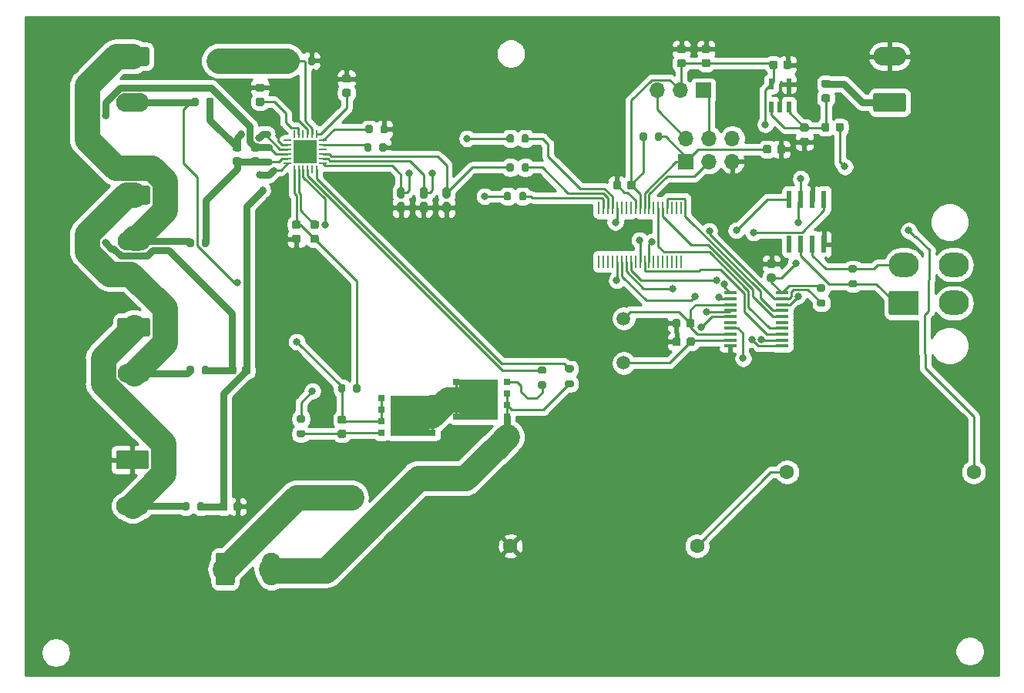
<source format=gbr>
%TF.GenerationSoftware,KiCad,Pcbnew,(5.1.7)-1*%
%TF.CreationDate,2021-05-19T20:23:41+02:00*%
%TF.ProjectId,PEE50-Schakeling,50454535-302d-4536-9368-616b656c696e,rev?*%
%TF.SameCoordinates,Original*%
%TF.FileFunction,Copper,L1,Top*%
%TF.FilePolarity,Positive*%
%FSLAX46Y46*%
G04 Gerber Fmt 4.6, Leading zero omitted, Abs format (unit mm)*
G04 Created by KiCad (PCBNEW (5.1.7)-1) date 2021-05-19 20:23:41*
%MOMM*%
%LPD*%
G01*
G04 APERTURE LIST*
%TA.AperFunction,SMDPad,CuDef*%
%ADD10R,0.600000X1.200000*%
%TD*%
%TA.AperFunction,ComponentPad*%
%ADD11O,3.600000X2.080000*%
%TD*%
%TA.AperFunction,ComponentPad*%
%ADD12R,1.700000X1.700000*%
%TD*%
%TA.AperFunction,ComponentPad*%
%ADD13O,1.700000X1.700000*%
%TD*%
%TA.AperFunction,SMDPad,CuDef*%
%ADD14R,0.700000X0.700000*%
%TD*%
%TA.AperFunction,SMDPad,CuDef*%
%ADD15R,4.350000X4.510000*%
%TD*%
%TA.AperFunction,SMDPad,CuDef*%
%ADD16R,2.641600X2.641600*%
%TD*%
%TA.AperFunction,SMDPad,CuDef*%
%ADD17R,0.812800X0.254000*%
%TD*%
%TA.AperFunction,SMDPad,CuDef*%
%ADD18R,0.254000X0.812800*%
%TD*%
%TA.AperFunction,SMDPad,CuDef*%
%ADD19R,0.279400X1.404099*%
%TD*%
%TA.AperFunction,SMDPad,CuDef*%
%ADD20R,1.461999X0.354800*%
%TD*%
%TA.AperFunction,SMDPad,CuDef*%
%ADD21R,0.590000X1.970000*%
%TD*%
%TA.AperFunction,ComponentPad*%
%ADD22C,1.500000*%
%TD*%
%TA.AperFunction,ComponentPad*%
%ADD23O,2.080000X3.600000*%
%TD*%
%TA.AperFunction,ComponentPad*%
%ADD24C,1.600200*%
%TD*%
%TA.AperFunction,ComponentPad*%
%ADD25O,3.300000X2.700000*%
%TD*%
%TA.AperFunction,ViaPad*%
%ADD26C,0.800000*%
%TD*%
%TA.AperFunction,ViaPad*%
%ADD27C,2.030000*%
%TD*%
%TA.AperFunction,Conductor*%
%ADD28C,0.250000*%
%TD*%
%TA.AperFunction,Conductor*%
%ADD29C,0.760000*%
%TD*%
%TA.AperFunction,Conductor*%
%ADD30C,2.790000*%
%TD*%
%TA.AperFunction,Conductor*%
%ADD31C,0.254000*%
%TD*%
%TA.AperFunction,Conductor*%
%ADD32C,0.100000*%
%TD*%
G04 APERTURE END LIST*
%TO.P,C1,1*%
%TO.N,Net-(C1-Pad1)*%
%TA.AperFunction,SMDPad,CuDef*%
G36*
G01*
X74250000Y-80000000D02*
X74750000Y-80000000D01*
G75*
G02*
X74975000Y-80225000I0J-225000D01*
G01*
X74975000Y-80675000D01*
G75*
G02*
X74750000Y-80900000I-225000J0D01*
G01*
X74250000Y-80900000D01*
G75*
G02*
X74025000Y-80675000I0J225000D01*
G01*
X74025000Y-80225000D01*
G75*
G02*
X74250000Y-80000000I225000J0D01*
G01*
G37*
%TD.AperFunction*%
%TO.P,C1,2*%
%TO.N,Net-(C1-Pad2)*%
%TA.AperFunction,SMDPad,CuDef*%
G36*
G01*
X74250000Y-81550000D02*
X74750000Y-81550000D01*
G75*
G02*
X74975000Y-81775000I0J-225000D01*
G01*
X74975000Y-82225000D01*
G75*
G02*
X74750000Y-82450000I-225000J0D01*
G01*
X74250000Y-82450000D01*
G75*
G02*
X74025000Y-82225000I0J225000D01*
G01*
X74025000Y-81775000D01*
G75*
G02*
X74250000Y-81550000I225000J0D01*
G01*
G37*
%TD.AperFunction*%
%TD*%
%TO.P,C2,2*%
%TO.N,Net-(C2-Pad2)*%
%TA.AperFunction,SMDPad,CuDef*%
G36*
G01*
X71250000Y-60100000D02*
X71750000Y-60100000D01*
G75*
G02*
X71975000Y-60325000I0J-225000D01*
G01*
X71975000Y-60775000D01*
G75*
G02*
X71750000Y-61000000I-225000J0D01*
G01*
X71250000Y-61000000D01*
G75*
G02*
X71025000Y-60775000I0J225000D01*
G01*
X71025000Y-60325000D01*
G75*
G02*
X71250000Y-60100000I225000J0D01*
G01*
G37*
%TD.AperFunction*%
%TO.P,C2,1*%
%TO.N,Net-(C2-Pad1)*%
%TA.AperFunction,SMDPad,CuDef*%
G36*
G01*
X71250000Y-58550000D02*
X71750000Y-58550000D01*
G75*
G02*
X71975000Y-58775000I0J-225000D01*
G01*
X71975000Y-59225000D01*
G75*
G02*
X71750000Y-59450000I-225000J0D01*
G01*
X71250000Y-59450000D01*
G75*
G02*
X71025000Y-59225000I0J225000D01*
G01*
X71025000Y-58775000D01*
G75*
G02*
X71250000Y-58550000I225000J0D01*
G01*
G37*
%TD.AperFunction*%
%TD*%
%TO.P,C3,1*%
%TO.N,Net-(C2-Pad2)*%
%TA.AperFunction,SMDPad,CuDef*%
G36*
G01*
X69250000Y-58550000D02*
X69750000Y-58550000D01*
G75*
G02*
X69975000Y-58775000I0J-225000D01*
G01*
X69975000Y-59225000D01*
G75*
G02*
X69750000Y-59450000I-225000J0D01*
G01*
X69250000Y-59450000D01*
G75*
G02*
X69025000Y-59225000I0J225000D01*
G01*
X69025000Y-58775000D01*
G75*
G02*
X69250000Y-58550000I225000J0D01*
G01*
G37*
%TD.AperFunction*%
%TO.P,C3,2*%
%TO.N,GND*%
%TA.AperFunction,SMDPad,CuDef*%
G36*
G01*
X69250000Y-60100000D02*
X69750000Y-60100000D01*
G75*
G02*
X69975000Y-60325000I0J-225000D01*
G01*
X69975000Y-60775000D01*
G75*
G02*
X69750000Y-61000000I-225000J0D01*
G01*
X69250000Y-61000000D01*
G75*
G02*
X69025000Y-60775000I0J225000D01*
G01*
X69025000Y-60325000D01*
G75*
G02*
X69250000Y-60100000I225000J0D01*
G01*
G37*
%TD.AperFunction*%
%TD*%
%TO.P,C4,2*%
%TO.N,Net-(C4-Pad2)*%
%TA.AperFunction,SMDPad,CuDef*%
G36*
G01*
X125573600Y-48785600D02*
X125073600Y-48785600D01*
G75*
G02*
X124848600Y-48560600I0J225000D01*
G01*
X124848600Y-48110600D01*
G75*
G02*
X125073600Y-47885600I225000J0D01*
G01*
X125573600Y-47885600D01*
G75*
G02*
X125798600Y-48110600I0J-225000D01*
G01*
X125798600Y-48560600D01*
G75*
G02*
X125573600Y-48785600I-225000J0D01*
G01*
G37*
%TD.AperFunction*%
%TO.P,C4,1*%
%TO.N,GND*%
%TA.AperFunction,SMDPad,CuDef*%
G36*
G01*
X125573600Y-50335600D02*
X125073600Y-50335600D01*
G75*
G02*
X124848600Y-50110600I0J225000D01*
G01*
X124848600Y-49660600D01*
G75*
G02*
X125073600Y-49435600I225000J0D01*
G01*
X125573600Y-49435600D01*
G75*
G02*
X125798600Y-49660600I0J-225000D01*
G01*
X125798600Y-50110600D01*
G75*
G02*
X125573600Y-50335600I-225000J0D01*
G01*
G37*
%TD.AperFunction*%
%TD*%
%TO.P,C5,1*%
%TO.N,GND*%
%TA.AperFunction,SMDPad,CuDef*%
G36*
G01*
X123920000Y-41177400D02*
X123920000Y-41677400D01*
G75*
G02*
X123695000Y-41902400I-225000J0D01*
G01*
X123245000Y-41902400D01*
G75*
G02*
X123020000Y-41677400I0J225000D01*
G01*
X123020000Y-41177400D01*
G75*
G02*
X123245000Y-40952400I225000J0D01*
G01*
X123695000Y-40952400D01*
G75*
G02*
X123920000Y-41177400I0J-225000D01*
G01*
G37*
%TD.AperFunction*%
%TO.P,C5,2*%
%TO.N,+3V3*%
%TA.AperFunction,SMDPad,CuDef*%
G36*
G01*
X122370000Y-41177400D02*
X122370000Y-41677400D01*
G75*
G02*
X122145000Y-41902400I-225000J0D01*
G01*
X121695000Y-41902400D01*
G75*
G02*
X121470000Y-41677400I0J225000D01*
G01*
X121470000Y-41177400D01*
G75*
G02*
X121695000Y-40952400I225000J0D01*
G01*
X122145000Y-40952400D01*
G75*
G02*
X122370000Y-41177400I0J-225000D01*
G01*
G37*
%TD.AperFunction*%
%TD*%
%TO.P,C6,2*%
%TO.N,GND*%
%TA.AperFunction,SMDPad,CuDef*%
G36*
G01*
X75250000Y-43400000D02*
X74750000Y-43400000D01*
G75*
G02*
X74525000Y-43175000I0J225000D01*
G01*
X74525000Y-42725000D01*
G75*
G02*
X74750000Y-42500000I225000J0D01*
G01*
X75250000Y-42500000D01*
G75*
G02*
X75475000Y-42725000I0J-225000D01*
G01*
X75475000Y-43175000D01*
G75*
G02*
X75250000Y-43400000I-225000J0D01*
G01*
G37*
%TD.AperFunction*%
%TO.P,C6,1*%
%TO.N,Net-(C6-Pad1)*%
%TA.AperFunction,SMDPad,CuDef*%
G36*
G01*
X75250000Y-44950000D02*
X74750000Y-44950000D01*
G75*
G02*
X74525000Y-44725000I0J225000D01*
G01*
X74525000Y-44275000D01*
G75*
G02*
X74750000Y-44050000I225000J0D01*
G01*
X75250000Y-44050000D01*
G75*
G02*
X75475000Y-44275000I0J-225000D01*
G01*
X75475000Y-44725000D01*
G75*
G02*
X75250000Y-44950000I-225000J0D01*
G01*
G37*
%TD.AperFunction*%
%TD*%
%TO.P,C7,2*%
%TO.N,GND*%
%TA.AperFunction,SMDPad,CuDef*%
G36*
G01*
X65750000Y-44400000D02*
X65250000Y-44400000D01*
G75*
G02*
X65025000Y-44175000I0J225000D01*
G01*
X65025000Y-43725000D01*
G75*
G02*
X65250000Y-43500000I225000J0D01*
G01*
X65750000Y-43500000D01*
G75*
G02*
X65975000Y-43725000I0J-225000D01*
G01*
X65975000Y-44175000D01*
G75*
G02*
X65750000Y-44400000I-225000J0D01*
G01*
G37*
%TD.AperFunction*%
%TO.P,C7,1*%
%TO.N,Net-(C7-Pad1)*%
%TA.AperFunction,SMDPad,CuDef*%
G36*
G01*
X65750000Y-45950000D02*
X65250000Y-45950000D01*
G75*
G02*
X65025000Y-45725000I0J225000D01*
G01*
X65025000Y-45275000D01*
G75*
G02*
X65250000Y-45050000I225000J0D01*
G01*
X65750000Y-45050000D01*
G75*
G02*
X65975000Y-45275000I0J-225000D01*
G01*
X65975000Y-45725000D01*
G75*
G02*
X65750000Y-45950000I-225000J0D01*
G01*
G37*
%TD.AperFunction*%
%TD*%
%TO.P,C8,1*%
%TO.N,Net-(C8-Pad1)*%
%TA.AperFunction,SMDPad,CuDef*%
G36*
G01*
X62750000Y-50050000D02*
X63250000Y-50050000D01*
G75*
G02*
X63475000Y-50275000I0J-225000D01*
G01*
X63475000Y-50725000D01*
G75*
G02*
X63250000Y-50950000I-225000J0D01*
G01*
X62750000Y-50950000D01*
G75*
G02*
X62525000Y-50725000I0J225000D01*
G01*
X62525000Y-50275000D01*
G75*
G02*
X62750000Y-50050000I225000J0D01*
G01*
G37*
%TD.AperFunction*%
%TO.P,C8,2*%
%TO.N,Net-(C8-Pad2)*%
%TA.AperFunction,SMDPad,CuDef*%
G36*
G01*
X62750000Y-51600000D02*
X63250000Y-51600000D01*
G75*
G02*
X63475000Y-51825000I0J-225000D01*
G01*
X63475000Y-52275000D01*
G75*
G02*
X63250000Y-52500000I-225000J0D01*
G01*
X62750000Y-52500000D01*
G75*
G02*
X62525000Y-52275000I0J225000D01*
G01*
X62525000Y-51825000D01*
G75*
G02*
X62750000Y-51600000I225000J0D01*
G01*
G37*
%TD.AperFunction*%
%TD*%
%TO.P,C9,2*%
%TO.N,Net-(C10-Pad1)*%
%TA.AperFunction,SMDPad,CuDef*%
G36*
G01*
X65250000Y-50950000D02*
X64750000Y-50950000D01*
G75*
G02*
X64525000Y-50725000I0J225000D01*
G01*
X64525000Y-50275000D01*
G75*
G02*
X64750000Y-50050000I225000J0D01*
G01*
X65250000Y-50050000D01*
G75*
G02*
X65475000Y-50275000I0J-225000D01*
G01*
X65475000Y-50725000D01*
G75*
G02*
X65250000Y-50950000I-225000J0D01*
G01*
G37*
%TD.AperFunction*%
%TO.P,C9,1*%
%TO.N,Net-(C8-Pad2)*%
%TA.AperFunction,SMDPad,CuDef*%
G36*
G01*
X65250000Y-52500000D02*
X64750000Y-52500000D01*
G75*
G02*
X64525000Y-52275000I0J225000D01*
G01*
X64525000Y-51825000D01*
G75*
G02*
X64750000Y-51600000I225000J0D01*
G01*
X65250000Y-51600000D01*
G75*
G02*
X65475000Y-51825000I0J-225000D01*
G01*
X65475000Y-52275000D01*
G75*
G02*
X65250000Y-52500000I-225000J0D01*
G01*
G37*
%TD.AperFunction*%
%TD*%
%TO.P,C10,2*%
%TO.N,Net-(C10-Pad2)*%
%TA.AperFunction,SMDPad,CuDef*%
G36*
G01*
X63550000Y-75250000D02*
X63550000Y-74750000D01*
G75*
G02*
X63775000Y-74525000I225000J0D01*
G01*
X64225000Y-74525000D01*
G75*
G02*
X64450000Y-74750000I0J-225000D01*
G01*
X64450000Y-75250000D01*
G75*
G02*
X64225000Y-75475000I-225000J0D01*
G01*
X63775000Y-75475000D01*
G75*
G02*
X63550000Y-75250000I0J225000D01*
G01*
G37*
%TD.AperFunction*%
%TO.P,C10,1*%
%TO.N,Net-(C10-Pad1)*%
%TA.AperFunction,SMDPad,CuDef*%
G36*
G01*
X62000000Y-75250000D02*
X62000000Y-74750000D01*
G75*
G02*
X62225000Y-74525000I225000J0D01*
G01*
X62675000Y-74525000D01*
G75*
G02*
X62900000Y-74750000I0J-225000D01*
G01*
X62900000Y-75250000D01*
G75*
G02*
X62675000Y-75475000I-225000J0D01*
G01*
X62225000Y-75475000D01*
G75*
G02*
X62000000Y-75250000I0J225000D01*
G01*
G37*
%TD.AperFunction*%
%TD*%
%TO.P,C11,1*%
%TO.N,Net-(C10-Pad2)*%
%TA.AperFunction,SMDPad,CuDef*%
G36*
G01*
X61050000Y-90250000D02*
X61050000Y-89750000D01*
G75*
G02*
X61275000Y-89525000I225000J0D01*
G01*
X61725000Y-89525000D01*
G75*
G02*
X61950000Y-89750000I0J-225000D01*
G01*
X61950000Y-90250000D01*
G75*
G02*
X61725000Y-90475000I-225000J0D01*
G01*
X61275000Y-90475000D01*
G75*
G02*
X61050000Y-90250000I0J225000D01*
G01*
G37*
%TD.AperFunction*%
%TO.P,C11,2*%
%TO.N,GND*%
%TA.AperFunction,SMDPad,CuDef*%
G36*
G01*
X62600000Y-90250000D02*
X62600000Y-89750000D01*
G75*
G02*
X62825000Y-89525000I225000J0D01*
G01*
X63275000Y-89525000D01*
G75*
G02*
X63500000Y-89750000I0J-225000D01*
G01*
X63500000Y-90250000D01*
G75*
G02*
X63275000Y-90475000I-225000J0D01*
G01*
X62825000Y-90475000D01*
G75*
G02*
X62600000Y-90250000I0J225000D01*
G01*
G37*
%TD.AperFunction*%
%TD*%
%TO.P,C12,1*%
%TO.N,+3V3*%
%TA.AperFunction,SMDPad,CuDef*%
G36*
G01*
X106749600Y-54410800D02*
X106749600Y-54910800D01*
G75*
G02*
X106524600Y-55135800I-225000J0D01*
G01*
X106074600Y-55135800D01*
G75*
G02*
X105849600Y-54910800I0J225000D01*
G01*
X105849600Y-54410800D01*
G75*
G02*
X106074600Y-54185800I225000J0D01*
G01*
X106524600Y-54185800D01*
G75*
G02*
X106749600Y-54410800I0J-225000D01*
G01*
G37*
%TD.AperFunction*%
%TO.P,C12,2*%
%TO.N,GND*%
%TA.AperFunction,SMDPad,CuDef*%
G36*
G01*
X105199600Y-54410800D02*
X105199600Y-54910800D01*
G75*
G02*
X104974600Y-55135800I-225000J0D01*
G01*
X104524600Y-55135800D01*
G75*
G02*
X104299600Y-54910800I0J225000D01*
G01*
X104299600Y-54410800D01*
G75*
G02*
X104524600Y-54185800I225000J0D01*
G01*
X104974600Y-54185800D01*
G75*
G02*
X105199600Y-54410800I0J-225000D01*
G01*
G37*
%TD.AperFunction*%
%TD*%
%TO.P,C13,2*%
%TO.N,GND*%
%TA.AperFunction,SMDPad,CuDef*%
G36*
G01*
X112060800Y-40149600D02*
X111560800Y-40149600D01*
G75*
G02*
X111335800Y-39924600I0J225000D01*
G01*
X111335800Y-39474600D01*
G75*
G02*
X111560800Y-39249600I225000J0D01*
G01*
X112060800Y-39249600D01*
G75*
G02*
X112285800Y-39474600I0J-225000D01*
G01*
X112285800Y-39924600D01*
G75*
G02*
X112060800Y-40149600I-225000J0D01*
G01*
G37*
%TD.AperFunction*%
%TO.P,C13,1*%
%TO.N,+3V3*%
%TA.AperFunction,SMDPad,CuDef*%
G36*
G01*
X112060800Y-41699600D02*
X111560800Y-41699600D01*
G75*
G02*
X111335800Y-41474600I0J225000D01*
G01*
X111335800Y-41024600D01*
G75*
G02*
X111560800Y-40799600I225000J0D01*
G01*
X112060800Y-40799600D01*
G75*
G02*
X112285800Y-41024600I0J-225000D01*
G01*
X112285800Y-41474600D01*
G75*
G02*
X112060800Y-41699600I-225000J0D01*
G01*
G37*
%TD.AperFunction*%
%TD*%
%TO.P,C14,1*%
%TO.N,GND*%
%TA.AperFunction,SMDPad,CuDef*%
G36*
G01*
X123233600Y-50448400D02*
X123233600Y-50948400D01*
G75*
G02*
X123008600Y-51173400I-225000J0D01*
G01*
X122558600Y-51173400D01*
G75*
G02*
X122333600Y-50948400I0J225000D01*
G01*
X122333600Y-50448400D01*
G75*
G02*
X122558600Y-50223400I225000J0D01*
G01*
X123008600Y-50223400D01*
G75*
G02*
X123233600Y-50448400I0J-225000D01*
G01*
G37*
%TD.AperFunction*%
%TO.P,C14,2*%
%TO.N,Net-(C14-Pad2)*%
%TA.AperFunction,SMDPad,CuDef*%
G36*
G01*
X121683600Y-50448400D02*
X121683600Y-50948400D01*
G75*
G02*
X121458600Y-51173400I-225000J0D01*
G01*
X121008600Y-51173400D01*
G75*
G02*
X120783600Y-50948400I0J225000D01*
G01*
X120783600Y-50448400D01*
G75*
G02*
X121008600Y-50223400I225000J0D01*
G01*
X121458600Y-50223400D01*
G75*
G02*
X121683600Y-50448400I0J-225000D01*
G01*
G37*
%TD.AperFunction*%
%TD*%
%TO.P,C15,2*%
%TO.N,+3V3*%
%TA.AperFunction,SMDPad,CuDef*%
G36*
G01*
X121441400Y-64396200D02*
X121941400Y-64396200D01*
G75*
G02*
X122166400Y-64621200I0J-225000D01*
G01*
X122166400Y-65071200D01*
G75*
G02*
X121941400Y-65296200I-225000J0D01*
G01*
X121441400Y-65296200D01*
G75*
G02*
X121216400Y-65071200I0J225000D01*
G01*
X121216400Y-64621200D01*
G75*
G02*
X121441400Y-64396200I225000J0D01*
G01*
G37*
%TD.AperFunction*%
%TO.P,C15,1*%
%TO.N,GND*%
%TA.AperFunction,SMDPad,CuDef*%
G36*
G01*
X121441400Y-62846200D02*
X121941400Y-62846200D01*
G75*
G02*
X122166400Y-63071200I0J-225000D01*
G01*
X122166400Y-63521200D01*
G75*
G02*
X121941400Y-63746200I-225000J0D01*
G01*
X121441400Y-63746200D01*
G75*
G02*
X121216400Y-63521200I0J225000D01*
G01*
X121216400Y-63071200D01*
G75*
G02*
X121441400Y-62846200I225000J0D01*
G01*
G37*
%TD.AperFunction*%
%TD*%
%TO.P,C16,1*%
%TO.N,Net-(C16-Pad1)*%
%TA.AperFunction,SMDPad,CuDef*%
G36*
G01*
X113276800Y-71632000D02*
X113276800Y-72132000D01*
G75*
G02*
X113051800Y-72357000I-225000J0D01*
G01*
X112601800Y-72357000D01*
G75*
G02*
X112376800Y-72132000I0J225000D01*
G01*
X112376800Y-71632000D01*
G75*
G02*
X112601800Y-71407000I225000J0D01*
G01*
X113051800Y-71407000D01*
G75*
G02*
X113276800Y-71632000I0J-225000D01*
G01*
G37*
%TD.AperFunction*%
%TO.P,C16,2*%
%TO.N,GND*%
%TA.AperFunction,SMDPad,CuDef*%
G36*
G01*
X111726800Y-71632000D02*
X111726800Y-72132000D01*
G75*
G02*
X111501800Y-72357000I-225000J0D01*
G01*
X111051800Y-72357000D01*
G75*
G02*
X110826800Y-72132000I0J225000D01*
G01*
X110826800Y-71632000D01*
G75*
G02*
X111051800Y-71407000I225000J0D01*
G01*
X111501800Y-71407000D01*
G75*
G02*
X111726800Y-71632000I0J-225000D01*
G01*
G37*
%TD.AperFunction*%
%TD*%
%TO.P,C17,2*%
%TO.N,GND*%
%TA.AperFunction,SMDPad,CuDef*%
G36*
G01*
X111701400Y-69600000D02*
X111701400Y-70100000D01*
G75*
G02*
X111476400Y-70325000I-225000J0D01*
G01*
X111026400Y-70325000D01*
G75*
G02*
X110801400Y-70100000I0J225000D01*
G01*
X110801400Y-69600000D01*
G75*
G02*
X111026400Y-69375000I225000J0D01*
G01*
X111476400Y-69375000D01*
G75*
G02*
X111701400Y-69600000I0J-225000D01*
G01*
G37*
%TD.AperFunction*%
%TO.P,C17,1*%
%TO.N,Net-(C17-Pad1)*%
%TA.AperFunction,SMDPad,CuDef*%
G36*
G01*
X113251400Y-69600000D02*
X113251400Y-70100000D01*
G75*
G02*
X113026400Y-70325000I-225000J0D01*
G01*
X112576400Y-70325000D01*
G75*
G02*
X112351400Y-70100000I0J225000D01*
G01*
X112351400Y-69600000D01*
G75*
G02*
X112576400Y-69375000I225000J0D01*
G01*
X113026400Y-69375000D01*
G75*
G02*
X113251400Y-69600000I0J-225000D01*
G01*
G37*
%TD.AperFunction*%
%TD*%
%TO.P,C18,1*%
%TO.N,GND*%
%TA.AperFunction,SMDPad,CuDef*%
G36*
G01*
X114265900Y-39237500D02*
X114765900Y-39237500D01*
G75*
G02*
X114990900Y-39462500I0J-225000D01*
G01*
X114990900Y-39912500D01*
G75*
G02*
X114765900Y-40137500I-225000J0D01*
G01*
X114265900Y-40137500D01*
G75*
G02*
X114040900Y-39912500I0J225000D01*
G01*
X114040900Y-39462500D01*
G75*
G02*
X114265900Y-39237500I225000J0D01*
G01*
G37*
%TD.AperFunction*%
%TO.P,C18,2*%
%TO.N,+3V3*%
%TA.AperFunction,SMDPad,CuDef*%
G36*
G01*
X114265900Y-40787500D02*
X114765900Y-40787500D01*
G75*
G02*
X114990900Y-41012500I0J-225000D01*
G01*
X114990900Y-41462500D01*
G75*
G02*
X114765900Y-41687500I-225000J0D01*
G01*
X114265900Y-41687500D01*
G75*
G02*
X114040900Y-41462500I0J225000D01*
G01*
X114040900Y-41012500D01*
G75*
G02*
X114265900Y-40787500I225000J0D01*
G01*
G37*
%TD.AperFunction*%
%TD*%
%TO.P,D1,2*%
%TO.N,GND*%
%TA.AperFunction,SMDPad,CuDef*%
G36*
G01*
X85787500Y-56512500D02*
X86212500Y-56512500D01*
G75*
G02*
X86425000Y-56725000I0J-212500D01*
G01*
X86425000Y-57525000D01*
G75*
G02*
X86212500Y-57737500I-212500J0D01*
G01*
X85787500Y-57737500D01*
G75*
G02*
X85575000Y-57525000I0J212500D01*
G01*
X85575000Y-56725000D01*
G75*
G02*
X85787500Y-56512500I212500J0D01*
G01*
G37*
%TD.AperFunction*%
%TO.P,D1,1*%
%TO.N,Net-(D1-Pad1)*%
%TA.AperFunction,SMDPad,CuDef*%
G36*
G01*
X85787500Y-54887500D02*
X86212500Y-54887500D01*
G75*
G02*
X86425000Y-55100000I0J-212500D01*
G01*
X86425000Y-55900000D01*
G75*
G02*
X86212500Y-56112500I-212500J0D01*
G01*
X85787500Y-56112500D01*
G75*
G02*
X85575000Y-55900000I0J212500D01*
G01*
X85575000Y-55100000D01*
G75*
G02*
X85787500Y-54887500I212500J0D01*
G01*
G37*
%TD.AperFunction*%
%TD*%
%TO.P,D2,1*%
%TO.N,Net-(D2-Pad1)*%
%TA.AperFunction,SMDPad,CuDef*%
G36*
G01*
X83287500Y-54887500D02*
X83712500Y-54887500D01*
G75*
G02*
X83925000Y-55100000I0J-212500D01*
G01*
X83925000Y-55900000D01*
G75*
G02*
X83712500Y-56112500I-212500J0D01*
G01*
X83287500Y-56112500D01*
G75*
G02*
X83075000Y-55900000I0J212500D01*
G01*
X83075000Y-55100000D01*
G75*
G02*
X83287500Y-54887500I212500J0D01*
G01*
G37*
%TD.AperFunction*%
%TO.P,D2,2*%
%TO.N,GND*%
%TA.AperFunction,SMDPad,CuDef*%
G36*
G01*
X83287500Y-56512500D02*
X83712500Y-56512500D01*
G75*
G02*
X83925000Y-56725000I0J-212500D01*
G01*
X83925000Y-57525000D01*
G75*
G02*
X83712500Y-57737500I-212500J0D01*
G01*
X83287500Y-57737500D01*
G75*
G02*
X83075000Y-57525000I0J212500D01*
G01*
X83075000Y-56725000D01*
G75*
G02*
X83287500Y-56512500I212500J0D01*
G01*
G37*
%TD.AperFunction*%
%TD*%
%TO.P,D3,1*%
%TO.N,Net-(D3-Pad1)*%
%TA.AperFunction,SMDPad,CuDef*%
G36*
G01*
X80787500Y-54887500D02*
X81212500Y-54887500D01*
G75*
G02*
X81425000Y-55100000I0J-212500D01*
G01*
X81425000Y-55900000D01*
G75*
G02*
X81212500Y-56112500I-212500J0D01*
G01*
X80787500Y-56112500D01*
G75*
G02*
X80575000Y-55900000I0J212500D01*
G01*
X80575000Y-55100000D01*
G75*
G02*
X80787500Y-54887500I212500J0D01*
G01*
G37*
%TD.AperFunction*%
%TO.P,D3,2*%
%TO.N,GND*%
%TA.AperFunction,SMDPad,CuDef*%
G36*
G01*
X80787500Y-56512500D02*
X81212500Y-56512500D01*
G75*
G02*
X81425000Y-56725000I0J-212500D01*
G01*
X81425000Y-57525000D01*
G75*
G02*
X81212500Y-57737500I-212500J0D01*
G01*
X80787500Y-57737500D01*
G75*
G02*
X80575000Y-57525000I0J212500D01*
G01*
X80575000Y-56725000D01*
G75*
G02*
X80787500Y-56512500I212500J0D01*
G01*
G37*
%TD.AperFunction*%
%TD*%
D10*
%TO.P,IC1,5*%
%TO.N,+3V3*%
X121706600Y-43530200D03*
%TO.P,IC1,4*%
%TO.N,GND*%
X123606600Y-43530200D03*
%TO.P,IC1,3*%
%TO.N,Net-(C4-Pad2)*%
X123606600Y-46030200D03*
%TO.P,IC1,2*%
%TO.N,GND*%
X122656600Y-46030200D03*
%TO.P,IC1,1*%
%TO.N,Net-(C4-Pad2)*%
X121706600Y-46030200D03*
%TD*%
D11*
%TO.P,J1,2*%
%TO.N,Net-(C1-Pad1)*%
X51536400Y-45587200D03*
%TO.P,J1,1*%
%TO.N,Net-(J1-Pad1)*%
%TA.AperFunction,ComponentPad*%
G36*
G01*
X49986399Y-39467200D02*
X53086401Y-39467200D01*
G75*
G02*
X53336400Y-39717199I0J-249999D01*
G01*
X53336400Y-41297201D01*
G75*
G02*
X53086401Y-41547200I-249999J0D01*
G01*
X49986399Y-41547200D01*
G75*
G02*
X49736400Y-41297201I0J249999D01*
G01*
X49736400Y-39717199D01*
G75*
G02*
X49986399Y-39467200I249999J0D01*
G01*
G37*
%TD.AperFunction*%
%TD*%
%TO.P,J2,2*%
%TO.N,Net-(J1-Pad1)*%
X51638000Y-60827200D03*
%TO.P,J2,1*%
%TO.N,Net-(J2-Pad1)*%
%TA.AperFunction,ComponentPad*%
G36*
G01*
X50087999Y-54707200D02*
X53188001Y-54707200D01*
G75*
G02*
X53438000Y-54957199I0J-249999D01*
G01*
X53438000Y-56537201D01*
G75*
G02*
X53188001Y-56787200I-249999J0D01*
G01*
X50087999Y-56787200D01*
G75*
G02*
X49838000Y-56537201I0J249999D01*
G01*
X49838000Y-54957199D01*
G75*
G02*
X50087999Y-54707200I249999J0D01*
G01*
G37*
%TD.AperFunction*%
%TD*%
%TO.P,J3,1*%
%TO.N,Net-(J3-Pad1)*%
%TA.AperFunction,ComponentPad*%
G36*
G01*
X50087999Y-69236000D02*
X53188001Y-69236000D01*
G75*
G02*
X53438000Y-69485999I0J-249999D01*
G01*
X53438000Y-71066001D01*
G75*
G02*
X53188001Y-71316000I-249999J0D01*
G01*
X50087999Y-71316000D01*
G75*
G02*
X49838000Y-71066001I0J249999D01*
G01*
X49838000Y-69485999D01*
G75*
G02*
X50087999Y-69236000I249999J0D01*
G01*
G37*
%TD.AperFunction*%
%TO.P,J3,2*%
%TO.N,Net-(J2-Pad1)*%
X51638000Y-75356000D03*
%TD*%
%TO.P,J4,1*%
%TO.N,GND*%
%TA.AperFunction,ComponentPad*%
G36*
G01*
X49935599Y-83815600D02*
X53035601Y-83815600D01*
G75*
G02*
X53285600Y-84065599I0J-249999D01*
G01*
X53285600Y-85645601D01*
G75*
G02*
X53035601Y-85895600I-249999J0D01*
G01*
X49935599Y-85895600D01*
G75*
G02*
X49685600Y-85645601I0J249999D01*
G01*
X49685600Y-84065599D01*
G75*
G02*
X49935599Y-83815600I249999J0D01*
G01*
G37*
%TD.AperFunction*%
%TO.P,J4,2*%
%TO.N,Net-(J3-Pad1)*%
X51485600Y-89935600D03*
%TD*%
D12*
%TO.P,J5,1*%
%TO.N,Net-(C14-Pad2)*%
X112318800Y-52070000D03*
D13*
%TO.P,J5,2*%
%TO.N,Net-(J5-Pad2)*%
X112318800Y-49530000D03*
%TO.P,J5,3*%
%TO.N,Net-(J5-Pad3)*%
X114858800Y-52070000D03*
%TO.P,J5,4*%
%TO.N,Ext3.3V*%
X114858800Y-49530000D03*
%TO.P,J5,5*%
%TO.N,GND*%
X117398800Y-52070000D03*
%TO.P,J5,6*%
%TO.N,Net-(J5-Pad6)*%
X117398800Y-49530000D03*
%TD*%
D12*
%TO.P,JP1,1*%
%TO.N,Ext3.3V*%
X114198400Y-44246800D03*
D13*
%TO.P,JP1,2*%
%TO.N,+3V3*%
X111658400Y-44246800D03*
%TO.P,JP1,3*%
%TO.N,Net-(J5-Pad2)*%
X109118400Y-44246800D03*
%TD*%
D14*
%TO.P,Q1,3*%
%TO.N,Net-(Q1-Pad3)*%
X87062660Y-77571600D03*
X87062660Y-78841600D03*
X87062660Y-80111600D03*
X87062660Y-76301600D03*
%TO.P,Q1,2*%
%TO.N,Net-(Q1-Pad2)*%
X92662660Y-76301600D03*
%TO.P,Q1,1*%
%TO.N,PositiveTerminal*%
X92662660Y-80111600D03*
X92662660Y-78841600D03*
X92662660Y-77571600D03*
D15*
%TO.P,Q1,3*%
%TO.N,Net-(Q1-Pad3)*%
X89532660Y-78206600D03*
%TD*%
D14*
%TO.P,Q2,3*%
%TO.N,Net-(Q1-Pad3)*%
X84470000Y-80635000D03*
X84470000Y-79365000D03*
X84470000Y-78095000D03*
X84470000Y-81905000D03*
%TO.P,Q2,2*%
%TO.N,Net-(C1-Pad2)*%
X78870000Y-81905000D03*
%TO.P,Q2,1*%
%TO.N,Net-(C1-Pad1)*%
X78870000Y-78095000D03*
X78870000Y-79365000D03*
X78870000Y-80635000D03*
D15*
%TO.P,Q2,3*%
%TO.N,Net-(Q1-Pad3)*%
X82000000Y-80000000D03*
%TD*%
%TO.P,R1,1*%
%TO.N,Net-(D1-Pad1)*%
%TA.AperFunction,SMDPad,CuDef*%
G36*
G01*
X92600000Y-52980000D02*
X92600000Y-52430000D01*
G75*
G02*
X92800000Y-52230000I200000J0D01*
G01*
X93200000Y-52230000D01*
G75*
G02*
X93400000Y-52430000I0J-200000D01*
G01*
X93400000Y-52980000D01*
G75*
G02*
X93200000Y-53180000I-200000J0D01*
G01*
X92800000Y-53180000D01*
G75*
G02*
X92600000Y-52980000I0J200000D01*
G01*
G37*
%TD.AperFunction*%
%TO.P,R1,2*%
%TO.N,Net-(R1-Pad2)*%
%TA.AperFunction,SMDPad,CuDef*%
G36*
G01*
X94250000Y-52980000D02*
X94250000Y-52430000D01*
G75*
G02*
X94450000Y-52230000I200000J0D01*
G01*
X94850000Y-52230000D01*
G75*
G02*
X95050000Y-52430000I0J-200000D01*
G01*
X95050000Y-52980000D01*
G75*
G02*
X94850000Y-53180000I-200000J0D01*
G01*
X94450000Y-53180000D01*
G75*
G02*
X94250000Y-52980000I0J200000D01*
G01*
G37*
%TD.AperFunction*%
%TD*%
%TO.P,R2,2*%
%TO.N,Net-(R2-Pad2)*%
%TA.AperFunction,SMDPad,CuDef*%
G36*
G01*
X94250000Y-49805000D02*
X94250000Y-49255000D01*
G75*
G02*
X94450000Y-49055000I200000J0D01*
G01*
X94850000Y-49055000D01*
G75*
G02*
X95050000Y-49255000I0J-200000D01*
G01*
X95050000Y-49805000D01*
G75*
G02*
X94850000Y-50005000I-200000J0D01*
G01*
X94450000Y-50005000D01*
G75*
G02*
X94250000Y-49805000I0J200000D01*
G01*
G37*
%TD.AperFunction*%
%TO.P,R2,1*%
%TO.N,Net-(D2-Pad1)*%
%TA.AperFunction,SMDPad,CuDef*%
G36*
G01*
X92600000Y-49805000D02*
X92600000Y-49255000D01*
G75*
G02*
X92800000Y-49055000I200000J0D01*
G01*
X93200000Y-49055000D01*
G75*
G02*
X93400000Y-49255000I0J-200000D01*
G01*
X93400000Y-49805000D01*
G75*
G02*
X93200000Y-50005000I-200000J0D01*
G01*
X92800000Y-50005000D01*
G75*
G02*
X92600000Y-49805000I0J200000D01*
G01*
G37*
%TD.AperFunction*%
%TD*%
%TO.P,R3,1*%
%TO.N,Net-(D3-Pad1)*%
%TA.AperFunction,SMDPad,CuDef*%
G36*
G01*
X92310000Y-56155000D02*
X92310000Y-55605000D01*
G75*
G02*
X92510000Y-55405000I200000J0D01*
G01*
X92910000Y-55405000D01*
G75*
G02*
X93110000Y-55605000I0J-200000D01*
G01*
X93110000Y-56155000D01*
G75*
G02*
X92910000Y-56355000I-200000J0D01*
G01*
X92510000Y-56355000D01*
G75*
G02*
X92310000Y-56155000I0J200000D01*
G01*
G37*
%TD.AperFunction*%
%TO.P,R3,2*%
%TO.N,Net-(R3-Pad2)*%
%TA.AperFunction,SMDPad,CuDef*%
G36*
G01*
X93960000Y-56155000D02*
X93960000Y-55605000D01*
G75*
G02*
X94160000Y-55405000I200000J0D01*
G01*
X94560000Y-55405000D01*
G75*
G02*
X94760000Y-55605000I0J-200000D01*
G01*
X94760000Y-56155000D01*
G75*
G02*
X94560000Y-56355000I-200000J0D01*
G01*
X94160000Y-56355000D01*
G75*
G02*
X93960000Y-56155000I0J200000D01*
G01*
G37*
%TD.AperFunction*%
%TD*%
%TO.P,R4,1*%
%TO.N,Net-(C2-Pad2)*%
%TA.AperFunction,SMDPad,CuDef*%
G36*
G01*
X76550000Y-76725000D02*
X76550000Y-77275000D01*
G75*
G02*
X76350000Y-77475000I-200000J0D01*
G01*
X75950000Y-77475000D01*
G75*
G02*
X75750000Y-77275000I0J200000D01*
G01*
X75750000Y-76725000D01*
G75*
G02*
X75950000Y-76525000I200000J0D01*
G01*
X76350000Y-76525000D01*
G75*
G02*
X76550000Y-76725000I0J-200000D01*
G01*
G37*
%TD.AperFunction*%
%TO.P,R4,2*%
%TO.N,Net-(C1-Pad1)*%
%TA.AperFunction,SMDPad,CuDef*%
G36*
G01*
X74900000Y-76725000D02*
X74900000Y-77275000D01*
G75*
G02*
X74700000Y-77475000I-200000J0D01*
G01*
X74300000Y-77475000D01*
G75*
G02*
X74100000Y-77275000I0J200000D01*
G01*
X74100000Y-76725000D01*
G75*
G02*
X74300000Y-76525000I200000J0D01*
G01*
X74700000Y-76525000D01*
G75*
G02*
X74900000Y-76725000I0J-200000D01*
G01*
G37*
%TD.AperFunction*%
%TD*%
%TO.P,R5,2*%
%TO.N,Net-(Q1-Pad2)*%
%TA.AperFunction,SMDPad,CuDef*%
G36*
G01*
X96225000Y-76250000D02*
X96775000Y-76250000D01*
G75*
G02*
X96975000Y-76450000I0J-200000D01*
G01*
X96975000Y-76850000D01*
G75*
G02*
X96775000Y-77050000I-200000J0D01*
G01*
X96225000Y-77050000D01*
G75*
G02*
X96025000Y-76850000I0J200000D01*
G01*
X96025000Y-76450000D01*
G75*
G02*
X96225000Y-76250000I200000J0D01*
G01*
G37*
%TD.AperFunction*%
%TO.P,R5,1*%
%TO.N,Net-(R5-Pad1)*%
%TA.AperFunction,SMDPad,CuDef*%
G36*
G01*
X96225000Y-74600000D02*
X96775000Y-74600000D01*
G75*
G02*
X96975000Y-74800000I0J-200000D01*
G01*
X96975000Y-75200000D01*
G75*
G02*
X96775000Y-75400000I-200000J0D01*
G01*
X96225000Y-75400000D01*
G75*
G02*
X96025000Y-75200000I0J200000D01*
G01*
X96025000Y-74800000D01*
G75*
G02*
X96225000Y-74600000I200000J0D01*
G01*
G37*
%TD.AperFunction*%
%TD*%
%TO.P,R6,1*%
%TO.N,Net-(R6-Pad1)*%
%TA.AperFunction,SMDPad,CuDef*%
G36*
G01*
X99225000Y-74450000D02*
X99775000Y-74450000D01*
G75*
G02*
X99975000Y-74650000I0J-200000D01*
G01*
X99975000Y-75050000D01*
G75*
G02*
X99775000Y-75250000I-200000J0D01*
G01*
X99225000Y-75250000D01*
G75*
G02*
X99025000Y-75050000I0J200000D01*
G01*
X99025000Y-74650000D01*
G75*
G02*
X99225000Y-74450000I200000J0D01*
G01*
G37*
%TD.AperFunction*%
%TO.P,R6,2*%
%TO.N,PositiveTerminal*%
%TA.AperFunction,SMDPad,CuDef*%
G36*
G01*
X99225000Y-76100000D02*
X99775000Y-76100000D01*
G75*
G02*
X99975000Y-76300000I0J-200000D01*
G01*
X99975000Y-76700000D01*
G75*
G02*
X99775000Y-76900000I-200000J0D01*
G01*
X99225000Y-76900000D01*
G75*
G02*
X99025000Y-76700000I0J200000D01*
G01*
X99025000Y-76300000D01*
G75*
G02*
X99225000Y-76100000I200000J0D01*
G01*
G37*
%TD.AperFunction*%
%TD*%
%TO.P,R7,2*%
%TO.N,GND*%
%TA.AperFunction,SMDPad,CuDef*%
G36*
G01*
X78600000Y-50775000D02*
X78600000Y-50225000D01*
G75*
G02*
X78800000Y-50025000I200000J0D01*
G01*
X79200000Y-50025000D01*
G75*
G02*
X79400000Y-50225000I0J-200000D01*
G01*
X79400000Y-50775000D01*
G75*
G02*
X79200000Y-50975000I-200000J0D01*
G01*
X78800000Y-50975000D01*
G75*
G02*
X78600000Y-50775000I0J200000D01*
G01*
G37*
%TD.AperFunction*%
%TO.P,R7,1*%
%TO.N,Net-(R7-Pad1)*%
%TA.AperFunction,SMDPad,CuDef*%
G36*
G01*
X76950000Y-50775000D02*
X76950000Y-50225000D01*
G75*
G02*
X77150000Y-50025000I200000J0D01*
G01*
X77550000Y-50025000D01*
G75*
G02*
X77750000Y-50225000I0J-200000D01*
G01*
X77750000Y-50775000D01*
G75*
G02*
X77550000Y-50975000I-200000J0D01*
G01*
X77150000Y-50975000D01*
G75*
G02*
X76950000Y-50775000I0J200000D01*
G01*
G37*
%TD.AperFunction*%
%TD*%
%TO.P,R8,1*%
%TO.N,Net-(R8-Pad1)*%
%TA.AperFunction,SMDPad,CuDef*%
G36*
G01*
X69725000Y-79950000D02*
X70275000Y-79950000D01*
G75*
G02*
X70475000Y-80150000I0J-200000D01*
G01*
X70475000Y-80550000D01*
G75*
G02*
X70275000Y-80750000I-200000J0D01*
G01*
X69725000Y-80750000D01*
G75*
G02*
X69525000Y-80550000I0J200000D01*
G01*
X69525000Y-80150000D01*
G75*
G02*
X69725000Y-79950000I200000J0D01*
G01*
G37*
%TD.AperFunction*%
%TO.P,R8,2*%
%TO.N,Net-(C1-Pad2)*%
%TA.AperFunction,SMDPad,CuDef*%
G36*
G01*
X69725000Y-81600000D02*
X70275000Y-81600000D01*
G75*
G02*
X70475000Y-81800000I0J-200000D01*
G01*
X70475000Y-82200000D01*
G75*
G02*
X70275000Y-82400000I-200000J0D01*
G01*
X69725000Y-82400000D01*
G75*
G02*
X69525000Y-82200000I0J200000D01*
G01*
X69525000Y-81800000D01*
G75*
G02*
X69725000Y-81600000I200000J0D01*
G01*
G37*
%TD.AperFunction*%
%TD*%
%TO.P,R9,2*%
%TO.N,GND*%
%TA.AperFunction,SMDPad,CuDef*%
G36*
G01*
X78750000Y-48775000D02*
X78750000Y-48225000D01*
G75*
G02*
X78950000Y-48025000I200000J0D01*
G01*
X79350000Y-48025000D01*
G75*
G02*
X79550000Y-48225000I0J-200000D01*
G01*
X79550000Y-48775000D01*
G75*
G02*
X79350000Y-48975000I-200000J0D01*
G01*
X78950000Y-48975000D01*
G75*
G02*
X78750000Y-48775000I0J200000D01*
G01*
G37*
%TD.AperFunction*%
%TO.P,R9,1*%
%TO.N,Net-(R9-Pad1)*%
%TA.AperFunction,SMDPad,CuDef*%
G36*
G01*
X77100000Y-48775000D02*
X77100000Y-48225000D01*
G75*
G02*
X77300000Y-48025000I200000J0D01*
G01*
X77700000Y-48025000D01*
G75*
G02*
X77900000Y-48225000I0J-200000D01*
G01*
X77900000Y-48775000D01*
G75*
G02*
X77700000Y-48975000I-200000J0D01*
G01*
X77300000Y-48975000D01*
G75*
G02*
X77100000Y-48775000I0J200000D01*
G01*
G37*
%TD.AperFunction*%
%TD*%
%TO.P,R10,2*%
%TO.N,GND*%
%TA.AperFunction,SMDPad,CuDef*%
G36*
G01*
X70760640Y-41262980D02*
X70760640Y-40712980D01*
G75*
G02*
X70960640Y-40512980I200000J0D01*
G01*
X71360640Y-40512980D01*
G75*
G02*
X71560640Y-40712980I0J-200000D01*
G01*
X71560640Y-41262980D01*
G75*
G02*
X71360640Y-41462980I-200000J0D01*
G01*
X70960640Y-41462980D01*
G75*
G02*
X70760640Y-41262980I0J200000D01*
G01*
G37*
%TD.AperFunction*%
%TO.P,R10,1*%
%TO.N,NegativeTerminal*%
%TA.AperFunction,SMDPad,CuDef*%
G36*
G01*
X69110640Y-41262980D02*
X69110640Y-40712980D01*
G75*
G02*
X69310640Y-40512980I200000J0D01*
G01*
X69710640Y-40512980D01*
G75*
G02*
X69910640Y-40712980I0J-200000D01*
G01*
X69910640Y-41262980D01*
G75*
G02*
X69710640Y-41462980I-200000J0D01*
G01*
X69310640Y-41462980D01*
G75*
G02*
X69110640Y-41262980I0J200000D01*
G01*
G37*
%TD.AperFunction*%
%TD*%
%TO.P,R11,1*%
%TO.N,+3V3*%
%TA.AperFunction,SMDPad,CuDef*%
G36*
G01*
X107233000Y-49601800D02*
X107233000Y-49051800D01*
G75*
G02*
X107433000Y-48851800I200000J0D01*
G01*
X107833000Y-48851800D01*
G75*
G02*
X108033000Y-49051800I0J-200000D01*
G01*
X108033000Y-49601800D01*
G75*
G02*
X107833000Y-49801800I-200000J0D01*
G01*
X107433000Y-49801800D01*
G75*
G02*
X107233000Y-49601800I0J200000D01*
G01*
G37*
%TD.AperFunction*%
%TO.P,R11,2*%
%TO.N,Net-(C14-Pad2)*%
%TA.AperFunction,SMDPad,CuDef*%
G36*
G01*
X108883000Y-49601800D02*
X108883000Y-49051800D01*
G75*
G02*
X109083000Y-48851800I200000J0D01*
G01*
X109483000Y-48851800D01*
G75*
G02*
X109683000Y-49051800I0J-200000D01*
G01*
X109683000Y-49601800D01*
G75*
G02*
X109483000Y-49801800I-200000J0D01*
G01*
X109083000Y-49801800D01*
G75*
G02*
X108883000Y-49601800I0J200000D01*
G01*
G37*
%TD.AperFunction*%
%TD*%
%TO.P,R12,1*%
%TO.N,Net-(C1-Pad1)*%
%TA.AperFunction,SMDPad,CuDef*%
G36*
G01*
X57950000Y-45775000D02*
X57950000Y-45225000D01*
G75*
G02*
X58150000Y-45025000I200000J0D01*
G01*
X58550000Y-45025000D01*
G75*
G02*
X58750000Y-45225000I0J-200000D01*
G01*
X58750000Y-45775000D01*
G75*
G02*
X58550000Y-45975000I-200000J0D01*
G01*
X58150000Y-45975000D01*
G75*
G02*
X57950000Y-45775000I0J200000D01*
G01*
G37*
%TD.AperFunction*%
%TO.P,R12,2*%
%TO.N,Net-(C8-Pad1)*%
%TA.AperFunction,SMDPad,CuDef*%
G36*
G01*
X59600000Y-45775000D02*
X59600000Y-45225000D01*
G75*
G02*
X59800000Y-45025000I200000J0D01*
G01*
X60200000Y-45025000D01*
G75*
G02*
X60400000Y-45225000I0J-200000D01*
G01*
X60400000Y-45775000D01*
G75*
G02*
X60200000Y-45975000I-200000J0D01*
G01*
X59800000Y-45975000D01*
G75*
G02*
X59600000Y-45775000I0J200000D01*
G01*
G37*
%TD.AperFunction*%
%TD*%
%TO.P,R13,2*%
%TO.N,Net-(C8-Pad2)*%
%TA.AperFunction,SMDPad,CuDef*%
G36*
G01*
X59100000Y-61275000D02*
X59100000Y-60725000D01*
G75*
G02*
X59300000Y-60525000I200000J0D01*
G01*
X59700000Y-60525000D01*
G75*
G02*
X59900000Y-60725000I0J-200000D01*
G01*
X59900000Y-61275000D01*
G75*
G02*
X59700000Y-61475000I-200000J0D01*
G01*
X59300000Y-61475000D01*
G75*
G02*
X59100000Y-61275000I0J200000D01*
G01*
G37*
%TD.AperFunction*%
%TO.P,R13,1*%
%TO.N,Net-(J1-Pad1)*%
%TA.AperFunction,SMDPad,CuDef*%
G36*
G01*
X57450000Y-61275000D02*
X57450000Y-60725000D01*
G75*
G02*
X57650000Y-60525000I200000J0D01*
G01*
X58050000Y-60525000D01*
G75*
G02*
X58250000Y-60725000I0J-200000D01*
G01*
X58250000Y-61275000D01*
G75*
G02*
X58050000Y-61475000I-200000J0D01*
G01*
X57650000Y-61475000D01*
G75*
G02*
X57450000Y-61275000I0J200000D01*
G01*
G37*
%TD.AperFunction*%
%TD*%
%TO.P,R14,1*%
%TO.N,Net-(J2-Pad1)*%
%TA.AperFunction,SMDPad,CuDef*%
G36*
G01*
X57450000Y-75275000D02*
X57450000Y-74725000D01*
G75*
G02*
X57650000Y-74525000I200000J0D01*
G01*
X58050000Y-74525000D01*
G75*
G02*
X58250000Y-74725000I0J-200000D01*
G01*
X58250000Y-75275000D01*
G75*
G02*
X58050000Y-75475000I-200000J0D01*
G01*
X57650000Y-75475000D01*
G75*
G02*
X57450000Y-75275000I0J200000D01*
G01*
G37*
%TD.AperFunction*%
%TO.P,R14,2*%
%TO.N,Net-(C10-Pad1)*%
%TA.AperFunction,SMDPad,CuDef*%
G36*
G01*
X59100000Y-75275000D02*
X59100000Y-74725000D01*
G75*
G02*
X59300000Y-74525000I200000J0D01*
G01*
X59700000Y-74525000D01*
G75*
G02*
X59900000Y-74725000I0J-200000D01*
G01*
X59900000Y-75275000D01*
G75*
G02*
X59700000Y-75475000I-200000J0D01*
G01*
X59300000Y-75475000D01*
G75*
G02*
X59100000Y-75275000I0J200000D01*
G01*
G37*
%TD.AperFunction*%
%TD*%
%TO.P,R15,2*%
%TO.N,Net-(C10-Pad2)*%
%TA.AperFunction,SMDPad,CuDef*%
G36*
G01*
X58600000Y-90275000D02*
X58600000Y-89725000D01*
G75*
G02*
X58800000Y-89525000I200000J0D01*
G01*
X59200000Y-89525000D01*
G75*
G02*
X59400000Y-89725000I0J-200000D01*
G01*
X59400000Y-90275000D01*
G75*
G02*
X59200000Y-90475000I-200000J0D01*
G01*
X58800000Y-90475000D01*
G75*
G02*
X58600000Y-90275000I0J200000D01*
G01*
G37*
%TD.AperFunction*%
%TO.P,R15,1*%
%TO.N,Net-(J3-Pad1)*%
%TA.AperFunction,SMDPad,CuDef*%
G36*
G01*
X56950000Y-90275000D02*
X56950000Y-89725000D01*
G75*
G02*
X57150000Y-89525000I200000J0D01*
G01*
X57550000Y-89525000D01*
G75*
G02*
X57750000Y-89725000I0J-200000D01*
G01*
X57750000Y-90275000D01*
G75*
G02*
X57550000Y-90475000I-200000J0D01*
G01*
X57150000Y-90475000D01*
G75*
G02*
X56950000Y-90275000I0J200000D01*
G01*
G37*
%TD.AperFunction*%
%TD*%
%TO.P,R16,2*%
%TO.N,+3V3*%
%TA.AperFunction,SMDPad,CuDef*%
G36*
G01*
X127452800Y-66364800D02*
X126902800Y-66364800D01*
G75*
G02*
X126702800Y-66164800I0J200000D01*
G01*
X126702800Y-65764800D01*
G75*
G02*
X126902800Y-65564800I200000J0D01*
G01*
X127452800Y-65564800D01*
G75*
G02*
X127652800Y-65764800I0J-200000D01*
G01*
X127652800Y-66164800D01*
G75*
G02*
X127452800Y-66364800I-200000J0D01*
G01*
G37*
%TD.AperFunction*%
%TO.P,R16,1*%
%TO.N,Net-(R16-Pad1)*%
%TA.AperFunction,SMDPad,CuDef*%
G36*
G01*
X127452800Y-68014800D02*
X126902800Y-68014800D01*
G75*
G02*
X126702800Y-67814800I0J200000D01*
G01*
X126702800Y-67414800D01*
G75*
G02*
X126902800Y-67214800I200000J0D01*
G01*
X127452800Y-67214800D01*
G75*
G02*
X127652800Y-67414800I0J-200000D01*
G01*
X127652800Y-67814800D01*
G75*
G02*
X127452800Y-68014800I-200000J0D01*
G01*
G37*
%TD.AperFunction*%
%TD*%
D16*
%TO.P,U1,25*%
%TO.N,Net-(U1-Pad25)*%
X70500000Y-51000000D03*
D17*
%TO.P,U1,24*%
%TO.N,Net-(C8-Pad1)*%
X68556900Y-52250000D03*
%TO.P,U1,23*%
%TO.N,Net-(C8-Pad2)*%
X68556900Y-51750001D03*
%TO.P,U1,22*%
%TO.N,Net-(C10-Pad1)*%
X68556900Y-51250000D03*
%TO.P,U1,21*%
%TO.N,Net-(C10-Pad2)*%
X68556900Y-50750000D03*
%TO.P,U1,20*%
%TO.N,GND*%
X68556900Y-50249999D03*
%TO.P,U1,19*%
%TO.N,Net-(U1-Pad19)*%
X68556900Y-49750000D03*
D18*
%TO.P,U1,18*%
%TO.N,Net-(U1-Pad18)*%
X69250000Y-49056900D03*
%TO.P,U1,17*%
%TO.N,Net-(C7-Pad1)*%
X69749999Y-49056900D03*
%TO.P,U1,16*%
%TO.N,Net-(U1-Pad16)*%
X70250000Y-49056900D03*
%TO.P,U1,15*%
%TO.N,GND*%
X70750000Y-49056900D03*
%TO.P,U1,14*%
%TO.N,NegativeTerminal*%
X71250001Y-49056900D03*
%TO.P,U1,13*%
%TO.N,Net-(C6-Pad1)*%
X71750000Y-49056900D03*
D17*
%TO.P,U1,12*%
%TO.N,Net-(R9-Pad1)*%
X72443100Y-49750000D03*
%TO.P,U1,11*%
%TO.N,Net-(R7-Pad1)*%
X72443100Y-50249999D03*
%TO.P,U1,10*%
%TO.N,Net-(U1-Pad10)*%
X72443100Y-50750000D03*
%TO.P,U1,9*%
%TO.N,Net-(D1-Pad1)*%
X72443100Y-51250000D03*
%TO.P,U1,8*%
%TO.N,Net-(D2-Pad1)*%
X72443100Y-51750001D03*
%TO.P,U1,7*%
%TO.N,Net-(D3-Pad1)*%
X72443100Y-52250000D03*
D18*
%TO.P,U1,6*%
%TO.N,Net-(R6-Pad1)*%
X71750000Y-52943100D03*
%TO.P,U1,5*%
%TO.N,Net-(U1-Pad5)*%
X71250001Y-52943100D03*
%TO.P,U1,4*%
%TO.N,Net-(R5-Pad1)*%
X70750000Y-52943100D03*
%TO.P,U1,3*%
%TO.N,Net-(R8-Pad1)*%
X70250000Y-52943100D03*
%TO.P,U1,2*%
%TO.N,Net-(C2-Pad1)*%
X69749999Y-52943100D03*
%TO.P,U1,1*%
%TO.N,Net-(C2-Pad2)*%
X69250000Y-52943100D03*
%TD*%
D19*
%TO.P,U2,38*%
%TO.N,Net-(U2-Pad38)*%
X111760002Y-63049896D03*
%TO.P,U2,37*%
%TO.N,Net-(U2-Pad37)*%
X111260001Y-63049896D03*
%TO.P,U2,36*%
%TO.N,Net-(U2-Pad36)*%
X110760002Y-63049896D03*
%TO.P,U2,35*%
%TO.N,Net-(U2-Pad35)*%
X110260000Y-63049896D03*
%TO.P,U2,34*%
%TO.N,Net-(U2-Pad34)*%
X109760001Y-63049896D03*
%TO.P,U2,33*%
%TO.N,Net-(U2-Pad33)*%
X109260002Y-63049896D03*
%TO.P,U2,32*%
%TO.N,Net-(U2-Pad32)*%
X108760001Y-63049896D03*
%TO.P,U2,31*%
%TO.N,Net-(U2-Pad31)*%
X108260002Y-63049896D03*
%TO.P,U2,30*%
%TO.N,Net-(U2-Pad30)*%
X107760003Y-63049896D03*
%TO.P,U2,29*%
%TO.N,Net-(R16-Pad1)*%
X107260001Y-63049896D03*
%TO.P,U2,28*%
%TO.N,Net-(U2-Pad28)*%
X106760002Y-63049896D03*
%TO.P,U2,27*%
%TO.N,Net-(U2-Pad27)*%
X106260000Y-63049896D03*
%TO.P,U2,26*%
%TO.N,Net-(U2-Pad26)*%
X105760001Y-63049896D03*
%TO.P,U2,25*%
%TO.N,Net-(U2-Pad25)*%
X105260002Y-63049896D03*
%TO.P,U2,24*%
%TO.N,Net-(U2-Pad24)*%
X104760001Y-63049896D03*
%TO.P,U2,23*%
%TO.N,Net-(U2-Pad23)*%
X104260002Y-63049896D03*
%TO.P,U2,22*%
%TO.N,Net-(U2-Pad22)*%
X103760000Y-63049896D03*
%TO.P,U2,21*%
%TO.N,Net-(U2-Pad21)*%
X103260001Y-63049896D03*
%TO.P,U2,20*%
%TO.N,Net-(U2-Pad20)*%
X102760002Y-63049896D03*
%TO.P,U2,19*%
%TO.N,Net-(U2-Pad19)*%
X102760000Y-57150000D03*
%TO.P,U2,18*%
%TO.N,Net-(R3-Pad2)*%
X103260001Y-57150000D03*
%TO.P,U2,17*%
%TO.N,Net-(R1-Pad2)*%
X103760000Y-57150000D03*
%TO.P,U2,16*%
%TO.N,Net-(R2-Pad2)*%
X104260002Y-57150000D03*
%TO.P,U2,15*%
%TO.N,Net-(U2-Pad15)*%
X104760001Y-57150000D03*
%TO.P,U2,14*%
%TO.N,Net-(U2-Pad14)*%
X105260000Y-57150000D03*
%TO.P,U2,13*%
%TO.N,Net-(U2-Pad13)*%
X105760001Y-57150000D03*
%TO.P,U2,12*%
%TO.N,Net-(U2-Pad12)*%
X106260000Y-57150000D03*
%TO.P,U2,11*%
%TO.N,GND*%
X106760002Y-57150000D03*
%TO.P,U2,10*%
%TO.N,+3V3*%
X107260001Y-57150000D03*
%TO.P,U2,9*%
%TO.N,Net-(C14-Pad2)*%
X107760000Y-57150000D03*
%TO.P,U2,8*%
%TO.N,Net-(J5-Pad3)*%
X108260002Y-57150000D03*
%TO.P,U2,7*%
%TO.N,Net-(U2-Pad7)*%
X108760001Y-57150000D03*
%TO.P,U2,6*%
%TO.N,Net-(U2-Pad6)*%
X109260002Y-57150000D03*
%TO.P,U2,5*%
%TO.N,Net-(U2-Pad5)*%
X109760001Y-57150000D03*
%TO.P,U2,4*%
%TO.N,Net-(U2-Pad4)*%
X110260000Y-57150000D03*
%TO.P,U2,3*%
%TO.N,Net-(U2-Pad3)*%
X110760002Y-57150000D03*
%TO.P,U2,2*%
%TO.N,Net-(U2-Pad2)*%
X111260001Y-57150000D03*
%TO.P,U2,1*%
%TO.N,Net-(U2-Pad1)*%
X111760000Y-57150000D03*
%TD*%
D20*
%TO.P,U3,20*%
%TO.N,+3V3*%
X122829400Y-66495002D03*
%TO.P,U3,19*%
%TO.N,Net-(R16-Pad1)*%
X122829400Y-67145001D03*
%TO.P,U3,18*%
%TO.N,Net-(U2-Pad31)*%
X122829400Y-67795002D03*
%TO.P,U3,17*%
%TO.N,Net-(U2-Pad4)*%
X122829400Y-68445001D03*
%TO.P,U3,16*%
%TO.N,Net-(U2-Pad5)*%
X122829400Y-69095002D03*
%TO.P,U3,15*%
%TO.N,Net-(U3-Pad15)*%
X122829400Y-69745001D03*
%TO.P,U3,14*%
%TO.N,Net-(U2-Pad6)*%
X122829400Y-70395002D03*
%TO.P,U3,13*%
%TO.N,Net-(U2-Pad30)*%
X122829400Y-71045001D03*
%TO.P,U3,12*%
%TO.N,Net-(U2-Pad27)*%
X122829400Y-71695002D03*
%TO.P,U3,11*%
%TO.N,Net-(U2-Pad26)*%
X122829400Y-72345000D03*
%TO.P,U3,10*%
%TO.N,GND*%
X117190600Y-72344998D03*
%TO.P,U3,9*%
%TO.N,Net-(C16-Pad1)*%
X117190600Y-71694999D03*
%TO.P,U3,8*%
%TO.N,Net-(C17-Pad1)*%
X117190600Y-71044998D03*
%TO.P,U3,7*%
%TO.N,Net-(U2-Pad15)*%
X117190600Y-70394999D03*
%TO.P,U3,6*%
%TO.N,Net-(U3-Pad6)*%
X117190600Y-69744998D03*
%TO.P,U3,5*%
%TO.N,Net-(U2-Pad24)*%
X117190600Y-69094999D03*
%TO.P,U3,4*%
%TO.N,Net-(U2-Pad25)*%
X117190600Y-68445001D03*
%TO.P,U3,3*%
%TO.N,Net-(C17-Pad1)*%
X117190600Y-67794999D03*
%TO.P,U3,2*%
%TO.N,Net-(U3-Pad2)*%
X117190600Y-67145001D03*
%TO.P,U3,1*%
%TO.N,Net-(U3-Pad1)*%
X117190600Y-66495000D03*
%TD*%
D21*
%TO.P,U5,8*%
%TO.N,GND*%
X127482600Y-61160200D03*
%TO.P,U5,7*%
%TO.N,Net-(J6-Pad2)*%
X126212600Y-61160200D03*
%TO.P,U5,6*%
%TO.N,Net-(J6-Pad1)*%
X124942600Y-61160200D03*
%TO.P,U5,5*%
%TO.N,Net-(U5-Pad5)*%
X123672600Y-61160200D03*
%TO.P,U5,4*%
%TO.N,Net-(U3-Pad2)*%
X123672600Y-56210200D03*
%TO.P,U5,3*%
%TO.N,+3V3*%
X124942600Y-56210200D03*
%TO.P,U5,2*%
%TO.N,GND*%
X126212600Y-56210200D03*
%TO.P,U5,1*%
%TO.N,Net-(U3-Pad1)*%
X127482600Y-56210200D03*
%TD*%
D22*
%TO.P,Y1,1*%
%TO.N,Net-(C16-Pad1)*%
X105460800Y-74206100D03*
%TO.P,Y1,2*%
%TO.N,Net-(C17-Pad1)*%
X105460800Y-69326100D03*
%TD*%
D23*
%TO.P,J7,2*%
%TO.N,PositiveTerminal*%
X66758820Y-96875600D03*
%TO.P,J7,1*%
%TO.N,NegativeTerminal*%
%TA.AperFunction,ComponentPad*%
G36*
G01*
X60638820Y-98425601D02*
X60638820Y-95325599D01*
G75*
G02*
X60888819Y-95075600I249999J0D01*
G01*
X62468821Y-95075600D01*
G75*
G02*
X62718820Y-95325599I0J-249999D01*
G01*
X62718820Y-98425601D01*
G75*
G02*
X62468821Y-98675600I-249999J0D01*
G01*
X60888819Y-98675600D01*
G75*
G02*
X60638820Y-98425601I0J249999D01*
G01*
G37*
%TD.AperFunction*%
%TD*%
%TO.P,D4,2*%
%TO.N,Net-(BT1-PadP)*%
%TA.AperFunction,SMDPad,CuDef*%
G36*
G01*
X128772500Y-48541650D02*
X128772500Y-48029150D01*
G75*
G02*
X128991250Y-47810400I218750J0D01*
G01*
X129428750Y-47810400D01*
G75*
G02*
X129647500Y-48029150I0J-218750D01*
G01*
X129647500Y-48541650D01*
G75*
G02*
X129428750Y-48760400I-218750J0D01*
G01*
X128991250Y-48760400D01*
G75*
G02*
X128772500Y-48541650I0J218750D01*
G01*
G37*
%TD.AperFunction*%
%TO.P,D4,1*%
%TO.N,Net-(C4-Pad2)*%
%TA.AperFunction,SMDPad,CuDef*%
G36*
G01*
X127197500Y-48541650D02*
X127197500Y-48029150D01*
G75*
G02*
X127416250Y-47810400I218750J0D01*
G01*
X127853750Y-47810400D01*
G75*
G02*
X128072500Y-48029150I0J-218750D01*
G01*
X128072500Y-48541650D01*
G75*
G02*
X127853750Y-48760400I-218750J0D01*
G01*
X127416250Y-48760400D01*
G75*
G02*
X127197500Y-48541650I0J218750D01*
G01*
G37*
%TD.AperFunction*%
%TD*%
%TO.P,D5,1*%
%TO.N,Net-(C4-Pad2)*%
%TA.AperFunction,SMDPad,CuDef*%
G36*
G01*
X127926810Y-45522600D02*
X127414310Y-45522600D01*
G75*
G02*
X127195560Y-45303850I0J218750D01*
G01*
X127195560Y-44866350D01*
G75*
G02*
X127414310Y-44647600I218750J0D01*
G01*
X127926810Y-44647600D01*
G75*
G02*
X128145560Y-44866350I0J-218750D01*
G01*
X128145560Y-45303850D01*
G75*
G02*
X127926810Y-45522600I-218750J0D01*
G01*
G37*
%TD.AperFunction*%
%TO.P,D5,2*%
%TO.N,Net-(D5-Pad2)*%
%TA.AperFunction,SMDPad,CuDef*%
G36*
G01*
X127926810Y-43947600D02*
X127414310Y-43947600D01*
G75*
G02*
X127195560Y-43728850I0J218750D01*
G01*
X127195560Y-43291350D01*
G75*
G02*
X127414310Y-43072600I218750J0D01*
G01*
X127926810Y-43072600D01*
G75*
G02*
X128145560Y-43291350I0J-218750D01*
G01*
X128145560Y-43728850D01*
G75*
G02*
X127926810Y-43947600I-218750J0D01*
G01*
G37*
%TD.AperFunction*%
%TD*%
%TO.P,R17,1*%
%TO.N,Net-(J6-Pad2)*%
%TA.AperFunction,SMDPad,CuDef*%
G36*
G01*
X130369900Y-63455600D02*
X130919900Y-63455600D01*
G75*
G02*
X131119900Y-63655600I0J-200000D01*
G01*
X131119900Y-64055600D01*
G75*
G02*
X130919900Y-64255600I-200000J0D01*
G01*
X130369900Y-64255600D01*
G75*
G02*
X130169900Y-64055600I0J200000D01*
G01*
X130169900Y-63655600D01*
G75*
G02*
X130369900Y-63455600I200000J0D01*
G01*
G37*
%TD.AperFunction*%
%TO.P,R17,2*%
%TO.N,Net-(J6-Pad1)*%
%TA.AperFunction,SMDPad,CuDef*%
G36*
G01*
X130369900Y-65105600D02*
X130919900Y-65105600D01*
G75*
G02*
X131119900Y-65305600I0J-200000D01*
G01*
X131119900Y-65705600D01*
G75*
G02*
X130919900Y-65905600I-200000J0D01*
G01*
X130369900Y-65905600D01*
G75*
G02*
X130169900Y-65705600I0J200000D01*
G01*
X130169900Y-65305600D01*
G75*
G02*
X130369900Y-65105600I200000J0D01*
G01*
G37*
%TD.AperFunction*%
%TD*%
D24*
%TO.P,BT1,P*%
%TO.N,Net-(BT1-PadP)*%
X143913380Y-86217760D03*
%TO.P,BT1,N*%
%TO.N,Net-(BT1-PadN)*%
X123413380Y-86217760D03*
%TD*%
%TO.P,J6,1*%
%TO.N,Net-(J6-Pad1)*%
%TA.AperFunction,ComponentPad*%
G36*
G01*
X137637979Y-68966180D02*
X134837981Y-68966180D01*
G75*
G02*
X134587980Y-68716179I0J250001D01*
G01*
X134587980Y-66516181D01*
G75*
G02*
X134837981Y-66266180I250001J0D01*
G01*
X137637979Y-66266180D01*
G75*
G02*
X137887980Y-66516181I0J-250001D01*
G01*
X137887980Y-68716179D01*
G75*
G02*
X137637979Y-68966180I-250001J0D01*
G01*
G37*
%TD.AperFunction*%
D25*
%TO.P,J6,2*%
%TO.N,Net-(J6-Pad2)*%
X136237980Y-63416180D03*
%TO.P,J6,3*%
%TO.N,N/C*%
X141737980Y-67616180D03*
%TO.P,J6,4*%
X141737980Y-63416180D03*
%TD*%
%TO.P,J8,1*%
%TO.N,Net-(D5-Pad2)*%
%TA.AperFunction,ComponentPad*%
G36*
G01*
X136236041Y-46602520D02*
X133136039Y-46602520D01*
G75*
G02*
X132886040Y-46352521I0J249999D01*
G01*
X132886040Y-44772519D01*
G75*
G02*
X133136039Y-44522520I249999J0D01*
G01*
X136236041Y-44522520D01*
G75*
G02*
X136486040Y-44772519I0J-249999D01*
G01*
X136486040Y-46352521D01*
G75*
G02*
X136236041Y-46602520I-249999J0D01*
G01*
G37*
%TD.AperFunction*%
D11*
%TO.P,J8,2*%
%TO.N,GND*%
X134686040Y-40482520D03*
%TD*%
D24*
%TO.P,BT2,P*%
%TO.N,Net-(BT1-PadN)*%
X113524820Y-94333060D03*
%TO.P,BT2,N*%
%TO.N,GND*%
X93024820Y-94333060D03*
%TD*%
D26*
%TO.N,Net-(C1-Pad1)*%
X63020000Y-65379600D03*
X69535040Y-71874380D03*
%TO.N,Net-(C8-Pad1)*%
X65500000Y-53500000D03*
X63404348Y-49010942D03*
%TO.N,Net-(C10-Pad1)*%
X48500000Y-61000000D03*
X48500000Y-47000000D03*
%TO.N,Net-(C10-Pad2)*%
X65777836Y-55222164D03*
X65364360Y-49448720D03*
%TO.N,Net-(D2-Pad1)*%
X84455000Y-53340000D03*
X88265000Y-49530000D03*
%TO.N,Net-(D3-Pad1)*%
X81915000Y-53340000D03*
X90170000Y-55880000D03*
%TO.N,Net-(R8-Pad1)*%
X72669400Y-59019440D03*
X71259700Y-77289660D03*
D27*
%TO.N,NegativeTerminal*%
X75500000Y-89000000D03*
X60965080Y-40987980D03*
D26*
%TO.N,Net-(R16-Pad1)*%
X114875588Y-59690992D03*
X107210860Y-60708540D03*
%TO.N,Net-(U2-Pad31)*%
X108535002Y-60883800D03*
X124610417Y-66861432D03*
%TO.N,Net-(U2-Pad27)*%
X120592660Y-71615672D03*
X115676680Y-65102740D03*
%TO.N,Net-(U2-Pad26)*%
X119593360Y-71653400D03*
X110888780Y-66014600D03*
%TO.N,Net-(U2-Pad25)*%
X113344960Y-66885820D03*
X114566700Y-68557140D03*
%TO.N,Net-(U2-Pad24)*%
X104703540Y-65128394D03*
X113978490Y-70291061D03*
%TO.N,Net-(U2-Pad15)*%
X118592600Y-73703180D03*
X104556560Y-58740040D03*
%TO.N,Net-(U3-Pad2)*%
X117848380Y-59631580D03*
X115945460Y-66981711D03*
%TO.N,Net-(U3-Pad1)*%
X119755920Y-59875420D03*
X116562672Y-65566467D03*
%TO.N,+3V3*%
X121031000Y-47985680D03*
X124927360Y-53954680D03*
X124386340Y-63228220D03*
X124622560Y-58742580D03*
%TO.N,Net-(BT1-PadP)*%
X136791700Y-59649360D03*
X129768600Y-52628800D03*
%TD*%
D28*
%TO.N,Net-(C1-Pad2)*%
X74595000Y-81905000D02*
X74500000Y-82000000D01*
X78870000Y-81905000D02*
X74595000Y-81905000D01*
X74500000Y-82000000D02*
X70000000Y-82000000D01*
D29*
%TO.N,Net-(C1-Pad1)*%
X58262800Y-45587200D02*
X58350000Y-45500000D01*
X51536400Y-45587200D02*
X58262800Y-45587200D01*
D28*
X74685000Y-80635000D02*
X74500000Y-80450000D01*
X78870000Y-80635000D02*
X74685000Y-80635000D01*
X74500000Y-80450000D02*
X74500000Y-77000000D01*
X78870000Y-78095000D02*
X78870000Y-79365000D01*
X78870000Y-79365000D02*
X78870000Y-80635000D01*
X58575010Y-53773872D02*
X57092699Y-52291561D01*
X57092699Y-46357301D02*
X57950000Y-45500000D01*
X57092699Y-52291561D02*
X57092699Y-46357301D01*
X57950000Y-45500000D02*
X58350000Y-45500000D01*
X62662122Y-65379600D02*
X63020000Y-65379600D01*
X58575010Y-61292488D02*
X62662122Y-65379600D01*
X58575010Y-53773872D02*
X58575010Y-61292488D01*
X74500000Y-76839340D02*
X74500000Y-77000000D01*
X69535040Y-71874380D02*
X74500000Y-76839340D01*
%TO.N,Net-(C2-Pad1)*%
X69749999Y-55433149D02*
X69950010Y-55633160D01*
X69749999Y-52943100D02*
X69749999Y-55433149D01*
X69950010Y-57450010D02*
X71500000Y-59000000D01*
X69950010Y-55633160D02*
X69950010Y-57450010D01*
%TO.N,Net-(C2-Pad2)*%
X69950000Y-59000000D02*
X71500000Y-60550000D01*
X69500000Y-59000000D02*
X69950000Y-59000000D01*
X76150000Y-65200000D02*
X71500000Y-60550000D01*
X76150000Y-77000000D02*
X76150000Y-65200000D01*
X69500000Y-55819560D02*
X69500000Y-59000000D01*
X69250000Y-55569560D02*
X69500000Y-55819560D01*
X69250000Y-52943100D02*
X69250000Y-55569560D01*
%TO.N,GND*%
X106760002Y-56348622D02*
X106760002Y-57150000D01*
X105872190Y-55460810D02*
X106760002Y-56348622D01*
X105549610Y-55460810D02*
X105872190Y-55460810D01*
X104749600Y-54660800D02*
X105549610Y-55460810D01*
X67938497Y-50249999D02*
X67505580Y-49817082D01*
X68556900Y-50249999D02*
X67938497Y-50249999D01*
X67505580Y-49817082D02*
X67505580Y-49235360D01*
X70702001Y-48488910D02*
X69652671Y-47439580D01*
X70702001Y-49008901D02*
X70702001Y-48488910D01*
X70750000Y-49056900D02*
X70702001Y-49008901D01*
X69652671Y-47439580D02*
X69458840Y-47439580D01*
X111276800Y-71882000D02*
X109664500Y-71882000D01*
X117190600Y-72344998D02*
X117190600Y-73385600D01*
%TO.N,Net-(C6-Pad1)*%
X75000000Y-44500000D02*
X75000000Y-46183900D01*
X75000000Y-46183900D02*
X72127000Y-49056900D01*
X72127000Y-49056900D02*
X71750000Y-49056900D01*
%TO.N,Net-(C7-Pad1)*%
X67038662Y-45500000D02*
X65500000Y-45500000D01*
X68323460Y-46784798D02*
X67038662Y-45500000D01*
X68907119Y-48325499D02*
X68323460Y-47741840D01*
X69637001Y-48325499D02*
X68907119Y-48325499D01*
X69702001Y-48390499D02*
X69637001Y-48325499D01*
X68323460Y-47741840D02*
X68323460Y-46784798D01*
X69702001Y-49056900D02*
X69702001Y-48390499D01*
X69749999Y-49056900D02*
X69702001Y-49056900D01*
%TO.N,Net-(C8-Pad1)*%
X68556900Y-52250000D02*
X67806900Y-53000000D01*
X67806900Y-53000000D02*
X67000000Y-53000000D01*
D29*
X65500000Y-53500000D02*
X66500000Y-53500000D01*
X66500000Y-53500000D02*
X67000000Y-53000000D01*
X60000000Y-45500000D02*
X60000000Y-47500000D01*
X60000000Y-47500000D02*
X63000000Y-50500000D01*
X63000000Y-50500000D02*
X63000000Y-49415290D01*
X63000000Y-49415290D02*
X63404348Y-49010942D01*
%TO.N,Net-(C8-Pad2)*%
X63000000Y-52050000D02*
X65000000Y-52050000D01*
X65000000Y-52050000D02*
X66450000Y-52050000D01*
D28*
X67600501Y-52050000D02*
X66450000Y-52050000D01*
X67900500Y-51750001D02*
X67600501Y-52050000D01*
X68556900Y-51750001D02*
X67900500Y-51750001D01*
D29*
X59500000Y-61000000D02*
X59500000Y-56343722D01*
X63000000Y-52843722D02*
X63000000Y-52050000D01*
X59500000Y-56343722D02*
X63000000Y-52843722D01*
%TO.N,Net-(C10-Pad1)*%
X59500000Y-75000000D02*
X62000000Y-75000000D01*
X62000000Y-75000000D02*
X62450000Y-75000000D01*
X65000000Y-50500000D02*
X66500000Y-50500000D01*
X49416150Y-61656390D02*
X49156390Y-61656390D01*
X49156390Y-61656390D02*
X48500000Y-61000000D01*
X53069030Y-62447210D02*
X50206970Y-62447210D01*
X53729030Y-61787210D02*
X53069030Y-62447210D01*
X50206970Y-62447210D02*
X49416150Y-61656390D01*
X55465150Y-61787210D02*
X53729030Y-61787210D01*
X62450000Y-68772060D02*
X55465150Y-61787210D01*
X62450000Y-75000000D02*
X62450000Y-68772060D01*
X48500000Y-47000000D02*
X48500000Y-45572560D01*
X48500000Y-45572560D02*
X50105370Y-43967190D01*
X64384358Y-49884358D02*
X65000000Y-50500000D01*
X60165710Y-43967190D02*
X64384358Y-48185838D01*
X50105370Y-43967190D02*
X60165710Y-43967190D01*
X64384358Y-48185838D02*
X64384358Y-49884358D01*
D28*
X67250000Y-51250000D02*
X66500000Y-50500000D01*
X68556900Y-51250000D02*
X67250000Y-51250000D01*
D29*
%TO.N,Net-(C10-Pad2)*%
X59000000Y-90000000D02*
X61500000Y-90000000D01*
X64000000Y-75063458D02*
X64000000Y-75000000D01*
X61500000Y-77563458D02*
X64000000Y-75063458D01*
X61500000Y-90000000D02*
X61500000Y-77563458D01*
X64000000Y-75000000D02*
X64000000Y-57000000D01*
X64000000Y-57000000D02*
X65777836Y-55222164D01*
X65813080Y-49000000D02*
X65364360Y-49448720D01*
X66286910Y-49000000D02*
X65813080Y-49000000D01*
D28*
X66286910Y-49289230D02*
X66286910Y-49000000D01*
X68508900Y-50702000D02*
X67699680Y-50702000D01*
X68556900Y-50750000D02*
X68508900Y-50702000D01*
X67699680Y-50702000D02*
X66286910Y-49289230D01*
%TO.N,Net-(C14-Pad2)*%
X107760000Y-55528800D02*
X107760000Y-57150000D01*
X111218800Y-52070000D02*
X107760000Y-55528800D01*
X112318800Y-52070000D02*
X111218800Y-52070000D01*
X109283000Y-49326800D02*
X109575600Y-49326800D01*
X109283000Y-49326800D02*
X110058200Y-49326800D01*
X112318800Y-51587400D02*
X112318800Y-52070000D01*
X110058200Y-49326800D02*
X112318800Y-51587400D01*
X121226999Y-50705001D02*
X121233600Y-50698400D01*
X113683799Y-50705001D02*
X121226999Y-50705001D01*
X112318800Y-52070000D02*
X113683799Y-50705001D01*
%TO.N,Net-(C16-Pad1)*%
X110502700Y-74206100D02*
X112826800Y-71882000D01*
X105460800Y-74206100D02*
X110502700Y-74206100D01*
X113013801Y-71694999D02*
X112826800Y-71882000D01*
X117190600Y-71694999D02*
X113013801Y-71694999D01*
%TO.N,Net-(C17-Pad1)*%
X111527501Y-68576101D02*
X112801400Y-69850000D01*
X106210799Y-68576101D02*
X111527501Y-68576101D01*
X105460800Y-69326100D02*
X106210799Y-68576101D01*
X117190600Y-71044998D02*
X113521398Y-71044998D01*
X113521398Y-71044998D02*
X112801400Y-70325000D01*
X112801400Y-70325000D02*
X112801400Y-69850000D01*
X112801400Y-68371720D02*
X112801400Y-69850000D01*
X113378121Y-67794999D02*
X112801400Y-68371720D01*
X117190600Y-67794999D02*
X113378121Y-67794999D01*
%TO.N,Net-(D1-Pad1)*%
X73099500Y-51250000D02*
X73349500Y-51500000D01*
X72443100Y-51250000D02*
X73099500Y-51250000D01*
X73349500Y-51500000D02*
X85000000Y-51500000D01*
X85000000Y-51500000D02*
X86000000Y-52500000D01*
X92795000Y-52500000D02*
X93000000Y-52705000D01*
X86000000Y-52500000D02*
X86000000Y-55500000D01*
X86000000Y-55500000D02*
X88795000Y-52705000D01*
X88795000Y-52705000D02*
X93000000Y-52705000D01*
%TO.N,Net-(D2-Pad1)*%
X72963091Y-51750001D02*
X73213090Y-52000000D01*
X72443100Y-51750001D02*
X72963091Y-51750001D01*
X73213090Y-52000000D02*
X82000000Y-52000000D01*
X83500000Y-53500000D02*
X83500000Y-55500000D01*
X82000000Y-52000000D02*
X83500000Y-53500000D01*
X84295000Y-53500000D02*
X84455000Y-53340000D01*
X88265000Y-49530000D02*
X93000000Y-49530000D01*
X83500000Y-55500000D02*
X84200000Y-55500000D01*
X84455000Y-55245000D02*
X84455000Y-53340000D01*
X84200000Y-55500000D02*
X84455000Y-55245000D01*
%TO.N,Net-(D3-Pad1)*%
X72443100Y-52250000D02*
X72693100Y-52500000D01*
X72693100Y-52500000D02*
X80000000Y-52500000D01*
X81000000Y-53500000D02*
X81000000Y-55500000D01*
X82000000Y-53425000D02*
X81915000Y-53340000D01*
X82000000Y-53500000D02*
X82000000Y-53425000D01*
X90170000Y-55880000D02*
X92710000Y-55880000D01*
X80000000Y-52500000D02*
X80425000Y-52925000D01*
X80425000Y-52925000D02*
X81000000Y-53500000D01*
X81000000Y-55500000D02*
X81660000Y-55500000D01*
X81915000Y-55245000D02*
X81915000Y-53340000D01*
X81660000Y-55500000D02*
X81915000Y-55245000D01*
D29*
%TO.N,Net-(J1-Pad1)*%
X57677200Y-60827200D02*
X57850000Y-61000000D01*
X51638000Y-60827200D02*
X57677200Y-60827200D01*
D30*
X51993000Y-60472200D02*
X51638000Y-60472200D01*
X53597230Y-52757190D02*
X55033010Y-54192970D01*
X46504999Y-49652059D02*
X49610130Y-52757190D01*
X55033010Y-57432190D02*
X51993000Y-60472200D01*
X49610130Y-52757190D02*
X53597230Y-52757190D01*
X46504999Y-43738601D02*
X46504999Y-49652059D01*
X49736400Y-40507200D02*
X46504999Y-43738601D01*
X55033010Y-54192970D02*
X55033010Y-57432190D01*
X51536400Y-40507200D02*
X49736400Y-40507200D01*
D29*
%TO.N,Net-(J2-Pad1)*%
X57494000Y-75356000D02*
X57850000Y-75000000D01*
X51638000Y-75356000D02*
X57494000Y-75356000D01*
D30*
X50800198Y-55747200D02*
X51638000Y-55747200D01*
X46504999Y-60042399D02*
X50800198Y-55747200D01*
X46504999Y-61957601D02*
X46504999Y-60042399D01*
X48969618Y-64422220D02*
X46504999Y-61957601D01*
X51275180Y-64422220D02*
X48969618Y-64422220D01*
X55033010Y-68180050D02*
X51275180Y-64422220D01*
X55033010Y-71960990D02*
X55033010Y-68180050D01*
X51638000Y-75356000D02*
X55033010Y-71960990D01*
D29*
%TO.N,Net-(J3-Pad1)*%
X57285600Y-89935600D02*
X57350000Y-90000000D01*
X51485600Y-89935600D02*
X57285600Y-89935600D01*
D30*
X48242990Y-73671010D02*
X51638000Y-70276000D01*
X48242990Y-76447456D02*
X48242990Y-73671010D01*
X54880610Y-83085076D02*
X48242990Y-76447456D01*
X54880610Y-86409830D02*
X54880610Y-83085076D01*
X51485600Y-89804840D02*
X54880610Y-86409830D01*
X51485600Y-89935600D02*
X51485600Y-89804840D01*
D28*
%TO.N,Net-(J5-Pad2)*%
X109118400Y-46329600D02*
X112318800Y-49530000D01*
X109118400Y-44246800D02*
X109118400Y-46329600D01*
%TO.N,Net-(J5-Pad3)*%
X108260002Y-55665208D02*
X108260002Y-57150000D01*
X113236395Y-53692405D02*
X110232805Y-53692405D01*
X114858800Y-52070000D02*
X113236395Y-53692405D01*
X110232805Y-53692405D02*
X108260002Y-55665208D01*
%TO.N,Net-(J6-Pad1)*%
X130644900Y-65505600D02*
X133234700Y-65505600D01*
X135345280Y-67616180D02*
X133234700Y-65505600D01*
X136237980Y-67616180D02*
X135345280Y-67616180D01*
X128053000Y-65505600D02*
X130644900Y-65505600D01*
X124942600Y-62395200D02*
X128053000Y-65505600D01*
X124942600Y-61160200D02*
X124942600Y-62395200D01*
%TO.N,Net-(J6-Pad2)*%
X126212600Y-62395200D02*
X126287601Y-62470201D01*
X126212600Y-61160200D02*
X126212600Y-62395200D01*
X132943600Y-63855600D02*
X130644900Y-63855600D01*
X133383020Y-63416180D02*
X132943600Y-63855600D01*
X136237980Y-63416180D02*
X133383020Y-63416180D01*
X127673000Y-63855600D02*
X130644900Y-63855600D01*
X126212600Y-62395200D02*
X127673000Y-63855600D01*
%TO.N,PositiveTerminal*%
X96635000Y-79365000D02*
X99500000Y-76500000D01*
D29*
X92662660Y-80111600D02*
X92662660Y-83066540D01*
D30*
X91281820Y-83713320D02*
X92662660Y-82332480D01*
X91241880Y-83713320D02*
X91281820Y-83713320D01*
X88084660Y-86870540D02*
X91241880Y-83713320D01*
X82882740Y-86870540D02*
X88084660Y-86870540D01*
X72753280Y-97000000D02*
X82882740Y-86870540D01*
X66883220Y-97000000D02*
X72753280Y-97000000D01*
X66758820Y-96875600D02*
X66883220Y-97000000D01*
D28*
X93186060Y-79365000D02*
X92662660Y-78841600D01*
X96635000Y-79365000D02*
X93186060Y-79365000D01*
X92662660Y-80111600D02*
X92662660Y-78841600D01*
X92662660Y-77571600D02*
X92662660Y-78841600D01*
%TO.N,Net-(Q1-Pad2)*%
X95800000Y-78095000D02*
X95849280Y-78095000D01*
X96500000Y-77444280D02*
X96500000Y-76650000D01*
X95849280Y-78095000D02*
X96500000Y-77444280D01*
X95849280Y-78095000D02*
X95783560Y-78095000D01*
X95849280Y-78095000D02*
X94894560Y-78095000D01*
X94894560Y-78095000D02*
X94165420Y-77365860D01*
X94165420Y-77365860D02*
X94165420Y-76720700D01*
X93746320Y-76301600D02*
X92662660Y-76301600D01*
X94165420Y-76720700D02*
X93746320Y-76301600D01*
%TO.N,Net-(R1-Pad2)*%
X103760000Y-56086839D02*
X103760000Y-57150000D01*
X103203162Y-55530001D02*
X103760000Y-56086839D01*
X99345001Y-55530001D02*
X103203162Y-55530001D01*
X96520000Y-52705000D02*
X99345001Y-55530001D01*
X94650000Y-52705000D02*
X96520000Y-52705000D01*
%TO.N,Net-(R2-Pad2)*%
X104224701Y-57114699D02*
X104260002Y-57150000D01*
X104224701Y-55915130D02*
X104224701Y-57114699D01*
X103339570Y-55029999D02*
X104224701Y-55915130D01*
X97155000Y-51511751D02*
X100673248Y-55029999D01*
X97155000Y-50165000D02*
X97155000Y-51511751D01*
X100673248Y-55029999D02*
X103339570Y-55029999D01*
X96520000Y-49530000D02*
X97155000Y-50165000D01*
X94650000Y-49530000D02*
X96520000Y-49530000D01*
%TO.N,Net-(R3-Pad2)*%
X103260001Y-56223250D02*
X103260001Y-57150000D01*
X103066751Y-56030000D02*
X103260001Y-56223250D01*
X95400000Y-56030000D02*
X103066751Y-56030000D01*
X95250000Y-55880000D02*
X95400000Y-56030000D01*
X94360000Y-55880000D02*
X95250000Y-55880000D01*
%TO.N,Net-(R5-Pad1)*%
X92150500Y-75000000D02*
X96500000Y-75000000D01*
X70750000Y-53599500D02*
X92150500Y-75000000D01*
X70750000Y-52943100D02*
X70750000Y-53599500D01*
%TO.N,Net-(R6-Pad1)*%
X98924990Y-74274990D02*
X99500000Y-74850000D01*
X92061900Y-74274990D02*
X98924990Y-74274990D01*
X71750000Y-53963090D02*
X92061900Y-74274990D01*
X71750000Y-52943100D02*
X71750000Y-53963090D01*
%TO.N,Net-(R7-Pad1)*%
X77099999Y-50249999D02*
X72443100Y-50249999D01*
X77350000Y-50500000D02*
X77099999Y-50249999D01*
%TO.N,Net-(R8-Pad1)*%
X70250000Y-52943100D02*
X70250000Y-53735910D01*
X72669400Y-56155310D02*
X72669400Y-59019440D01*
X70250000Y-53735910D02*
X72669400Y-56155310D01*
X70000000Y-78549360D02*
X70000000Y-80350000D01*
X71259700Y-77289660D02*
X70000000Y-78549360D01*
%TO.N,Net-(R9-Pad1)*%
X73693100Y-48500000D02*
X72443100Y-49750000D01*
X77500000Y-48500000D02*
X73693100Y-48500000D01*
D30*
%TO.N,NegativeTerminal*%
X60965080Y-40987980D02*
X67310000Y-40987980D01*
X67310000Y-40987980D02*
X68435220Y-40987980D01*
D28*
X70324980Y-40987980D02*
X69510640Y-40987980D01*
X70435630Y-41098630D02*
X70324980Y-40987980D01*
X70435630Y-47586129D02*
X70435630Y-41098630D01*
X71250001Y-48400500D02*
X70435630Y-47586129D01*
X71250001Y-49056900D02*
X71250001Y-48400500D01*
D30*
X69554420Y-89000000D02*
X75500000Y-89000000D01*
X61678820Y-96875600D02*
X69554420Y-89000000D01*
D28*
%TO.N,Net-(R16-Pad1)*%
X114875588Y-60034591D02*
X114875588Y-59690992D01*
X121985998Y-67145001D02*
X114875588Y-60034591D01*
X122829400Y-67145001D02*
X121985998Y-67145001D01*
X107260001Y-60757681D02*
X107260001Y-63049896D01*
X107210860Y-60708540D02*
X107260001Y-60757681D01*
X125699417Y-66136417D02*
X127177800Y-67614800D01*
X123672803Y-67145001D02*
X123885401Y-66932403D01*
X123885401Y-66932403D02*
X123885401Y-66409850D01*
X124158835Y-66136416D02*
X125699417Y-66136417D01*
X123885401Y-66409850D02*
X124158835Y-66136416D01*
X122829400Y-67145001D02*
X123672803Y-67145001D01*
%TO.N,Net-(U2-Pad31)*%
X108260002Y-61158800D02*
X108260002Y-63049896D01*
X108535002Y-60883800D02*
X108260002Y-61158800D01*
X122829400Y-67795002D02*
X123676847Y-67795002D01*
X123676847Y-67795002D02*
X124610417Y-66861432D01*
%TO.N,Net-(U2-Pad30)*%
X116117160Y-63928158D02*
X118724680Y-66535678D01*
X107835005Y-64076947D02*
X108787055Y-64076947D01*
X113732456Y-64091820D02*
X113896118Y-63928158D01*
X118724680Y-66535678D02*
X118724680Y-68557140D01*
X113896118Y-63928158D02*
X116117160Y-63928158D01*
X107760003Y-63049896D02*
X107760003Y-64001945D01*
X118724680Y-68557140D02*
X121212541Y-71045001D01*
X107760003Y-64001945D02*
X107835005Y-64076947D01*
X121212541Y-71045001D02*
X122829400Y-71045001D01*
X108801927Y-64091820D02*
X113732456Y-64091820D01*
X108787055Y-64076947D02*
X108801927Y-64091820D01*
%TO.N,Net-(U2-Pad27)*%
X122829400Y-71695002D02*
X120671990Y-71695002D01*
X120671990Y-71695002D02*
X120592660Y-71615672D01*
X106260000Y-64001945D02*
X107360795Y-65102740D01*
X107360795Y-65102740D02*
X115676680Y-65102740D01*
X106260000Y-63049896D02*
X106260000Y-64001945D01*
%TO.N,Net-(U2-Pad26)*%
X122829400Y-72345000D02*
X120284960Y-72345000D01*
X120284960Y-72345000D02*
X119593360Y-71653400D01*
X107636245Y-66014600D02*
X110888780Y-66014600D01*
X105760001Y-63049896D02*
X105760001Y-64138356D01*
X105760001Y-64138356D02*
X107636245Y-66014600D01*
%TO.N,Net-(U2-Pad25)*%
X105260002Y-64663662D02*
X107952300Y-67355960D01*
X105260002Y-63049896D02*
X105260002Y-64663662D01*
X112874820Y-67355960D02*
X113344960Y-66885820D01*
X107952300Y-67355960D02*
X112874820Y-67355960D01*
X117078461Y-68557140D02*
X117190600Y-68445001D01*
X114566700Y-68557140D02*
X117078461Y-68557140D01*
%TO.N,Net-(U2-Pad24)*%
X104760001Y-65071933D02*
X104760001Y-63049896D01*
X104703540Y-65128394D02*
X104760001Y-65071933D01*
X115174552Y-69094999D02*
X113978490Y-70291061D01*
X117190600Y-69094999D02*
X115174552Y-69094999D01*
%TO.N,Net-(U2-Pad15)*%
X118032699Y-70394999D02*
X117190600Y-70394999D01*
X118592600Y-70954900D02*
X118032699Y-70394999D01*
X118592600Y-73703180D02*
X118592600Y-70954900D01*
X104760001Y-58536599D02*
X104556560Y-58740040D01*
X104760001Y-57150000D02*
X104760001Y-58536599D01*
%TO.N,Net-(U2-Pad6)*%
X119174691Y-66293020D02*
X114904517Y-62022846D01*
X114904517Y-62022846D02*
X109891686Y-62022846D01*
X122829400Y-70395002D02*
X121506293Y-70395002D01*
X109260002Y-61391162D02*
X109260002Y-57150000D01*
X119174691Y-68063400D02*
X119174691Y-66293020D01*
X109891686Y-62022846D02*
X109260002Y-61391162D01*
X121506293Y-70395002D02*
X119174691Y-68063400D01*
%TO.N,Net-(U2-Pad5)*%
X119624702Y-66871303D02*
X121848401Y-69095002D01*
X109760001Y-57150000D02*
X109760001Y-58102049D01*
X114772833Y-61254751D02*
X119624702Y-66106620D01*
X112912703Y-61254751D02*
X114772833Y-61254751D01*
X119624702Y-66106620D02*
X119624702Y-66871303D01*
X109760001Y-58102049D02*
X112912703Y-61254751D01*
X121848401Y-69095002D02*
X122829400Y-69095002D01*
%TO.N,Net-(U2-Pad4)*%
X122829400Y-68445001D02*
X121985998Y-68445001D01*
X112224701Y-58065411D02*
X120486212Y-66326922D01*
X110335001Y-56122950D02*
X112159701Y-56122950D01*
X110260000Y-57150000D02*
X110260000Y-56197951D01*
X112159701Y-56122950D02*
X112224701Y-56187950D01*
X110260000Y-56197951D02*
X110335001Y-56122950D01*
X120486212Y-66326922D02*
X120486212Y-67082812D01*
X121848401Y-68445001D02*
X122829400Y-68445001D01*
X120486212Y-67082812D02*
X121848401Y-68445001D01*
X112224701Y-56187950D02*
X112224701Y-58065411D01*
%TO.N,Net-(U3-Pad2)*%
X123672600Y-56210200D02*
X121269760Y-56210200D01*
X121269760Y-56210200D02*
X117848380Y-59631580D01*
X117190600Y-67145001D02*
X116108750Y-67145001D01*
X116108750Y-67145001D02*
X115945460Y-66981711D01*
%TO.N,Net-(U3-Pad1)*%
X127482600Y-56210200D02*
X127482600Y-57445200D01*
X127482600Y-57445200D02*
X125087940Y-59839860D01*
X125087940Y-59839860D02*
X119791480Y-59839860D01*
X119791480Y-59839860D02*
X119755920Y-59875420D01*
X116562672Y-65867072D02*
X116562672Y-65566467D01*
X117190600Y-66495000D02*
X116562672Y-65867072D01*
%TO.N,Net-(Q1-Pad3)*%
X84470000Y-78095000D02*
X84470000Y-79365000D01*
X84470000Y-80635000D02*
X84470000Y-81905000D01*
D30*
X82109120Y-79890880D02*
X82000000Y-80000000D01*
D28*
X90125880Y-77985880D02*
X90125880Y-79255880D01*
D30*
X82000000Y-80000000D02*
X84345620Y-80000000D01*
X86139020Y-78206600D02*
X89532660Y-78206600D01*
X84345620Y-80000000D02*
X86139020Y-78206600D01*
D28*
X87062660Y-76301600D02*
X87062660Y-77571600D01*
X87062660Y-78841600D02*
X87062660Y-80111600D01*
%TO.N,Net-(C4-Pad2)*%
X123606600Y-46618600D02*
X125323600Y-48335600D01*
X123606600Y-46030200D02*
X123606600Y-46618600D01*
X123162000Y-48335600D02*
X125323600Y-48335600D01*
X121706600Y-46880200D02*
X123162000Y-48335600D01*
X121706600Y-46030200D02*
X121706600Y-46880200D01*
X127670560Y-48249840D02*
X127635000Y-48285400D01*
X127670560Y-45085100D02*
X127670560Y-48249840D01*
X127584800Y-48335600D02*
X127635000Y-48285400D01*
X125323600Y-48335600D02*
X127584800Y-48335600D01*
%TO.N,+3V3*%
X120990000Y-44246800D02*
X121706600Y-43530200D01*
X121920000Y-43316800D02*
X121706600Y-43530200D01*
X121920000Y-41427400D02*
X121920000Y-43316800D01*
X121691400Y-65357002D02*
X122829400Y-66495002D01*
X121691400Y-64846200D02*
X121691400Y-65357002D01*
X126899406Y-65686406D02*
X127177800Y-65964800D01*
X122829400Y-66495002D02*
X123637996Y-65686406D01*
X123637996Y-65686406D02*
X126899406Y-65686406D01*
X107260001Y-55621201D02*
X106299600Y-54660800D01*
X107260001Y-57150000D02*
X107260001Y-55621201D01*
X108554399Y-43071799D02*
X106299600Y-45326598D01*
X110483399Y-43071799D02*
X108554399Y-43071799D01*
X111658400Y-44246800D02*
X110483399Y-43071799D01*
X107530800Y-49429000D02*
X107633000Y-49326800D01*
X106299600Y-45326598D02*
X106299600Y-49429000D01*
X106299600Y-49429000D02*
X106299600Y-54660800D01*
X106299600Y-54660800D02*
X106299600Y-54558600D01*
X107633000Y-53225200D02*
X107633000Y-49326800D01*
X106299600Y-54558600D02*
X107633000Y-53225200D01*
X111810800Y-44094400D02*
X111658400Y-44246800D01*
X111810800Y-41249600D02*
X111810800Y-44094400D01*
X114503800Y-41249600D02*
X114515900Y-41237500D01*
X111810800Y-41249600D02*
X114503800Y-41249600D01*
X121730100Y-41237500D02*
X121920000Y-41427400D01*
X114515900Y-41237500D02*
X121730100Y-41237500D01*
X120990000Y-47944680D02*
X121031000Y-47985680D01*
X120990000Y-44246800D02*
X120990000Y-47944680D01*
X124927360Y-56194960D02*
X124942600Y-56210200D01*
X124927360Y-53954680D02*
X124927360Y-56194960D01*
X122768360Y-64846200D02*
X124386340Y-63228220D01*
X121691400Y-64846200D02*
X122768360Y-64846200D01*
X124622560Y-56530240D02*
X124942600Y-56210200D01*
X124622560Y-58742580D02*
X124622560Y-56530240D01*
%TO.N,Net-(BT1-PadP)*%
X129210000Y-52151480D02*
X129210000Y-48285400D01*
X129291280Y-52151480D02*
X129210000Y-52151480D01*
X129768600Y-52628800D02*
X129291280Y-52151480D01*
X138978640Y-65091190D02*
X139049760Y-65020070D01*
X143913380Y-80070360D02*
X138612880Y-74769860D01*
X137350500Y-60208160D02*
X136791700Y-59649360D01*
X139100560Y-61849000D02*
X137543540Y-60291980D01*
X138612880Y-73230740D02*
X138571262Y-73189122D01*
X138571262Y-73189122D02*
X138571262Y-68954358D01*
X143913380Y-86217760D02*
X143913380Y-80070360D01*
X138612880Y-74769860D02*
X138612880Y-73230740D01*
X138571262Y-68954358D02*
X138978640Y-68546980D01*
X138978640Y-68546980D02*
X138978640Y-65091190D01*
X139049760Y-65020070D02*
X139049760Y-61899800D01*
X139049760Y-61899800D02*
X139100560Y-61849000D01*
X137543540Y-60291980D02*
X137350500Y-60291980D01*
X137350500Y-60291980D02*
X137350500Y-60208160D01*
%TO.N,Ext3.3V*%
X114515900Y-43929300D02*
X114198400Y-44246800D01*
X114858800Y-44907200D02*
X114198400Y-44246800D01*
X114858800Y-49530000D02*
X114858800Y-44907200D01*
D29*
%TO.N,Net-(D5-Pad2)*%
X127670560Y-43510100D02*
X129633880Y-43510100D01*
X131686300Y-45562520D02*
X134686040Y-45562520D01*
X129633880Y-43510100D02*
X131686300Y-45562520D01*
D28*
%TO.N,Net-(BT1-PadN)*%
X121640120Y-86217760D02*
X113524820Y-94333060D01*
X123413380Y-86217760D02*
X121640120Y-86217760D01*
%TD*%
D31*
%TO.N,GND*%
X146629520Y-108557460D02*
X39740440Y-108557460D01*
X39740440Y-105896667D01*
X41438320Y-105896667D01*
X41438320Y-106218733D01*
X41501152Y-106534612D01*
X41624402Y-106832163D01*
X41803333Y-107099952D01*
X42031068Y-107327687D01*
X42298857Y-107506618D01*
X42596408Y-107629868D01*
X42912287Y-107692700D01*
X43234353Y-107692700D01*
X43550232Y-107629868D01*
X43847783Y-107506618D01*
X44115572Y-107327687D01*
X44343307Y-107099952D01*
X44522238Y-106832163D01*
X44645488Y-106534612D01*
X44708320Y-106218733D01*
X44708320Y-105896667D01*
X44675985Y-105734107D01*
X141875000Y-105734107D01*
X141875000Y-106056173D01*
X141937832Y-106372052D01*
X142061082Y-106669603D01*
X142240013Y-106937392D01*
X142467748Y-107165127D01*
X142735537Y-107344058D01*
X143033088Y-107467308D01*
X143348967Y-107530140D01*
X143671033Y-107530140D01*
X143986912Y-107467308D01*
X144284463Y-107344058D01*
X144552252Y-107165127D01*
X144779987Y-106937392D01*
X144958918Y-106669603D01*
X145082168Y-106372052D01*
X145145000Y-106056173D01*
X145145000Y-105734107D01*
X145082168Y-105418228D01*
X144958918Y-105120677D01*
X144779987Y-104852888D01*
X144552252Y-104625153D01*
X144284463Y-104446222D01*
X143986912Y-104322972D01*
X143671033Y-104260140D01*
X143348967Y-104260140D01*
X143033088Y-104322972D01*
X142735537Y-104446222D01*
X142467748Y-104625153D01*
X142240013Y-104852888D01*
X142061082Y-105120677D01*
X141937832Y-105418228D01*
X141875000Y-105734107D01*
X44675985Y-105734107D01*
X44645488Y-105580788D01*
X44522238Y-105283237D01*
X44343307Y-105015448D01*
X44115572Y-104787713D01*
X43847783Y-104608782D01*
X43550232Y-104485532D01*
X43234353Y-104422700D01*
X42912287Y-104422700D01*
X42596408Y-104485532D01*
X42298857Y-104608782D01*
X42031068Y-104787713D01*
X41803333Y-105015448D01*
X41624402Y-105283237D01*
X41501152Y-105580788D01*
X41438320Y-105896667D01*
X39740440Y-105896667D01*
X39740440Y-85895600D01*
X49047528Y-85895600D01*
X49059788Y-86020082D01*
X49096098Y-86139780D01*
X49155063Y-86250094D01*
X49234415Y-86346785D01*
X49331106Y-86426137D01*
X49441420Y-86485102D01*
X49561118Y-86521412D01*
X49685600Y-86533672D01*
X51199850Y-86530600D01*
X51358600Y-86371850D01*
X51358600Y-84982600D01*
X49209350Y-84982600D01*
X49050600Y-85141350D01*
X49047528Y-85895600D01*
X39740440Y-85895600D01*
X39740440Y-83815600D01*
X49047528Y-83815600D01*
X49050600Y-84569850D01*
X49209350Y-84728600D01*
X51358600Y-84728600D01*
X51358600Y-83339350D01*
X51199850Y-83180600D01*
X49685600Y-83177528D01*
X49561118Y-83189788D01*
X49441420Y-83226098D01*
X49331106Y-83285063D01*
X49234415Y-83364415D01*
X49155063Y-83461106D01*
X49096098Y-83571420D01*
X49059788Y-83691118D01*
X49047528Y-83815600D01*
X39740440Y-83815600D01*
X39740440Y-43738601D01*
X44465177Y-43738601D01*
X44474999Y-43838325D01*
X44475000Y-49552326D01*
X44465177Y-49652059D01*
X44504372Y-50050008D01*
X44620450Y-50432665D01*
X44808949Y-50785322D01*
X44997441Y-51015000D01*
X45062628Y-51094431D01*
X45140086Y-51157999D01*
X48104187Y-54122101D01*
X48167758Y-54199562D01*
X48245216Y-54263130D01*
X48245218Y-54263132D01*
X48348661Y-54348025D01*
X48476866Y-54453240D01*
X48829524Y-54641740D01*
X48987026Y-54689518D01*
X45140086Y-58536459D01*
X45062628Y-58600027D01*
X44999060Y-58677485D01*
X44999057Y-58677488D01*
X44808949Y-58909136D01*
X44620450Y-59261793D01*
X44504372Y-59644450D01*
X44465177Y-60042399D01*
X44475000Y-60142132D01*
X44474999Y-61857877D01*
X44465177Y-61957601D01*
X44474999Y-62057324D01*
X44504372Y-62355550D01*
X44620449Y-62738206D01*
X44808949Y-63090865D01*
X45062627Y-63399973D01*
X45140091Y-63463546D01*
X47463673Y-65787128D01*
X47527246Y-65864592D01*
X47821409Y-66106005D01*
X47836354Y-66118270D01*
X48189011Y-66306770D01*
X48483158Y-66395998D01*
X48571668Y-66422847D01*
X48825404Y-66447838D01*
X48969618Y-66462042D01*
X49069342Y-66452220D01*
X50434327Y-66452220D01*
X52353942Y-68371835D01*
X52035949Y-68275374D01*
X51637999Y-68236179D01*
X51240050Y-68275374D01*
X50857393Y-68391451D01*
X50504736Y-68579951D01*
X50482831Y-68597928D01*
X50087999Y-68597928D01*
X49914745Y-68614992D01*
X49748149Y-68665528D01*
X49594613Y-68747595D01*
X49460038Y-68858038D01*
X49349595Y-68992613D01*
X49267528Y-69146149D01*
X49216992Y-69312745D01*
X49199928Y-69485999D01*
X49199928Y-69843218D01*
X46878077Y-72165070D01*
X46800619Y-72228638D01*
X46737051Y-72306096D01*
X46737048Y-72306099D01*
X46546940Y-72537747D01*
X46358441Y-72890404D01*
X46242363Y-73273061D01*
X46203168Y-73671010D01*
X46212991Y-73770741D01*
X46212990Y-76347732D01*
X46203168Y-76447456D01*
X46230504Y-76725000D01*
X46242363Y-76845405D01*
X46358440Y-77228061D01*
X46546940Y-77580720D01*
X46800618Y-77889828D01*
X46878082Y-77953401D01*
X52104604Y-83179924D01*
X51771350Y-83180600D01*
X51612600Y-83339350D01*
X51612600Y-84728600D01*
X51632600Y-84728600D01*
X51632600Y-84982600D01*
X51612600Y-84982600D01*
X51612600Y-86371850D01*
X51771350Y-86530600D01*
X51888748Y-86530838D01*
X50120692Y-88298895D01*
X50043228Y-88362468D01*
X49986786Y-88431243D01*
X49790518Y-88536150D01*
X49535466Y-88745466D01*
X49326150Y-89000518D01*
X49170615Y-89291504D01*
X49074836Y-89607243D01*
X49042496Y-89935600D01*
X49074836Y-90263957D01*
X49170615Y-90579696D01*
X49326150Y-90870682D01*
X49535466Y-91125734D01*
X49790518Y-91335050D01*
X50081504Y-91490585D01*
X50238466Y-91538199D01*
X50352336Y-91631650D01*
X50704994Y-91820150D01*
X51087650Y-91936227D01*
X51485600Y-91975422D01*
X51883549Y-91936227D01*
X52266205Y-91820150D01*
X52618864Y-91631650D01*
X52732734Y-91538199D01*
X52889696Y-91490585D01*
X53180682Y-91335050D01*
X53435734Y-91125734D01*
X53579463Y-90950600D01*
X56658522Y-90950600D01*
X56684392Y-90971831D01*
X56829284Y-91049278D01*
X56986500Y-91096969D01*
X57150000Y-91113072D01*
X57550000Y-91113072D01*
X57713500Y-91096969D01*
X57870716Y-91049278D01*
X58015608Y-90971831D01*
X58142606Y-90867606D01*
X58175000Y-90828134D01*
X58207394Y-90867606D01*
X58334392Y-90971831D01*
X58479284Y-91049278D01*
X58636500Y-91096969D01*
X58800000Y-91113072D01*
X59200000Y-91113072D01*
X59363500Y-91096969D01*
X59520716Y-91049278D01*
X59584845Y-91015000D01*
X60884148Y-91015000D01*
X60944717Y-91047375D01*
X61106623Y-91096488D01*
X61275000Y-91113072D01*
X61725000Y-91113072D01*
X61893377Y-91096488D01*
X62055283Y-91047375D01*
X62201351Y-90969300D01*
X62245506Y-91005537D01*
X62355820Y-91064502D01*
X62475518Y-91100812D01*
X62600000Y-91113072D01*
X62764250Y-91110000D01*
X62923000Y-90951250D01*
X62923000Y-90127000D01*
X63177000Y-90127000D01*
X63177000Y-90951250D01*
X63335750Y-91110000D01*
X63500000Y-91113072D01*
X63624482Y-91100812D01*
X63744180Y-91064502D01*
X63854494Y-91005537D01*
X63951185Y-90926185D01*
X64030537Y-90829494D01*
X64089502Y-90719180D01*
X64125812Y-90599482D01*
X64138072Y-90475000D01*
X64135000Y-90285750D01*
X63976250Y-90127000D01*
X63177000Y-90127000D01*
X62923000Y-90127000D01*
X62903000Y-90127000D01*
X62903000Y-89873000D01*
X62923000Y-89873000D01*
X62923000Y-89048750D01*
X63177000Y-89048750D01*
X63177000Y-89873000D01*
X63976250Y-89873000D01*
X64135000Y-89714250D01*
X64138072Y-89525000D01*
X64125812Y-89400518D01*
X64089502Y-89280820D01*
X64030537Y-89170506D01*
X63951185Y-89073815D01*
X63854494Y-88994463D01*
X63744180Y-88935498D01*
X63624482Y-88899188D01*
X63500000Y-88886928D01*
X63335750Y-88890000D01*
X63177000Y-89048750D01*
X62923000Y-89048750D01*
X62764250Y-88890000D01*
X62600000Y-88886928D01*
X62515000Y-88895299D01*
X62515000Y-77983883D01*
X64406323Y-76092561D01*
X64555283Y-76047375D01*
X64704497Y-75967618D01*
X64835284Y-75860284D01*
X64942618Y-75729497D01*
X65022375Y-75580283D01*
X65071488Y-75418377D01*
X65088072Y-75250000D01*
X65088072Y-74750000D01*
X65071488Y-74581623D01*
X65022375Y-74419717D01*
X65015000Y-74405919D01*
X65015000Y-61000000D01*
X68386928Y-61000000D01*
X68399188Y-61124482D01*
X68435498Y-61244180D01*
X68494463Y-61354494D01*
X68573815Y-61451185D01*
X68670506Y-61530537D01*
X68780820Y-61589502D01*
X68900518Y-61625812D01*
X69025000Y-61638072D01*
X69214250Y-61635000D01*
X69373000Y-61476250D01*
X69373000Y-60677000D01*
X68548750Y-60677000D01*
X68390000Y-60835750D01*
X68386928Y-61000000D01*
X65015000Y-61000000D01*
X65015000Y-57420425D01*
X66352371Y-56083056D01*
X66437610Y-56026101D01*
X66581773Y-55881938D01*
X66695041Y-55712420D01*
X66773062Y-55524062D01*
X66812836Y-55324103D01*
X66812836Y-55120225D01*
X66773062Y-54920266D01*
X66695041Y-54731908D01*
X66581773Y-54562390D01*
X66535771Y-54516388D01*
X66549860Y-54515000D01*
X66549863Y-54515000D01*
X66698975Y-54500314D01*
X66890303Y-54442275D01*
X67066632Y-54348025D01*
X67221186Y-54221186D01*
X67252979Y-54182446D01*
X67675426Y-53760000D01*
X67769578Y-53760000D01*
X67806900Y-53763676D01*
X67844222Y-53760000D01*
X67844233Y-53760000D01*
X67955886Y-53749003D01*
X68099147Y-53705546D01*
X68231176Y-53634974D01*
X68346901Y-53540001D01*
X68370703Y-53510998D01*
X68489166Y-53392535D01*
X68490000Y-53401000D01*
X68490001Y-55532228D01*
X68486324Y-55569560D01*
X68490001Y-55606893D01*
X68500998Y-55718546D01*
X68506155Y-55735545D01*
X68544454Y-55861806D01*
X68615026Y-55993836D01*
X68686201Y-56080562D01*
X68710000Y-56109561D01*
X68738997Y-56133358D01*
X68740000Y-56134361D01*
X68740001Y-58082415D01*
X68639716Y-58164716D01*
X68532382Y-58295503D01*
X68452625Y-58444717D01*
X68403512Y-58606623D01*
X68386928Y-58775000D01*
X68386928Y-59225000D01*
X68403512Y-59393377D01*
X68452625Y-59555283D01*
X68530700Y-59701351D01*
X68494463Y-59745506D01*
X68435498Y-59855820D01*
X68399188Y-59975518D01*
X68386928Y-60100000D01*
X68390000Y-60264250D01*
X68548750Y-60423000D01*
X69373000Y-60423000D01*
X69373000Y-60403000D01*
X69627000Y-60403000D01*
X69627000Y-60423000D01*
X69647000Y-60423000D01*
X69647000Y-60677000D01*
X69627000Y-60677000D01*
X69627000Y-61476250D01*
X69785750Y-61635000D01*
X69975000Y-61638072D01*
X70099482Y-61625812D01*
X70219180Y-61589502D01*
X70329494Y-61530537D01*
X70426185Y-61451185D01*
X70505537Y-61354494D01*
X70548494Y-61274129D01*
X70639716Y-61385284D01*
X70770503Y-61492618D01*
X70919717Y-61572375D01*
X71081623Y-61621488D01*
X71250000Y-61638072D01*
X71513271Y-61638072D01*
X75390001Y-65514803D01*
X75390000Y-76105635D01*
X75357394Y-76132394D01*
X75325000Y-76171866D01*
X75292606Y-76132394D01*
X75165608Y-76028169D01*
X75020716Y-75950722D01*
X74863500Y-75903031D01*
X74700000Y-75886928D01*
X74622390Y-75886928D01*
X70570040Y-71834579D01*
X70570040Y-71772441D01*
X70530266Y-71572482D01*
X70452245Y-71384124D01*
X70338977Y-71214606D01*
X70194814Y-71070443D01*
X70025296Y-70957175D01*
X69836938Y-70879154D01*
X69636979Y-70839380D01*
X69433101Y-70839380D01*
X69233142Y-70879154D01*
X69044784Y-70957175D01*
X68875266Y-71070443D01*
X68731103Y-71214606D01*
X68617835Y-71384124D01*
X68539814Y-71572482D01*
X68500040Y-71772441D01*
X68500040Y-71976319D01*
X68539814Y-72176278D01*
X68617835Y-72364636D01*
X68731103Y-72534154D01*
X68875266Y-72678317D01*
X69044784Y-72791585D01*
X69233142Y-72869606D01*
X69433101Y-72909380D01*
X69495239Y-72909380D01*
X73461928Y-76876070D01*
X73461928Y-77275000D01*
X73478031Y-77438500D01*
X73525722Y-77595716D01*
X73603169Y-77740608D01*
X73707394Y-77867606D01*
X73740001Y-77894366D01*
X73740000Y-79532415D01*
X73639716Y-79614716D01*
X73532382Y-79745503D01*
X73452625Y-79894717D01*
X73403512Y-80056623D01*
X73386928Y-80225000D01*
X73386928Y-80675000D01*
X73403512Y-80843377D01*
X73452625Y-81005283D01*
X73532382Y-81154497D01*
X73590242Y-81225000D01*
X73577932Y-81240000D01*
X70894365Y-81240000D01*
X70867606Y-81207394D01*
X70828134Y-81175000D01*
X70867606Y-81142606D01*
X70971831Y-81015608D01*
X71049278Y-80870716D01*
X71096969Y-80713500D01*
X71113072Y-80550000D01*
X71113072Y-80150000D01*
X71096969Y-79986500D01*
X71049278Y-79829284D01*
X70971831Y-79684392D01*
X70867606Y-79557394D01*
X70760000Y-79469084D01*
X70760000Y-78864161D01*
X71299502Y-78324660D01*
X71361639Y-78324660D01*
X71561598Y-78284886D01*
X71749956Y-78206865D01*
X71919474Y-78093597D01*
X72063637Y-77949434D01*
X72176905Y-77779916D01*
X72254926Y-77591558D01*
X72294700Y-77391599D01*
X72294700Y-77187721D01*
X72254926Y-76987762D01*
X72176905Y-76799404D01*
X72063637Y-76629886D01*
X71919474Y-76485723D01*
X71749956Y-76372455D01*
X71561598Y-76294434D01*
X71361639Y-76254660D01*
X71157761Y-76254660D01*
X70957802Y-76294434D01*
X70769444Y-76372455D01*
X70599926Y-76485723D01*
X70455763Y-76629886D01*
X70342495Y-76799404D01*
X70264474Y-76987762D01*
X70224700Y-77187721D01*
X70224700Y-77249858D01*
X69489003Y-77985556D01*
X69459999Y-78009359D01*
X69409079Y-78071406D01*
X69365026Y-78125084D01*
X69321441Y-78206626D01*
X69294454Y-78257114D01*
X69250997Y-78400375D01*
X69240000Y-78512028D01*
X69240000Y-78512038D01*
X69236324Y-78549360D01*
X69240000Y-78586683D01*
X69240001Y-79469083D01*
X69132394Y-79557394D01*
X69028169Y-79684392D01*
X68950722Y-79829284D01*
X68903031Y-79986500D01*
X68886928Y-80150000D01*
X68886928Y-80550000D01*
X68903031Y-80713500D01*
X68950722Y-80870716D01*
X69028169Y-81015608D01*
X69132394Y-81142606D01*
X69171866Y-81175000D01*
X69132394Y-81207394D01*
X69028169Y-81334392D01*
X68950722Y-81479284D01*
X68903031Y-81636500D01*
X68886928Y-81800000D01*
X68886928Y-82200000D01*
X68903031Y-82363500D01*
X68950722Y-82520716D01*
X69028169Y-82665608D01*
X69132394Y-82792606D01*
X69259392Y-82896831D01*
X69404284Y-82974278D01*
X69561500Y-83021969D01*
X69725000Y-83038072D01*
X70275000Y-83038072D01*
X70438500Y-83021969D01*
X70595716Y-82974278D01*
X70740608Y-82896831D01*
X70867606Y-82792606D01*
X70894365Y-82760000D01*
X73577932Y-82760000D01*
X73639716Y-82835284D01*
X73770503Y-82942618D01*
X73919717Y-83022375D01*
X74081623Y-83071488D01*
X74250000Y-83088072D01*
X74750000Y-83088072D01*
X74918377Y-83071488D01*
X75080283Y-83022375D01*
X75229497Y-82942618D01*
X75360284Y-82835284D01*
X75467618Y-82704497D01*
X75488730Y-82665000D01*
X78035015Y-82665000D01*
X78068815Y-82706185D01*
X78165506Y-82785537D01*
X78275820Y-82844502D01*
X78395518Y-82880812D01*
X78520000Y-82893072D01*
X79220000Y-82893072D01*
X79344482Y-82880812D01*
X79464180Y-82844502D01*
X79522500Y-82813329D01*
X79580820Y-82844502D01*
X79700518Y-82880812D01*
X79825000Y-82893072D01*
X84820000Y-82893072D01*
X84944482Y-82880812D01*
X85064180Y-82844502D01*
X85174494Y-82785537D01*
X85271185Y-82706185D01*
X85350537Y-82609494D01*
X85409502Y-82499180D01*
X85445812Y-82379482D01*
X85458072Y-82255000D01*
X85458072Y-81707174D01*
X85478884Y-81696050D01*
X85787992Y-81442372D01*
X85851565Y-81364908D01*
X86284660Y-80931813D01*
X86358166Y-80992137D01*
X86468480Y-81051102D01*
X86588178Y-81087412D01*
X86712660Y-81099672D01*
X91024614Y-81099672D01*
X90099698Y-82024589D01*
X90081136Y-82039822D01*
X89885959Y-82200000D01*
X89799508Y-82270948D01*
X89735940Y-82348406D01*
X87243807Y-84840540D01*
X82982464Y-84840540D01*
X82882740Y-84830718D01*
X82484790Y-84869913D01*
X82102133Y-84985990D01*
X81749476Y-85174490D01*
X81592963Y-85302937D01*
X81440368Y-85428168D01*
X81376800Y-85505626D01*
X77502391Y-89380035D01*
X77539822Y-89000000D01*
X77500627Y-88602050D01*
X77384550Y-88219394D01*
X77196050Y-87866736D01*
X76942372Y-87557628D01*
X76633264Y-87303950D01*
X76280606Y-87115450D01*
X75897950Y-86999373D01*
X75599724Y-86970000D01*
X69654132Y-86970000D01*
X69554419Y-86960179D01*
X69454706Y-86970000D01*
X69454696Y-86970000D01*
X69156470Y-86999373D01*
X68773814Y-87115450D01*
X68421156Y-87303950D01*
X68112048Y-87557628D01*
X68048480Y-87635086D01*
X61246039Y-94437528D01*
X60888819Y-94437528D01*
X60715565Y-94454592D01*
X60548969Y-94505128D01*
X60395433Y-94587195D01*
X60260858Y-94697638D01*
X60150415Y-94832213D01*
X60068348Y-94985749D01*
X60017812Y-95152345D01*
X60000748Y-95325599D01*
X60000748Y-95720431D01*
X59982770Y-95742337D01*
X59794271Y-96094994D01*
X59678193Y-96477651D01*
X59638998Y-96875600D01*
X59678193Y-97273549D01*
X59794271Y-97656206D01*
X59982770Y-98008863D01*
X60000748Y-98030769D01*
X60000748Y-98425601D01*
X60017812Y-98598855D01*
X60068348Y-98765451D01*
X60150415Y-98918987D01*
X60260858Y-99053562D01*
X60395433Y-99164005D01*
X60548969Y-99246072D01*
X60715565Y-99296608D01*
X60888819Y-99313672D01*
X62468821Y-99313672D01*
X62642075Y-99296608D01*
X62808671Y-99246072D01*
X62962207Y-99164005D01*
X63096782Y-99053562D01*
X63207225Y-98918987D01*
X63289292Y-98765451D01*
X63339828Y-98598855D01*
X63356892Y-98425601D01*
X63356892Y-98068381D01*
X64737497Y-96687776D01*
X64718998Y-96875600D01*
X64758193Y-97273549D01*
X64874271Y-97656206D01*
X65062770Y-98008863D01*
X65156221Y-98122734D01*
X65203836Y-98279696D01*
X65359371Y-98570682D01*
X65568687Y-98825734D01*
X65823739Y-99035050D01*
X66114725Y-99190585D01*
X66430464Y-99286364D01*
X66758820Y-99318704D01*
X67087177Y-99286364D01*
X67402916Y-99190585D01*
X67693902Y-99035050D01*
X67700055Y-99030000D01*
X72653557Y-99030000D01*
X72753280Y-99039822D01*
X72853003Y-99030000D01*
X72853004Y-99030000D01*
X73151230Y-99000627D01*
X73533886Y-98884550D01*
X73886544Y-98696050D01*
X74195652Y-98442372D01*
X74259225Y-98364908D01*
X77298299Y-95325834D01*
X92211651Y-95325834D01*
X92283246Y-95569814D01*
X92538774Y-95690724D01*
X92812981Y-95759460D01*
X93095328Y-95773380D01*
X93374967Y-95731949D01*
X93641148Y-95636760D01*
X93766394Y-95569814D01*
X93837989Y-95325834D01*
X93024820Y-94512665D01*
X92211651Y-95325834D01*
X77298299Y-95325834D01*
X78220565Y-94403568D01*
X91584500Y-94403568D01*
X91625931Y-94683207D01*
X91721120Y-94949388D01*
X91788066Y-95074634D01*
X92032046Y-95146229D01*
X92845215Y-94333060D01*
X93204425Y-94333060D01*
X94017594Y-95146229D01*
X94261574Y-95074634D01*
X94382484Y-94819106D01*
X94451220Y-94544899D01*
X94465140Y-94262552D01*
X94454645Y-94191715D01*
X112089720Y-94191715D01*
X112089720Y-94474405D01*
X112144870Y-94751663D01*
X112253051Y-95012835D01*
X112410105Y-95247883D01*
X112609997Y-95447775D01*
X112845045Y-95604829D01*
X113106217Y-95713010D01*
X113383475Y-95768160D01*
X113666165Y-95768160D01*
X113943423Y-95713010D01*
X114204595Y-95604829D01*
X114439643Y-95447775D01*
X114639535Y-95247883D01*
X114796589Y-95012835D01*
X114904770Y-94751663D01*
X114959920Y-94474405D01*
X114959920Y-94191715D01*
X114923593Y-94009088D01*
X121954922Y-86977760D01*
X122195216Y-86977760D01*
X122298665Y-87132583D01*
X122498557Y-87332475D01*
X122733605Y-87489529D01*
X122994777Y-87597710D01*
X123272035Y-87652860D01*
X123554725Y-87652860D01*
X123831983Y-87597710D01*
X124093155Y-87489529D01*
X124328203Y-87332475D01*
X124528095Y-87132583D01*
X124685149Y-86897535D01*
X124793330Y-86636363D01*
X124848480Y-86359105D01*
X124848480Y-86076415D01*
X124793330Y-85799157D01*
X124685149Y-85537985D01*
X124528095Y-85302937D01*
X124328203Y-85103045D01*
X124093155Y-84945991D01*
X123831983Y-84837810D01*
X123554725Y-84782660D01*
X123272035Y-84782660D01*
X122994777Y-84837810D01*
X122733605Y-84945991D01*
X122498557Y-85103045D01*
X122298665Y-85302937D01*
X122195216Y-85457760D01*
X121677442Y-85457760D01*
X121640119Y-85454084D01*
X121602796Y-85457760D01*
X121602787Y-85457760D01*
X121491134Y-85468757D01*
X121347873Y-85512214D01*
X121215844Y-85582786D01*
X121100119Y-85677759D01*
X121076321Y-85706757D01*
X113848792Y-92934287D01*
X113666165Y-92897960D01*
X113383475Y-92897960D01*
X113106217Y-92953110D01*
X112845045Y-93061291D01*
X112609997Y-93218345D01*
X112410105Y-93418237D01*
X112253051Y-93653285D01*
X112144870Y-93914457D01*
X112089720Y-94191715D01*
X94454645Y-94191715D01*
X94423709Y-93982913D01*
X94328520Y-93716732D01*
X94261574Y-93591486D01*
X94017594Y-93519891D01*
X93204425Y-94333060D01*
X92845215Y-94333060D01*
X92032046Y-93519891D01*
X91788066Y-93591486D01*
X91667156Y-93847014D01*
X91598420Y-94121221D01*
X91584500Y-94403568D01*
X78220565Y-94403568D01*
X79283847Y-93340286D01*
X92211651Y-93340286D01*
X93024820Y-94153455D01*
X93837989Y-93340286D01*
X93766394Y-93096306D01*
X93510866Y-92975396D01*
X93236659Y-92906660D01*
X92954312Y-92892740D01*
X92674673Y-92934171D01*
X92408492Y-93029360D01*
X92283246Y-93096306D01*
X92211651Y-93340286D01*
X79283847Y-93340286D01*
X83723594Y-88900540D01*
X87984937Y-88900540D01*
X88084660Y-88910362D01*
X88184383Y-88900540D01*
X88184384Y-88900540D01*
X88482610Y-88871167D01*
X88865266Y-88755090D01*
X89217924Y-88566590D01*
X89527032Y-88312912D01*
X89590605Y-88235448D01*
X92424006Y-85402048D01*
X92724192Y-85155692D01*
X92787764Y-85078229D01*
X94168602Y-83697392D01*
X94358710Y-83465744D01*
X94547210Y-83113087D01*
X94663287Y-82730430D01*
X94702482Y-82332480D01*
X94663287Y-81934530D01*
X94547210Y-81551874D01*
X94358710Y-81199216D01*
X94105032Y-80890108D01*
X93795924Y-80636430D01*
X93677660Y-80573216D01*
X93677660Y-80125000D01*
X96597678Y-80125000D01*
X96635000Y-80128676D01*
X96672322Y-80125000D01*
X96672333Y-80125000D01*
X96783986Y-80114003D01*
X96927247Y-80070546D01*
X97059276Y-79999974D01*
X97175001Y-79905001D01*
X97198804Y-79875997D01*
X99536730Y-77538072D01*
X99775000Y-77538072D01*
X99938500Y-77521969D01*
X100095716Y-77474278D01*
X100240608Y-77396831D01*
X100367606Y-77292606D01*
X100471831Y-77165608D01*
X100549278Y-77020716D01*
X100596969Y-76863500D01*
X100613072Y-76700000D01*
X100613072Y-76300000D01*
X100596969Y-76136500D01*
X100549278Y-75979284D01*
X100471831Y-75834392D01*
X100367606Y-75707394D01*
X100328134Y-75675000D01*
X100367606Y-75642606D01*
X100471831Y-75515608D01*
X100549278Y-75370716D01*
X100596969Y-75213500D01*
X100613072Y-75050000D01*
X100613072Y-74650000D01*
X100596969Y-74486500D01*
X100549278Y-74329284D01*
X100471831Y-74184392D01*
X100367606Y-74057394D01*
X100240608Y-73953169D01*
X100095716Y-73875722D01*
X99938500Y-73828031D01*
X99775000Y-73811928D01*
X99536729Y-73811928D01*
X99488793Y-73763992D01*
X99464991Y-73734989D01*
X99349266Y-73640016D01*
X99217237Y-73569444D01*
X99073976Y-73525987D01*
X98962323Y-73514990D01*
X98962312Y-73514990D01*
X98924990Y-73511314D01*
X98887668Y-73514990D01*
X92376703Y-73514990D01*
X76599212Y-57737500D01*
X79936928Y-57737500D01*
X79949188Y-57861982D01*
X79985498Y-57981680D01*
X80044463Y-58091994D01*
X80123815Y-58188685D01*
X80220506Y-58268037D01*
X80330820Y-58327002D01*
X80450518Y-58363312D01*
X80575000Y-58375572D01*
X80714250Y-58372500D01*
X80873000Y-58213750D01*
X80873000Y-57252000D01*
X81127000Y-57252000D01*
X81127000Y-58213750D01*
X81285750Y-58372500D01*
X81425000Y-58375572D01*
X81549482Y-58363312D01*
X81669180Y-58327002D01*
X81779494Y-58268037D01*
X81876185Y-58188685D01*
X81955537Y-58091994D01*
X82014502Y-57981680D01*
X82050812Y-57861982D01*
X82063072Y-57737500D01*
X82436928Y-57737500D01*
X82449188Y-57861982D01*
X82485498Y-57981680D01*
X82544463Y-58091994D01*
X82623815Y-58188685D01*
X82720506Y-58268037D01*
X82830820Y-58327002D01*
X82950518Y-58363312D01*
X83075000Y-58375572D01*
X83214250Y-58372500D01*
X83373000Y-58213750D01*
X83373000Y-57252000D01*
X83627000Y-57252000D01*
X83627000Y-58213750D01*
X83785750Y-58372500D01*
X83925000Y-58375572D01*
X84049482Y-58363312D01*
X84169180Y-58327002D01*
X84279494Y-58268037D01*
X84376185Y-58188685D01*
X84455537Y-58091994D01*
X84514502Y-57981680D01*
X84550812Y-57861982D01*
X84563072Y-57737500D01*
X84936928Y-57737500D01*
X84949188Y-57861982D01*
X84985498Y-57981680D01*
X85044463Y-58091994D01*
X85123815Y-58188685D01*
X85220506Y-58268037D01*
X85330820Y-58327002D01*
X85450518Y-58363312D01*
X85575000Y-58375572D01*
X85714250Y-58372500D01*
X85873000Y-58213750D01*
X85873000Y-57252000D01*
X86127000Y-57252000D01*
X86127000Y-58213750D01*
X86285750Y-58372500D01*
X86425000Y-58375572D01*
X86549482Y-58363312D01*
X86669180Y-58327002D01*
X86779494Y-58268037D01*
X86876185Y-58188685D01*
X86955537Y-58091994D01*
X87014502Y-57981680D01*
X87050812Y-57861982D01*
X87063072Y-57737500D01*
X87060000Y-57410750D01*
X86901250Y-57252000D01*
X86127000Y-57252000D01*
X85873000Y-57252000D01*
X85098750Y-57252000D01*
X84940000Y-57410750D01*
X84936928Y-57737500D01*
X84563072Y-57737500D01*
X84560000Y-57410750D01*
X84401250Y-57252000D01*
X83627000Y-57252000D01*
X83373000Y-57252000D01*
X82598750Y-57252000D01*
X82440000Y-57410750D01*
X82436928Y-57737500D01*
X82063072Y-57737500D01*
X82060000Y-57410750D01*
X81901250Y-57252000D01*
X81127000Y-57252000D01*
X80873000Y-57252000D01*
X80098750Y-57252000D01*
X79940000Y-57410750D01*
X79936928Y-57737500D01*
X76599212Y-57737500D01*
X72510000Y-53648289D01*
X72510000Y-53400999D01*
X72515072Y-53349500D01*
X72515072Y-53240193D01*
X72544114Y-53249003D01*
X72655767Y-53260000D01*
X72655776Y-53260000D01*
X72693099Y-53263676D01*
X72730422Y-53260000D01*
X79685199Y-53260000D01*
X79861201Y-53436002D01*
X80240000Y-53814802D01*
X80240000Y-54454283D01*
X80186055Y-54498555D01*
X80080275Y-54627448D01*
X80001674Y-54774500D01*
X79953272Y-54934062D01*
X79936928Y-55100000D01*
X79936928Y-55900000D01*
X79953272Y-56065938D01*
X80001674Y-56225500D01*
X80005030Y-56231779D01*
X79985498Y-56268320D01*
X79949188Y-56388018D01*
X79936928Y-56512500D01*
X79940000Y-56839250D01*
X80098750Y-56998000D01*
X80873000Y-56998000D01*
X80873000Y-56978000D01*
X81127000Y-56978000D01*
X81127000Y-56998000D01*
X81901250Y-56998000D01*
X82060000Y-56839250D01*
X82063072Y-56512500D01*
X82050812Y-56388018D01*
X82014502Y-56268320D01*
X81994970Y-56231779D01*
X81998326Y-56225500D01*
X82014467Y-56172288D01*
X82084276Y-56134974D01*
X82200001Y-56040001D01*
X82223803Y-56010998D01*
X82426003Y-55808799D01*
X82436928Y-55799833D01*
X82436928Y-55900000D01*
X82453272Y-56065938D01*
X82501674Y-56225500D01*
X82505030Y-56231779D01*
X82485498Y-56268320D01*
X82449188Y-56388018D01*
X82436928Y-56512500D01*
X82440000Y-56839250D01*
X82598750Y-56998000D01*
X83373000Y-56998000D01*
X83373000Y-56978000D01*
X83627000Y-56978000D01*
X83627000Y-56998000D01*
X84401250Y-56998000D01*
X84560000Y-56839250D01*
X84563072Y-56512500D01*
X84550812Y-56388018D01*
X84514502Y-56268320D01*
X84494970Y-56231779D01*
X84498326Y-56225500D01*
X84506727Y-56197806D01*
X84624276Y-56134974D01*
X84740001Y-56040001D01*
X84763803Y-56010998D01*
X84936928Y-55837874D01*
X84936928Y-55900000D01*
X84953272Y-56065938D01*
X85001674Y-56225500D01*
X85005030Y-56231779D01*
X84985498Y-56268320D01*
X84949188Y-56388018D01*
X84936928Y-56512500D01*
X84940000Y-56839250D01*
X85098750Y-56998000D01*
X85873000Y-56998000D01*
X85873000Y-56978000D01*
X86127000Y-56978000D01*
X86127000Y-56998000D01*
X86901250Y-56998000D01*
X87060000Y-56839250D01*
X87063072Y-56512500D01*
X87050812Y-56388018D01*
X87014502Y-56268320D01*
X86994970Y-56231779D01*
X86998326Y-56225500D01*
X87046728Y-56065938D01*
X87063072Y-55900000D01*
X87063072Y-55511729D01*
X89109802Y-53465000D01*
X92119084Y-53465000D01*
X92207394Y-53572606D01*
X92334392Y-53676831D01*
X92479284Y-53754278D01*
X92636500Y-53801969D01*
X92800000Y-53818072D01*
X93200000Y-53818072D01*
X93363500Y-53801969D01*
X93520716Y-53754278D01*
X93665608Y-53676831D01*
X93792606Y-53572606D01*
X93825000Y-53533134D01*
X93857394Y-53572606D01*
X93984392Y-53676831D01*
X94129284Y-53754278D01*
X94286500Y-53801969D01*
X94450000Y-53818072D01*
X94850000Y-53818072D01*
X95013500Y-53801969D01*
X95170716Y-53754278D01*
X95315608Y-53676831D01*
X95442606Y-53572606D01*
X95530916Y-53465000D01*
X96205199Y-53465000D01*
X98010198Y-55270000D01*
X95704707Y-55270000D01*
X95674276Y-55245026D01*
X95542247Y-55174454D01*
X95398986Y-55130997D01*
X95287333Y-55120000D01*
X95287322Y-55120000D01*
X95250000Y-55116324D01*
X95238804Y-55117427D01*
X95152606Y-55012394D01*
X95025608Y-54908169D01*
X94880716Y-54830722D01*
X94723500Y-54783031D01*
X94560000Y-54766928D01*
X94160000Y-54766928D01*
X93996500Y-54783031D01*
X93839284Y-54830722D01*
X93694392Y-54908169D01*
X93567394Y-55012394D01*
X93535000Y-55051866D01*
X93502606Y-55012394D01*
X93375608Y-54908169D01*
X93230716Y-54830722D01*
X93073500Y-54783031D01*
X92910000Y-54766928D01*
X92510000Y-54766928D01*
X92346500Y-54783031D01*
X92189284Y-54830722D01*
X92044392Y-54908169D01*
X91917394Y-55012394D01*
X91829084Y-55120000D01*
X90873711Y-55120000D01*
X90829774Y-55076063D01*
X90660256Y-54962795D01*
X90471898Y-54884774D01*
X90271939Y-54845000D01*
X90068061Y-54845000D01*
X89868102Y-54884774D01*
X89679744Y-54962795D01*
X89510226Y-55076063D01*
X89366063Y-55220226D01*
X89252795Y-55389744D01*
X89174774Y-55578102D01*
X89135000Y-55778061D01*
X89135000Y-55981939D01*
X89174774Y-56181898D01*
X89252795Y-56370256D01*
X89366063Y-56539774D01*
X89510226Y-56683937D01*
X89679744Y-56797205D01*
X89868102Y-56875226D01*
X90068061Y-56915000D01*
X90271939Y-56915000D01*
X90471898Y-56875226D01*
X90660256Y-56797205D01*
X90829774Y-56683937D01*
X90873711Y-56640000D01*
X91829084Y-56640000D01*
X91917394Y-56747606D01*
X92044392Y-56851831D01*
X92189284Y-56929278D01*
X92346500Y-56976969D01*
X92510000Y-56993072D01*
X92910000Y-56993072D01*
X93073500Y-56976969D01*
X93230716Y-56929278D01*
X93375608Y-56851831D01*
X93502606Y-56747606D01*
X93535000Y-56708134D01*
X93567394Y-56747606D01*
X93694392Y-56851831D01*
X93839284Y-56929278D01*
X93996500Y-56976969D01*
X94160000Y-56993072D01*
X94560000Y-56993072D01*
X94723500Y-56976969D01*
X94880716Y-56929278D01*
X95025608Y-56851831D01*
X95151231Y-56748735D01*
X95251014Y-56779003D01*
X95362667Y-56790000D01*
X95362676Y-56790000D01*
X95399999Y-56793676D01*
X95437322Y-56790000D01*
X101982228Y-56790000D01*
X101982228Y-57852049D01*
X101994488Y-57976531D01*
X102030798Y-58096229D01*
X102089763Y-58206543D01*
X102169115Y-58303234D01*
X102265806Y-58382586D01*
X102376120Y-58441551D01*
X102495818Y-58477861D01*
X102620300Y-58490121D01*
X102899700Y-58490121D01*
X103010001Y-58479258D01*
X103120301Y-58490121D01*
X103399701Y-58490121D01*
X103510001Y-58479258D01*
X103552326Y-58483426D01*
X103521560Y-58638101D01*
X103521560Y-58841979D01*
X103561334Y-59041938D01*
X103639355Y-59230296D01*
X103752623Y-59399814D01*
X103896786Y-59543977D01*
X104066304Y-59657245D01*
X104254662Y-59735266D01*
X104454621Y-59775040D01*
X104658499Y-59775040D01*
X104858458Y-59735266D01*
X105046816Y-59657245D01*
X105216334Y-59543977D01*
X105360497Y-59399814D01*
X105473765Y-59230296D01*
X105551786Y-59041938D01*
X105591560Y-58841979D01*
X105591560Y-58638101D01*
X105560963Y-58484277D01*
X105620301Y-58490121D01*
X105899701Y-58490121D01*
X106010001Y-58479258D01*
X106120300Y-58490121D01*
X106399700Y-58490121D01*
X106513835Y-58478880D01*
X106588552Y-58487049D01*
X106629770Y-58445831D01*
X106643880Y-58441551D01*
X106754194Y-58382586D01*
X106760001Y-58377821D01*
X106765807Y-58382586D01*
X106876121Y-58441551D01*
X106890236Y-58445833D01*
X106931452Y-58487049D01*
X107006168Y-58478880D01*
X107120301Y-58490121D01*
X107399701Y-58490121D01*
X107510001Y-58479258D01*
X107620300Y-58490121D01*
X107899700Y-58490121D01*
X108010001Y-58479258D01*
X108120302Y-58490121D01*
X108399702Y-58490121D01*
X108500003Y-58480243D01*
X108500002Y-59848800D01*
X108433063Y-59848800D01*
X108233104Y-59888574D01*
X108044746Y-59966595D01*
X107977535Y-60011504D01*
X107870634Y-59904603D01*
X107701116Y-59791335D01*
X107512758Y-59713314D01*
X107312799Y-59673540D01*
X107108921Y-59673540D01*
X106908962Y-59713314D01*
X106720604Y-59791335D01*
X106551086Y-59904603D01*
X106406923Y-60048766D01*
X106293655Y-60218284D01*
X106215634Y-60406642D01*
X106175860Y-60606601D01*
X106175860Y-60810479D01*
X106215634Y-61010438D01*
X106293655Y-61198796D01*
X106406923Y-61368314D01*
X106500001Y-61461392D01*
X106500001Y-61719653D01*
X106399700Y-61709775D01*
X106120300Y-61709775D01*
X106010001Y-61720638D01*
X105899701Y-61709775D01*
X105620301Y-61709775D01*
X105510002Y-61720638D01*
X105399702Y-61709775D01*
X105120302Y-61709775D01*
X105010002Y-61720638D01*
X104899701Y-61709775D01*
X104620301Y-61709775D01*
X104510002Y-61720638D01*
X104399702Y-61709775D01*
X104120302Y-61709775D01*
X104010001Y-61720638D01*
X103899700Y-61709775D01*
X103620300Y-61709775D01*
X103510001Y-61720638D01*
X103399701Y-61709775D01*
X103120301Y-61709775D01*
X103010002Y-61720638D01*
X102899702Y-61709775D01*
X102620302Y-61709775D01*
X102495820Y-61722035D01*
X102376122Y-61758345D01*
X102265808Y-61817310D01*
X102169117Y-61896662D01*
X102089765Y-61993353D01*
X102030800Y-62103667D01*
X101994490Y-62223365D01*
X101982230Y-62347847D01*
X101982230Y-63751945D01*
X101994490Y-63876427D01*
X102030800Y-63996125D01*
X102089765Y-64106439D01*
X102169117Y-64203130D01*
X102265808Y-64282482D01*
X102376122Y-64341447D01*
X102495820Y-64377757D01*
X102620302Y-64390017D01*
X102899702Y-64390017D01*
X103010002Y-64379154D01*
X103120301Y-64390017D01*
X103399701Y-64390017D01*
X103510001Y-64379154D01*
X103620300Y-64390017D01*
X103899700Y-64390017D01*
X103986783Y-64381440D01*
X103899603Y-64468620D01*
X103786335Y-64638138D01*
X103708314Y-64826496D01*
X103668540Y-65026455D01*
X103668540Y-65230333D01*
X103708314Y-65430292D01*
X103786335Y-65618650D01*
X103899603Y-65788168D01*
X104043766Y-65932331D01*
X104213284Y-66045599D01*
X104401642Y-66123620D01*
X104601601Y-66163394D01*
X104805479Y-66163394D01*
X105005438Y-66123620D01*
X105193796Y-66045599D01*
X105363314Y-65932331D01*
X105408592Y-65887053D01*
X107337639Y-67816101D01*
X106248124Y-67816101D01*
X106210799Y-67812425D01*
X106173474Y-67816101D01*
X106173466Y-67816101D01*
X106061813Y-67827098D01*
X105918552Y-67870555D01*
X105786523Y-67941127D01*
X105749616Y-67971416D01*
X105597211Y-67941100D01*
X105324389Y-67941100D01*
X105056811Y-67994325D01*
X104804757Y-68098729D01*
X104577914Y-68250301D01*
X104385001Y-68443214D01*
X104233429Y-68670057D01*
X104129025Y-68922111D01*
X104075800Y-69189689D01*
X104075800Y-69462511D01*
X104129025Y-69730089D01*
X104233429Y-69982143D01*
X104385001Y-70208986D01*
X104577914Y-70401899D01*
X104804757Y-70553471D01*
X105056811Y-70657875D01*
X105324389Y-70711100D01*
X105597211Y-70711100D01*
X105864789Y-70657875D01*
X106116843Y-70553471D01*
X106343686Y-70401899D01*
X106420585Y-70325000D01*
X110163328Y-70325000D01*
X110175588Y-70449482D01*
X110211898Y-70569180D01*
X110270863Y-70679494D01*
X110350215Y-70776185D01*
X110446906Y-70855537D01*
X110479181Y-70872788D01*
X110472306Y-70876463D01*
X110375615Y-70955815D01*
X110296263Y-71052506D01*
X110237298Y-71162820D01*
X110200988Y-71282518D01*
X110188728Y-71407000D01*
X110191800Y-71596250D01*
X110350550Y-71755000D01*
X111149800Y-71755000D01*
X111149800Y-70930750D01*
X111072350Y-70853300D01*
X111124400Y-70801250D01*
X111124400Y-69977000D01*
X110325150Y-69977000D01*
X110166400Y-70135750D01*
X110163328Y-70325000D01*
X106420585Y-70325000D01*
X106536599Y-70208986D01*
X106688171Y-69982143D01*
X106792575Y-69730089D01*
X106845800Y-69462511D01*
X106845800Y-69336101D01*
X110167159Y-69336101D01*
X110163328Y-69375000D01*
X110166400Y-69564250D01*
X110325150Y-69723000D01*
X111124400Y-69723000D01*
X111124400Y-69703000D01*
X111378400Y-69703000D01*
X111378400Y-69723000D01*
X111398400Y-69723000D01*
X111398400Y-69977000D01*
X111378400Y-69977000D01*
X111378400Y-70801250D01*
X111455850Y-70878700D01*
X111403800Y-70930750D01*
X111403800Y-71755000D01*
X111423800Y-71755000D01*
X111423800Y-72009000D01*
X111403800Y-72009000D01*
X111403800Y-72029000D01*
X111149800Y-72029000D01*
X111149800Y-72009000D01*
X110350550Y-72009000D01*
X110191800Y-72167750D01*
X110188728Y-72357000D01*
X110200988Y-72481482D01*
X110237298Y-72601180D01*
X110296263Y-72711494D01*
X110375615Y-72808185D01*
X110472306Y-72887537D01*
X110582620Y-72946502D01*
X110663087Y-72970911D01*
X110187899Y-73446100D01*
X106618709Y-73446100D01*
X106536599Y-73323214D01*
X106343686Y-73130301D01*
X106116843Y-72978729D01*
X105864789Y-72874325D01*
X105597211Y-72821100D01*
X105324389Y-72821100D01*
X105056811Y-72874325D01*
X104804757Y-72978729D01*
X104577914Y-73130301D01*
X104385001Y-73323214D01*
X104233429Y-73550057D01*
X104129025Y-73802111D01*
X104075800Y-74069689D01*
X104075800Y-74342511D01*
X104129025Y-74610089D01*
X104233429Y-74862143D01*
X104385001Y-75088986D01*
X104577914Y-75281899D01*
X104804757Y-75433471D01*
X105056811Y-75537875D01*
X105324389Y-75591100D01*
X105597211Y-75591100D01*
X105864789Y-75537875D01*
X106116843Y-75433471D01*
X106343686Y-75281899D01*
X106536599Y-75088986D01*
X106618709Y-74966100D01*
X110465378Y-74966100D01*
X110502700Y-74969776D01*
X110540022Y-74966100D01*
X110540033Y-74966100D01*
X110651686Y-74955103D01*
X110794947Y-74911646D01*
X110926976Y-74841074D01*
X111042701Y-74746101D01*
X111066504Y-74717097D01*
X112788530Y-72995072D01*
X113051800Y-72995072D01*
X113220177Y-72978488D01*
X113382083Y-72929375D01*
X113531297Y-72849618D01*
X113662084Y-72742284D01*
X113769418Y-72611497D01*
X113849175Y-72462283D01*
X113851385Y-72454999D01*
X115824601Y-72454999D01*
X115824601Y-72472000D01*
X115906749Y-72472000D01*
X115824601Y-72554148D01*
X115835746Y-72656340D01*
X115873864Y-72775474D01*
X115934491Y-72884883D01*
X116015298Y-72980362D01*
X116113180Y-73058241D01*
X116224374Y-73115529D01*
X116344608Y-73150022D01*
X116469261Y-73160397D01*
X116904850Y-73157398D01*
X117063600Y-72998648D01*
X117063600Y-72510471D01*
X117317600Y-72510471D01*
X117317600Y-72998648D01*
X117476350Y-73157398D01*
X117711415Y-73159016D01*
X117675395Y-73212924D01*
X117597374Y-73401282D01*
X117557600Y-73601241D01*
X117557600Y-73805119D01*
X117597374Y-74005078D01*
X117675395Y-74193436D01*
X117788663Y-74362954D01*
X117932826Y-74507117D01*
X118102344Y-74620385D01*
X118290702Y-74698406D01*
X118490661Y-74738180D01*
X118694539Y-74738180D01*
X118894498Y-74698406D01*
X119082856Y-74620385D01*
X119252374Y-74507117D01*
X119396537Y-74362954D01*
X119509805Y-74193436D01*
X119587826Y-74005078D01*
X119627600Y-73805119D01*
X119627600Y-73601241D01*
X119587826Y-73401282D01*
X119509805Y-73212924D01*
X119396537Y-73043406D01*
X119352600Y-72999469D01*
X119352600Y-72660787D01*
X119491421Y-72688400D01*
X119553558Y-72688400D01*
X119721161Y-72856002D01*
X119744959Y-72885001D01*
X119773957Y-72908799D01*
X119860683Y-72979974D01*
X119973239Y-73040137D01*
X119992713Y-73050546D01*
X120135974Y-73094003D01*
X120247627Y-73105000D01*
X120247636Y-73105000D01*
X120284959Y-73108676D01*
X120322282Y-73105000D01*
X121841308Y-73105000D01*
X121854221Y-73111902D01*
X121973919Y-73148212D01*
X122098401Y-73160472D01*
X123560399Y-73160472D01*
X123684881Y-73148212D01*
X123804579Y-73111902D01*
X123914893Y-73052937D01*
X124011584Y-72973585D01*
X124090936Y-72876894D01*
X124149901Y-72766580D01*
X124186211Y-72646882D01*
X124198471Y-72522400D01*
X124198471Y-72167600D01*
X124186211Y-72043118D01*
X124179199Y-72020001D01*
X124186211Y-71996884D01*
X124198471Y-71872402D01*
X124198471Y-71517602D01*
X124186211Y-71393120D01*
X124179198Y-71370002D01*
X124186211Y-71346883D01*
X124198471Y-71222401D01*
X124198471Y-70867601D01*
X124186211Y-70743119D01*
X124179198Y-70720002D01*
X124186211Y-70696884D01*
X124198471Y-70572402D01*
X124198471Y-70217602D01*
X124186211Y-70093120D01*
X124179198Y-70070002D01*
X124186211Y-70046883D01*
X124198471Y-69922401D01*
X124198471Y-69567601D01*
X124186211Y-69443119D01*
X124179198Y-69420001D01*
X124186211Y-69396884D01*
X124198471Y-69272402D01*
X124198471Y-68917602D01*
X124186211Y-68793120D01*
X124179198Y-68770002D01*
X124186211Y-68746883D01*
X124198471Y-68622401D01*
X124198471Y-68350085D01*
X124216848Y-68335003D01*
X124240651Y-68306000D01*
X124650218Y-67896432D01*
X124712356Y-67896432D01*
X124912315Y-67856658D01*
X125100673Y-67778637D01*
X125270191Y-67665369D01*
X125414354Y-67521206D01*
X125527622Y-67351688D01*
X125605643Y-67163330D01*
X125613256Y-67125057D01*
X126064728Y-67576530D01*
X126064728Y-67814800D01*
X126080831Y-67978300D01*
X126128522Y-68135516D01*
X126205969Y-68280408D01*
X126310194Y-68407406D01*
X126437192Y-68511631D01*
X126582084Y-68589078D01*
X126739300Y-68636769D01*
X126902800Y-68652872D01*
X127452800Y-68652872D01*
X127616300Y-68636769D01*
X127773516Y-68589078D01*
X127918408Y-68511631D01*
X128045406Y-68407406D01*
X128149631Y-68280408D01*
X128227078Y-68135516D01*
X128274769Y-67978300D01*
X128290872Y-67814800D01*
X128290872Y-67414800D01*
X128274769Y-67251300D01*
X128227078Y-67094084D01*
X128149631Y-66949192D01*
X128045406Y-66822194D01*
X128005934Y-66789800D01*
X128045406Y-66757406D01*
X128149631Y-66630408D01*
X128227078Y-66485516D01*
X128274769Y-66328300D01*
X128280944Y-66265600D01*
X129750535Y-66265600D01*
X129777294Y-66298206D01*
X129904292Y-66402431D01*
X130049184Y-66479878D01*
X130206400Y-66527569D01*
X130369900Y-66543672D01*
X130919900Y-66543672D01*
X131083400Y-66527569D01*
X131240616Y-66479878D01*
X131385508Y-66402431D01*
X131512506Y-66298206D01*
X131539265Y-66265600D01*
X132919899Y-66265600D01*
X133949908Y-67295610D01*
X133949908Y-68716179D01*
X133966972Y-68889433D01*
X134017509Y-69056030D01*
X134099575Y-69209566D01*
X134210019Y-69344141D01*
X134344594Y-69454585D01*
X134498130Y-69536651D01*
X134664727Y-69587188D01*
X134837981Y-69604252D01*
X137637979Y-69604252D01*
X137811233Y-69587188D01*
X137811263Y-69587179D01*
X137811262Y-73151799D01*
X137807586Y-73189122D01*
X137811262Y-73226444D01*
X137811262Y-73226454D01*
X137822259Y-73338107D01*
X137834884Y-73379726D01*
X137852881Y-73439054D01*
X137852880Y-74732537D01*
X137849204Y-74769860D01*
X137852880Y-74807182D01*
X137852880Y-74807192D01*
X137863877Y-74918845D01*
X137895773Y-75023993D01*
X137907334Y-75062106D01*
X137977906Y-75194136D01*
X137982719Y-75200000D01*
X138072879Y-75309861D01*
X138101883Y-75333664D01*
X143153381Y-80385163D01*
X143153380Y-84999595D01*
X142998557Y-85103045D01*
X142798665Y-85302937D01*
X142641611Y-85537985D01*
X142533430Y-85799157D01*
X142478280Y-86076415D01*
X142478280Y-86359105D01*
X142533430Y-86636363D01*
X142641611Y-86897535D01*
X142798665Y-87132583D01*
X142998557Y-87332475D01*
X143233605Y-87489529D01*
X143494777Y-87597710D01*
X143772035Y-87652860D01*
X144054725Y-87652860D01*
X144331983Y-87597710D01*
X144593155Y-87489529D01*
X144828203Y-87332475D01*
X145028095Y-87132583D01*
X145185149Y-86897535D01*
X145293330Y-86636363D01*
X145348480Y-86359105D01*
X145348480Y-86076415D01*
X145293330Y-85799157D01*
X145185149Y-85537985D01*
X145028095Y-85302937D01*
X144828203Y-85103045D01*
X144673380Y-84999596D01*
X144673380Y-80107682D01*
X144677056Y-80070360D01*
X144673380Y-80033037D01*
X144673380Y-80033027D01*
X144662383Y-79921374D01*
X144618926Y-79778113D01*
X144548354Y-79646083D01*
X144477179Y-79559357D01*
X144453381Y-79530359D01*
X144424383Y-79506561D01*
X139372880Y-74455059D01*
X139372880Y-73295885D01*
X139385968Y-73327482D01*
X139619617Y-73677163D01*
X139916997Y-73974543D01*
X140266678Y-74208192D01*
X140655224Y-74369133D01*
X141067701Y-74451180D01*
X141488259Y-74451180D01*
X141900736Y-74369133D01*
X142289282Y-74208192D01*
X142638963Y-73974543D01*
X142936343Y-73677163D01*
X143169992Y-73327482D01*
X143330933Y-72938936D01*
X143412980Y-72526459D01*
X143412980Y-72105901D01*
X143330933Y-71693424D01*
X143169992Y-71304878D01*
X142936343Y-70955197D01*
X142638963Y-70657817D01*
X142289282Y-70424168D01*
X141900736Y-70263227D01*
X141488259Y-70181180D01*
X141067701Y-70181180D01*
X140655224Y-70263227D01*
X140266678Y-70424168D01*
X139916997Y-70657817D01*
X139619617Y-70955197D01*
X139385968Y-71304878D01*
X139331262Y-71436950D01*
X139331262Y-69269160D01*
X139489643Y-69110779D01*
X139518641Y-69086981D01*
X139613614Y-68971256D01*
X139684186Y-68839227D01*
X139727643Y-68695966D01*
X139733358Y-68637946D01*
X139779527Y-68724323D01*
X140027582Y-69026578D01*
X140329837Y-69274633D01*
X140674678Y-69458954D01*
X141048852Y-69572458D01*
X141340470Y-69601180D01*
X142135490Y-69601180D01*
X142427108Y-69572458D01*
X142801282Y-69458954D01*
X143146123Y-69274633D01*
X143448378Y-69026578D01*
X143696433Y-68724323D01*
X143880754Y-68379482D01*
X143994258Y-68005308D01*
X144032584Y-67616180D01*
X143994258Y-67227052D01*
X143880754Y-66852878D01*
X143696433Y-66508037D01*
X143448378Y-66205782D01*
X143146123Y-65957727D01*
X142801282Y-65773406D01*
X142427108Y-65659902D01*
X142135490Y-65631180D01*
X141340470Y-65631180D01*
X141048852Y-65659902D01*
X140674678Y-65773406D01*
X140329837Y-65957727D01*
X140027582Y-66205782D01*
X139779527Y-66508037D01*
X139738640Y-66584531D01*
X139738640Y-65343496D01*
X139755306Y-65312317D01*
X139798763Y-65169056D01*
X139809760Y-65057403D01*
X139809760Y-65057392D01*
X139813436Y-65020070D01*
X139809760Y-64982747D01*
X139809760Y-64561162D01*
X140027582Y-64826578D01*
X140329837Y-65074633D01*
X140674678Y-65258954D01*
X141048852Y-65372458D01*
X141340470Y-65401180D01*
X142135490Y-65401180D01*
X142427108Y-65372458D01*
X142801282Y-65258954D01*
X143146123Y-65074633D01*
X143448378Y-64826578D01*
X143696433Y-64524323D01*
X143880754Y-64179482D01*
X143994258Y-63805308D01*
X144032584Y-63416180D01*
X143994258Y-63027052D01*
X143880754Y-62652878D01*
X143696433Y-62308037D01*
X143448378Y-62005782D01*
X143146123Y-61757727D01*
X142801282Y-61573406D01*
X142427108Y-61459902D01*
X142135490Y-61431180D01*
X141340470Y-61431180D01*
X141048852Y-61459902D01*
X140674678Y-61573406D01*
X140329837Y-61757727D01*
X140027582Y-62005782D01*
X139809760Y-62271198D01*
X139809760Y-62129200D01*
X139849562Y-61997986D01*
X139857778Y-61914571D01*
X139864236Y-61849001D01*
X139854778Y-61752971D01*
X139849562Y-61700014D01*
X139806106Y-61556753D01*
X139735534Y-61424724D01*
X139664359Y-61337997D01*
X139640561Y-61308999D01*
X139611563Y-61285201D01*
X138107344Y-59780983D01*
X138083541Y-59751979D01*
X137967816Y-59657006D01*
X137835787Y-59586434D01*
X137826700Y-59583678D01*
X137826700Y-59547421D01*
X137786926Y-59347462D01*
X137708905Y-59159104D01*
X137595637Y-58989586D01*
X137451474Y-58845423D01*
X137281956Y-58732155D01*
X137093598Y-58654134D01*
X136893639Y-58614360D01*
X136689761Y-58614360D01*
X136489802Y-58654134D01*
X136301444Y-58732155D01*
X136131926Y-58845423D01*
X135987763Y-58989586D01*
X135874495Y-59159104D01*
X135796474Y-59347462D01*
X135756700Y-59547421D01*
X135756700Y-59751299D01*
X135796474Y-59951258D01*
X135874495Y-60139616D01*
X135987763Y-60309134D01*
X136131926Y-60453297D01*
X136301444Y-60566565D01*
X136489802Y-60644586D01*
X136689761Y-60684360D01*
X136698477Y-60684360D01*
X136715526Y-60716256D01*
X136785095Y-60801026D01*
X136810499Y-60831981D01*
X136926224Y-60926954D01*
X137058253Y-60997526D01*
X137201514Y-61040983D01*
X137219515Y-61042756D01*
X138289761Y-62113003D01*
X138289761Y-62482641D01*
X138196433Y-62308037D01*
X137948378Y-62005782D01*
X137646123Y-61757727D01*
X137301282Y-61573406D01*
X136927108Y-61459902D01*
X136635490Y-61431180D01*
X135840470Y-61431180D01*
X135548852Y-61459902D01*
X135174678Y-61573406D01*
X134829837Y-61757727D01*
X134527582Y-62005782D01*
X134279527Y-62308037D01*
X134095206Y-62652878D01*
X134094204Y-62656180D01*
X133420345Y-62656180D01*
X133383020Y-62652504D01*
X133345695Y-62656180D01*
X133345687Y-62656180D01*
X133234034Y-62667177D01*
X133090773Y-62710634D01*
X132958744Y-62781206D01*
X132843019Y-62876179D01*
X132819216Y-62905183D01*
X132628799Y-63095600D01*
X131539265Y-63095600D01*
X131512506Y-63062994D01*
X131385508Y-62958769D01*
X131240616Y-62881322D01*
X131083400Y-62833631D01*
X130919900Y-62817528D01*
X130369900Y-62817528D01*
X130206400Y-62833631D01*
X130049184Y-62881322D01*
X129904292Y-62958769D01*
X129777294Y-63062994D01*
X129750535Y-63095600D01*
X127987803Y-63095600D01*
X127609602Y-62717400D01*
X127609602Y-62621452D01*
X127768350Y-62780200D01*
X127777600Y-62783272D01*
X127902082Y-62771012D01*
X128021780Y-62734702D01*
X128132094Y-62675737D01*
X128228785Y-62596385D01*
X128308137Y-62499694D01*
X128367102Y-62389380D01*
X128403412Y-62269682D01*
X128415672Y-62145200D01*
X128412600Y-61445950D01*
X128253850Y-61287200D01*
X127609600Y-61287200D01*
X127609600Y-61307200D01*
X127355600Y-61307200D01*
X127355600Y-61287200D01*
X127335600Y-61287200D01*
X127335600Y-61033200D01*
X127355600Y-61033200D01*
X127355600Y-59698950D01*
X127609600Y-59698950D01*
X127609600Y-61033200D01*
X128253850Y-61033200D01*
X128412600Y-60874450D01*
X128415672Y-60175200D01*
X128403412Y-60050718D01*
X128367102Y-59931020D01*
X128308137Y-59820706D01*
X128228785Y-59724015D01*
X128132094Y-59644663D01*
X128021780Y-59585698D01*
X127902082Y-59549388D01*
X127777600Y-59537128D01*
X127768350Y-59540200D01*
X127609600Y-59698950D01*
X127355600Y-59698950D01*
X127196850Y-59540200D01*
X127187600Y-59537128D01*
X127063118Y-59549388D01*
X126943420Y-59585698D01*
X126847600Y-59636916D01*
X126751780Y-59585698D01*
X126632082Y-59549388D01*
X126507600Y-59537128D01*
X126465473Y-59537128D01*
X127496700Y-58505901D01*
X139142980Y-58505901D01*
X139142980Y-58926459D01*
X139225027Y-59338936D01*
X139385968Y-59727482D01*
X139619617Y-60077163D01*
X139916997Y-60374543D01*
X140266678Y-60608192D01*
X140655224Y-60769133D01*
X141067701Y-60851180D01*
X141488259Y-60851180D01*
X141900736Y-60769133D01*
X142289282Y-60608192D01*
X142638963Y-60374543D01*
X142936343Y-60077163D01*
X143169992Y-59727482D01*
X143330933Y-59338936D01*
X143412980Y-58926459D01*
X143412980Y-58505901D01*
X143330933Y-58093424D01*
X143169992Y-57704878D01*
X142936343Y-57355197D01*
X142638963Y-57057817D01*
X142289282Y-56824168D01*
X141900736Y-56663227D01*
X141488259Y-56581180D01*
X141067701Y-56581180D01*
X140655224Y-56663227D01*
X140266678Y-56824168D01*
X139916997Y-57057817D01*
X139619617Y-57355197D01*
X139385968Y-57704878D01*
X139225027Y-58093424D01*
X139142980Y-58505901D01*
X127496700Y-58505901D01*
X127993603Y-58008999D01*
X128022601Y-57985201D01*
X128117574Y-57869476D01*
X128188146Y-57737447D01*
X128211455Y-57660608D01*
X128228785Y-57646385D01*
X128308137Y-57549694D01*
X128367102Y-57439380D01*
X128403412Y-57319682D01*
X128415672Y-57195200D01*
X128415672Y-55225200D01*
X128403412Y-55100718D01*
X128367102Y-54981020D01*
X128308137Y-54870706D01*
X128228785Y-54774015D01*
X128132094Y-54694663D01*
X128021780Y-54635698D01*
X127902082Y-54599388D01*
X127777600Y-54587128D01*
X127187600Y-54587128D01*
X127063118Y-54599388D01*
X126943420Y-54635698D01*
X126847600Y-54686916D01*
X126751780Y-54635698D01*
X126632082Y-54599388D01*
X126507600Y-54587128D01*
X126498350Y-54590200D01*
X126339600Y-54748950D01*
X126339600Y-56083200D01*
X126359600Y-56083200D01*
X126359600Y-56337200D01*
X126339600Y-56337200D01*
X126339600Y-56357200D01*
X126085600Y-56357200D01*
X126085600Y-56337200D01*
X126065600Y-56337200D01*
X126065600Y-56083200D01*
X126085600Y-56083200D01*
X126085600Y-54748950D01*
X125926850Y-54590200D01*
X125917600Y-54587128D01*
X125793118Y-54599388D01*
X125726004Y-54619747D01*
X125731297Y-54614454D01*
X125844565Y-54444936D01*
X125922586Y-54256578D01*
X125962360Y-54056619D01*
X125962360Y-53852741D01*
X125922586Y-53652782D01*
X125844565Y-53464424D01*
X125731297Y-53294906D01*
X125587134Y-53150743D01*
X125417616Y-53037475D01*
X125229258Y-52959454D01*
X125029299Y-52919680D01*
X124825421Y-52919680D01*
X124625462Y-52959454D01*
X124437104Y-53037475D01*
X124267586Y-53150743D01*
X124123423Y-53294906D01*
X124010155Y-53464424D01*
X123932134Y-53652782D01*
X123892360Y-53852741D01*
X123892360Y-54056619D01*
X123932134Y-54256578D01*
X124010155Y-54444936D01*
X124118765Y-54607482D01*
X124092082Y-54599388D01*
X123967600Y-54587128D01*
X123377600Y-54587128D01*
X123253118Y-54599388D01*
X123133420Y-54635698D01*
X123023106Y-54694663D01*
X122926415Y-54774015D01*
X122847063Y-54870706D01*
X122788098Y-54981020D01*
X122751788Y-55100718D01*
X122739528Y-55225200D01*
X122739528Y-55450200D01*
X121307082Y-55450200D01*
X121269760Y-55446524D01*
X121232437Y-55450200D01*
X121232427Y-55450200D01*
X121120774Y-55461197D01*
X120977513Y-55504654D01*
X120845483Y-55575226D01*
X120781331Y-55627875D01*
X120729759Y-55670199D01*
X120705961Y-55699197D01*
X117808579Y-58596580D01*
X117746441Y-58596580D01*
X117546482Y-58636354D01*
X117358124Y-58714375D01*
X117188606Y-58827643D01*
X117044443Y-58971806D01*
X116931175Y-59141324D01*
X116853154Y-59329682D01*
X116813380Y-59529641D01*
X116813380Y-59733519D01*
X116853154Y-59933478D01*
X116931175Y-60121836D01*
X117044443Y-60291354D01*
X117188606Y-60435517D01*
X117358124Y-60548785D01*
X117546482Y-60626806D01*
X117746441Y-60666580D01*
X117950319Y-60666580D01*
X118150278Y-60626806D01*
X118338636Y-60548785D01*
X118508154Y-60435517D01*
X118652317Y-60291354D01*
X118753312Y-60140204D01*
X118760694Y-60177318D01*
X118838715Y-60365676D01*
X118951983Y-60535194D01*
X119096146Y-60679357D01*
X119265664Y-60792625D01*
X119454022Y-60870646D01*
X119653981Y-60910420D01*
X119857859Y-60910420D01*
X120057818Y-60870646D01*
X120246176Y-60792625D01*
X120415694Y-60679357D01*
X120495191Y-60599860D01*
X122739528Y-60599860D01*
X122739528Y-62145200D01*
X122751788Y-62269682D01*
X122788098Y-62389380D01*
X122847063Y-62499694D01*
X122926415Y-62596385D01*
X123023106Y-62675737D01*
X123133420Y-62734702D01*
X123253118Y-62771012D01*
X123377600Y-62783272D01*
X123450368Y-62783272D01*
X123391114Y-62926322D01*
X123351340Y-63126281D01*
X123351340Y-63188418D01*
X122804272Y-63735487D01*
X122801400Y-63581950D01*
X122642650Y-63423200D01*
X121818400Y-63423200D01*
X121818400Y-63443200D01*
X121564400Y-63443200D01*
X121564400Y-63423200D01*
X120740150Y-63423200D01*
X120581400Y-63581950D01*
X120578328Y-63746200D01*
X120590588Y-63870682D01*
X120626898Y-63990380D01*
X120685863Y-64100694D01*
X120722100Y-64144849D01*
X120644025Y-64290917D01*
X120594912Y-64452823D01*
X120578328Y-64621200D01*
X120578328Y-64662529D01*
X118761999Y-62846200D01*
X120578328Y-62846200D01*
X120581400Y-63010450D01*
X120740150Y-63169200D01*
X121564400Y-63169200D01*
X121564400Y-62369950D01*
X121818400Y-62369950D01*
X121818400Y-63169200D01*
X122642650Y-63169200D01*
X122801400Y-63010450D01*
X122804472Y-62846200D01*
X122792212Y-62721718D01*
X122755902Y-62602020D01*
X122696937Y-62491706D01*
X122617585Y-62395015D01*
X122520894Y-62315663D01*
X122410580Y-62256698D01*
X122290882Y-62220388D01*
X122166400Y-62208128D01*
X121977150Y-62211200D01*
X121818400Y-62369950D01*
X121564400Y-62369950D01*
X121405650Y-62211200D01*
X121216400Y-62208128D01*
X121091918Y-62220388D01*
X120972220Y-62256698D01*
X120861906Y-62315663D01*
X120765215Y-62395015D01*
X120685863Y-62491706D01*
X120626898Y-62602020D01*
X120590588Y-62721718D01*
X120578328Y-62846200D01*
X118761999Y-62846200D01*
X115877098Y-59961300D01*
X115910588Y-59792931D01*
X115910588Y-59589053D01*
X115870814Y-59389094D01*
X115792793Y-59200736D01*
X115679525Y-59031218D01*
X115535362Y-58887055D01*
X115365844Y-58773787D01*
X115177486Y-58695766D01*
X114977527Y-58655992D01*
X114773649Y-58655992D01*
X114573690Y-58695766D01*
X114385332Y-58773787D01*
X114215814Y-58887055D01*
X114168480Y-58934389D01*
X112984701Y-57750610D01*
X112984701Y-56225273D01*
X112988377Y-56187950D01*
X112984701Y-56150628D01*
X112984701Y-56150617D01*
X112973704Y-56038964D01*
X112930247Y-55895703D01*
X112859675Y-55763674D01*
X112764702Y-55647949D01*
X112735699Y-55624147D01*
X112723505Y-55611953D01*
X112699702Y-55582949D01*
X112583977Y-55487976D01*
X112451948Y-55417404D01*
X112308687Y-55373947D01*
X112197034Y-55362950D01*
X112197023Y-55362950D01*
X112159701Y-55359274D01*
X112122379Y-55362950D01*
X110372323Y-55362950D01*
X110335000Y-55359274D01*
X110297678Y-55362950D01*
X110297668Y-55362950D01*
X110186015Y-55373947D01*
X110042754Y-55417404D01*
X109910725Y-55487976D01*
X109795000Y-55582949D01*
X109771200Y-55611949D01*
X109748996Y-55634154D01*
X109720000Y-55657950D01*
X109696202Y-55686948D01*
X109696201Y-55686949D01*
X109625026Y-55773675D01*
X109604862Y-55811400D01*
X109510002Y-55820742D01*
X109399702Y-55809879D01*
X109190132Y-55809879D01*
X110547607Y-54452405D01*
X113199073Y-54452405D01*
X113236395Y-54456081D01*
X113273717Y-54452405D01*
X113273728Y-54452405D01*
X113385381Y-54441408D01*
X113528642Y-54397951D01*
X113660671Y-54327379D01*
X113776396Y-54232406D01*
X113800199Y-54203402D01*
X114492392Y-53511209D01*
X114712540Y-53555000D01*
X115005060Y-53555000D01*
X115291958Y-53497932D01*
X115562211Y-53385990D01*
X115805432Y-53223475D01*
X116012275Y-53016632D01*
X116133995Y-52834466D01*
X116203622Y-52951355D01*
X116398531Y-53167588D01*
X116631880Y-53341641D01*
X116894701Y-53466825D01*
X117041910Y-53511476D01*
X117271800Y-53390155D01*
X117271800Y-52197000D01*
X117525800Y-52197000D01*
X117525800Y-53390155D01*
X117755690Y-53511476D01*
X117902899Y-53466825D01*
X118165720Y-53341641D01*
X118399069Y-53167588D01*
X118593978Y-52951355D01*
X118742957Y-52701252D01*
X118840281Y-52426891D01*
X118719614Y-52197000D01*
X117525800Y-52197000D01*
X117271800Y-52197000D01*
X117251800Y-52197000D01*
X117251800Y-51943000D01*
X117271800Y-51943000D01*
X117271800Y-51923000D01*
X117525800Y-51923000D01*
X117525800Y-51943000D01*
X118719614Y-51943000D01*
X118840281Y-51713109D01*
X118752270Y-51465001D01*
X120321432Y-51465001D01*
X120398316Y-51558684D01*
X120529103Y-51666018D01*
X120678317Y-51745775D01*
X120840223Y-51794888D01*
X121008600Y-51811472D01*
X121458600Y-51811472D01*
X121626977Y-51794888D01*
X121788883Y-51745775D01*
X121934951Y-51667700D01*
X121979106Y-51703937D01*
X122089420Y-51762902D01*
X122209118Y-51799212D01*
X122333600Y-51811472D01*
X122497850Y-51808400D01*
X122656600Y-51649650D01*
X122656600Y-50825400D01*
X122910600Y-50825400D01*
X122910600Y-51649650D01*
X123069350Y-51808400D01*
X123233600Y-51811472D01*
X123358082Y-51799212D01*
X123477780Y-51762902D01*
X123588094Y-51703937D01*
X123684785Y-51624585D01*
X123764137Y-51527894D01*
X123823102Y-51417580D01*
X123859412Y-51297882D01*
X123871672Y-51173400D01*
X123868600Y-50984150D01*
X123709850Y-50825400D01*
X122910600Y-50825400D01*
X122656600Y-50825400D01*
X122636600Y-50825400D01*
X122636600Y-50571400D01*
X122656600Y-50571400D01*
X122656600Y-49747150D01*
X122910600Y-49747150D01*
X122910600Y-50571400D01*
X123709850Y-50571400D01*
X123868600Y-50412650D01*
X123869850Y-50335600D01*
X124210528Y-50335600D01*
X124222788Y-50460082D01*
X124259098Y-50579780D01*
X124318063Y-50690094D01*
X124397415Y-50786785D01*
X124494106Y-50866137D01*
X124604420Y-50925102D01*
X124724118Y-50961412D01*
X124848600Y-50973672D01*
X125037850Y-50970600D01*
X125196600Y-50811850D01*
X125196600Y-50012600D01*
X125450600Y-50012600D01*
X125450600Y-50811850D01*
X125609350Y-50970600D01*
X125798600Y-50973672D01*
X125923082Y-50961412D01*
X126042780Y-50925102D01*
X126153094Y-50866137D01*
X126249785Y-50786785D01*
X126329137Y-50690094D01*
X126388102Y-50579780D01*
X126424412Y-50460082D01*
X126436672Y-50335600D01*
X126433600Y-50171350D01*
X126274850Y-50012600D01*
X125450600Y-50012600D01*
X125196600Y-50012600D01*
X124372350Y-50012600D01*
X124213600Y-50171350D01*
X124210528Y-50335600D01*
X123869850Y-50335600D01*
X123871672Y-50223400D01*
X123859412Y-50098918D01*
X123823102Y-49979220D01*
X123764137Y-49868906D01*
X123684785Y-49772215D01*
X123588094Y-49692863D01*
X123477780Y-49633898D01*
X123358082Y-49597588D01*
X123233600Y-49585328D01*
X123069350Y-49588400D01*
X122910600Y-49747150D01*
X122656600Y-49747150D01*
X122497850Y-49588400D01*
X122333600Y-49585328D01*
X122209118Y-49597588D01*
X122089420Y-49633898D01*
X121979106Y-49692863D01*
X121934951Y-49729100D01*
X121788883Y-49651025D01*
X121626977Y-49601912D01*
X121458600Y-49585328D01*
X121008600Y-49585328D01*
X120840223Y-49601912D01*
X120678317Y-49651025D01*
X120529103Y-49730782D01*
X120398316Y-49838116D01*
X120310598Y-49945001D01*
X118830344Y-49945001D01*
X118883800Y-49676260D01*
X118883800Y-49383740D01*
X118826732Y-49096842D01*
X118714790Y-48826589D01*
X118552275Y-48583368D01*
X118345432Y-48376525D01*
X118102211Y-48214010D01*
X117831958Y-48102068D01*
X117545060Y-48045000D01*
X117252540Y-48045000D01*
X116965642Y-48102068D01*
X116695389Y-48214010D01*
X116452168Y-48376525D01*
X116245325Y-48583368D01*
X116128800Y-48757760D01*
X116012275Y-48583368D01*
X115805432Y-48376525D01*
X115618800Y-48251822D01*
X115618800Y-45376717D01*
X115637902Y-45340980D01*
X115674212Y-45221282D01*
X115686472Y-45096800D01*
X115686472Y-43396800D01*
X115674212Y-43272318D01*
X115637902Y-43152620D01*
X115578937Y-43042306D01*
X115499585Y-42945615D01*
X115402894Y-42866263D01*
X115292580Y-42807298D01*
X115172882Y-42770988D01*
X115048400Y-42758728D01*
X113348400Y-42758728D01*
X113223918Y-42770988D01*
X113104220Y-42807298D01*
X112993906Y-42866263D01*
X112897215Y-42945615D01*
X112817863Y-43042306D01*
X112758898Y-43152620D01*
X112736887Y-43225180D01*
X112605032Y-43093325D01*
X112570800Y-43070452D01*
X112570800Y-42167185D01*
X112671084Y-42084884D01*
X112732868Y-42009600D01*
X113603762Y-42009600D01*
X113655616Y-42072784D01*
X113786403Y-42180118D01*
X113935617Y-42259875D01*
X114097523Y-42308988D01*
X114265900Y-42325572D01*
X114765900Y-42325572D01*
X114934277Y-42308988D01*
X115096183Y-42259875D01*
X115245397Y-42180118D01*
X115376184Y-42072784D01*
X115437968Y-41997500D01*
X120894536Y-41997500D01*
X120897625Y-42007683D01*
X120977382Y-42156897D01*
X121084716Y-42287684D01*
X121154483Y-42344940D01*
X121052106Y-42399663D01*
X120955415Y-42479015D01*
X120876063Y-42575706D01*
X120817098Y-42686020D01*
X120780788Y-42805718D01*
X120768528Y-42930200D01*
X120768528Y-43393470D01*
X120479002Y-43682997D01*
X120449999Y-43706799D01*
X120421869Y-43741076D01*
X120355026Y-43822524D01*
X120284496Y-43954476D01*
X120284454Y-43954554D01*
X120240997Y-44097815D01*
X120230000Y-44209468D01*
X120230000Y-44209478D01*
X120226324Y-44246800D01*
X120230000Y-44284123D01*
X120230001Y-47322968D01*
X120227063Y-47325906D01*
X120113795Y-47495424D01*
X120035774Y-47683782D01*
X119996000Y-47883741D01*
X119996000Y-48087619D01*
X120035774Y-48287578D01*
X120113795Y-48475936D01*
X120227063Y-48645454D01*
X120371226Y-48789617D01*
X120540744Y-48902885D01*
X120729102Y-48980906D01*
X120929061Y-49020680D01*
X121132939Y-49020680D01*
X121332898Y-48980906D01*
X121521256Y-48902885D01*
X121690774Y-48789617D01*
X121834937Y-48645454D01*
X121948205Y-48475936D01*
X122026226Y-48287578D01*
X122028375Y-48276777D01*
X122598205Y-48846608D01*
X122621999Y-48875601D01*
X122650992Y-48899395D01*
X122650996Y-48899399D01*
X122699018Y-48938809D01*
X122737724Y-48970574D01*
X122869753Y-49041146D01*
X123013014Y-49084603D01*
X123124667Y-49095600D01*
X123124676Y-49095600D01*
X123161999Y-49099276D01*
X123199322Y-49095600D01*
X124310316Y-49095600D01*
X124259098Y-49191420D01*
X124222788Y-49311118D01*
X124210528Y-49435600D01*
X124213600Y-49599850D01*
X124372350Y-49758600D01*
X125196600Y-49758600D01*
X125196600Y-49738600D01*
X125450600Y-49738600D01*
X125450600Y-49758600D01*
X126274850Y-49758600D01*
X126433600Y-49599850D01*
X126436672Y-49435600D01*
X126424412Y-49311118D01*
X126388102Y-49191420D01*
X126336884Y-49095600D01*
X126767780Y-49095600D01*
X126810385Y-49147515D01*
X126940225Y-49254071D01*
X127088358Y-49333250D01*
X127249092Y-49382008D01*
X127416250Y-49398472D01*
X127853750Y-49398472D01*
X128020908Y-49382008D01*
X128181642Y-49333250D01*
X128329775Y-49254071D01*
X128422500Y-49177974D01*
X128450001Y-49200543D01*
X128450000Y-52114147D01*
X128446323Y-52151480D01*
X128460997Y-52300466D01*
X128504454Y-52443727D01*
X128575026Y-52575756D01*
X128645249Y-52661323D01*
X128669999Y-52691481D01*
X128736676Y-52746201D01*
X128773374Y-52930698D01*
X128851395Y-53119056D01*
X128964663Y-53288574D01*
X129108826Y-53432737D01*
X129278344Y-53546005D01*
X129466702Y-53624026D01*
X129666661Y-53663800D01*
X129870539Y-53663800D01*
X130070498Y-53624026D01*
X130258856Y-53546005D01*
X130428374Y-53432737D01*
X130572537Y-53288574D01*
X130685805Y-53119056D01*
X130763826Y-52930698D01*
X130803600Y-52730739D01*
X130803600Y-52526861D01*
X130763826Y-52326902D01*
X130685805Y-52138544D01*
X130572537Y-51969026D01*
X130428374Y-51824863D01*
X130258856Y-51711595D01*
X130070498Y-51633574D01*
X129970000Y-51613584D01*
X129970000Y-49200543D01*
X130034615Y-49147515D01*
X130141171Y-49017675D01*
X130220350Y-48869542D01*
X130269108Y-48708808D01*
X130285572Y-48541650D01*
X130285572Y-48029150D01*
X130269108Y-47861992D01*
X130220350Y-47701258D01*
X130141171Y-47553125D01*
X130034615Y-47423285D01*
X129904775Y-47316729D01*
X129756642Y-47237550D01*
X129595908Y-47188792D01*
X129428750Y-47172328D01*
X128991250Y-47172328D01*
X128824092Y-47188792D01*
X128663358Y-47237550D01*
X128515225Y-47316729D01*
X128430560Y-47386211D01*
X128430560Y-45993518D01*
X128532675Y-45909715D01*
X128639231Y-45779875D01*
X128718410Y-45631742D01*
X128767168Y-45471008D01*
X128783632Y-45303850D01*
X128783632Y-44866350D01*
X128767168Y-44699192D01*
X128718410Y-44538458D01*
X128711270Y-44525100D01*
X129213455Y-44525100D01*
X130933330Y-46244977D01*
X130965114Y-46283706D01*
X131003843Y-46315490D01*
X131003844Y-46315491D01*
X131119667Y-46410545D01*
X131179672Y-46442618D01*
X131295997Y-46504795D01*
X131487325Y-46562834D01*
X131636437Y-46577520D01*
X131636446Y-46577520D01*
X131686299Y-46582430D01*
X131736152Y-46577520D01*
X132280729Y-46577520D01*
X132315568Y-46692371D01*
X132397635Y-46845907D01*
X132508078Y-46980482D01*
X132642653Y-47090925D01*
X132796189Y-47172992D01*
X132962785Y-47223528D01*
X133136039Y-47240592D01*
X136236041Y-47240592D01*
X136409295Y-47223528D01*
X136575891Y-47172992D01*
X136729427Y-47090925D01*
X136864002Y-46980482D01*
X136974445Y-46845907D01*
X137056512Y-46692371D01*
X137107048Y-46525775D01*
X137124112Y-46352521D01*
X137124112Y-44772519D01*
X137107048Y-44599265D01*
X137056512Y-44432669D01*
X136974445Y-44279133D01*
X136864002Y-44144558D01*
X136729427Y-44034115D01*
X136575891Y-43952048D01*
X136409295Y-43901512D01*
X136236041Y-43884448D01*
X133136039Y-43884448D01*
X132962785Y-43901512D01*
X132796189Y-43952048D01*
X132642653Y-44034115D01*
X132508078Y-44144558D01*
X132397635Y-44279133D01*
X132315568Y-44432669D01*
X132280729Y-44547520D01*
X132106727Y-44547520D01*
X130386859Y-42827654D01*
X130355066Y-42788914D01*
X130200512Y-42662075D01*
X130024183Y-42567825D01*
X129832855Y-42509786D01*
X129683743Y-42495100D01*
X129683740Y-42495100D01*
X129633880Y-42490189D01*
X129584020Y-42495100D01*
X128239373Y-42495100D01*
X128093968Y-42450992D01*
X127926810Y-42434528D01*
X127414310Y-42434528D01*
X127247152Y-42450992D01*
X127086418Y-42499750D01*
X126938285Y-42578929D01*
X126808445Y-42685485D01*
X126701889Y-42815325D01*
X126622710Y-42963458D01*
X126573952Y-43124192D01*
X126557488Y-43291350D01*
X126557488Y-43728850D01*
X126573952Y-43896008D01*
X126622710Y-44056742D01*
X126701889Y-44204875D01*
X126777986Y-44297600D01*
X126701889Y-44390325D01*
X126622710Y-44538458D01*
X126573952Y-44699192D01*
X126557488Y-44866350D01*
X126557488Y-45303850D01*
X126573952Y-45471008D01*
X126622710Y-45631742D01*
X126701889Y-45779875D01*
X126808445Y-45909715D01*
X126910560Y-45993518D01*
X126910561Y-47341074D01*
X126810385Y-47423285D01*
X126703829Y-47553125D01*
X126691816Y-47575600D01*
X126245668Y-47575600D01*
X126183884Y-47500316D01*
X126053097Y-47392982D01*
X125903883Y-47313225D01*
X125741977Y-47264112D01*
X125573600Y-47247528D01*
X125310330Y-47247528D01*
X124544672Y-46481871D01*
X124544672Y-45430200D01*
X124532412Y-45305718D01*
X124496102Y-45186020D01*
X124437137Y-45075706D01*
X124357785Y-44979015D01*
X124261094Y-44899663D01*
X124150780Y-44840698D01*
X124031082Y-44804388D01*
X123906600Y-44792128D01*
X123306600Y-44792128D01*
X123182118Y-44804388D01*
X123131600Y-44819712D01*
X123081082Y-44804388D01*
X122956600Y-44792128D01*
X122942350Y-44795200D01*
X122783600Y-44953950D01*
X122783600Y-45066522D01*
X122776063Y-45075706D01*
X122717098Y-45186020D01*
X122680788Y-45305718D01*
X122668528Y-45430200D01*
X122668528Y-46177200D01*
X122644672Y-46177200D01*
X122644672Y-45430200D01*
X122632412Y-45305718D01*
X122596102Y-45186020D01*
X122537137Y-45075706D01*
X122529600Y-45066522D01*
X122529600Y-44953950D01*
X122370850Y-44795200D01*
X122356600Y-44792128D01*
X122232118Y-44804388D01*
X122181600Y-44819712D01*
X122131082Y-44804388D01*
X122006600Y-44792128D01*
X121750000Y-44792128D01*
X121750000Y-44768272D01*
X122006600Y-44768272D01*
X122131082Y-44756012D01*
X122250780Y-44719702D01*
X122361094Y-44660737D01*
X122457785Y-44581385D01*
X122537137Y-44484694D01*
X122596102Y-44374380D01*
X122632412Y-44254682D01*
X122644672Y-44130200D01*
X122668528Y-44130200D01*
X122680788Y-44254682D01*
X122717098Y-44374380D01*
X122776063Y-44484694D01*
X122855415Y-44581385D01*
X122952106Y-44660737D01*
X123062420Y-44719702D01*
X123182118Y-44756012D01*
X123306600Y-44768272D01*
X123320850Y-44765200D01*
X123479600Y-44606450D01*
X123479600Y-43657200D01*
X123733600Y-43657200D01*
X123733600Y-44606450D01*
X123892350Y-44765200D01*
X123906600Y-44768272D01*
X124031082Y-44756012D01*
X124150780Y-44719702D01*
X124261094Y-44660737D01*
X124357785Y-44581385D01*
X124437137Y-44484694D01*
X124496102Y-44374380D01*
X124532412Y-44254682D01*
X124544672Y-44130200D01*
X124541600Y-43815950D01*
X124382850Y-43657200D01*
X123733600Y-43657200D01*
X123479600Y-43657200D01*
X122830350Y-43657200D01*
X122671600Y-43815950D01*
X122668528Y-44130200D01*
X122644672Y-44130200D01*
X122644672Y-43545996D01*
X122669003Y-43465786D01*
X122680000Y-43354133D01*
X122680000Y-43354124D01*
X122683676Y-43316801D01*
X122680000Y-43279478D01*
X122680000Y-43252850D01*
X122830350Y-43403200D01*
X123479600Y-43403200D01*
X123479600Y-43383200D01*
X123733600Y-43383200D01*
X123733600Y-43403200D01*
X124382850Y-43403200D01*
X124541600Y-43244450D01*
X124544672Y-42930200D01*
X124532412Y-42805718D01*
X124496102Y-42686020D01*
X124437137Y-42575706D01*
X124357785Y-42479015D01*
X124288066Y-42421799D01*
X124371185Y-42353585D01*
X124450537Y-42256894D01*
X124509502Y-42146580D01*
X124545812Y-42026882D01*
X124558072Y-41902400D01*
X124555000Y-41713150D01*
X124396250Y-41554400D01*
X123597000Y-41554400D01*
X123597000Y-41574400D01*
X123343000Y-41574400D01*
X123343000Y-41554400D01*
X123323000Y-41554400D01*
X123323000Y-41300400D01*
X123343000Y-41300400D01*
X123343000Y-40476150D01*
X123597000Y-40476150D01*
X123597000Y-41300400D01*
X124396250Y-41300400D01*
X124555000Y-41141650D01*
X124558072Y-40952400D01*
X124549881Y-40869230D01*
X132296292Y-40869230D01*
X132329941Y-41006183D01*
X132462771Y-41307504D01*
X132651834Y-41577122D01*
X132889864Y-41804675D01*
X133167713Y-41981418D01*
X133474704Y-42100559D01*
X133799040Y-42157520D01*
X134559040Y-42157520D01*
X134559040Y-40609520D01*
X134813040Y-40609520D01*
X134813040Y-42157520D01*
X135573040Y-42157520D01*
X135897376Y-42100559D01*
X136204367Y-41981418D01*
X136482216Y-41804675D01*
X136720246Y-41577122D01*
X136909309Y-41307504D01*
X137042139Y-41006183D01*
X137075788Y-40869230D01*
X136956962Y-40609520D01*
X134813040Y-40609520D01*
X134559040Y-40609520D01*
X132415118Y-40609520D01*
X132296292Y-40869230D01*
X124549881Y-40869230D01*
X124545812Y-40827918D01*
X124509502Y-40708220D01*
X124450537Y-40597906D01*
X124371185Y-40501215D01*
X124274494Y-40421863D01*
X124164180Y-40362898D01*
X124044482Y-40326588D01*
X123920000Y-40314328D01*
X123755750Y-40317400D01*
X123597000Y-40476150D01*
X123343000Y-40476150D01*
X123184250Y-40317400D01*
X123020000Y-40314328D01*
X122895518Y-40326588D01*
X122775820Y-40362898D01*
X122665506Y-40421863D01*
X122621351Y-40458100D01*
X122475283Y-40380025D01*
X122313377Y-40330912D01*
X122145000Y-40314328D01*
X121695000Y-40314328D01*
X121526623Y-40330912D01*
X121364717Y-40380025D01*
X121215503Y-40459782D01*
X121193914Y-40477500D01*
X115529184Y-40477500D01*
X115580402Y-40381680D01*
X115616712Y-40261982D01*
X115628972Y-40137500D01*
X115628193Y-40095810D01*
X132296292Y-40095810D01*
X132415118Y-40355520D01*
X134559040Y-40355520D01*
X134559040Y-38807520D01*
X134813040Y-38807520D01*
X134813040Y-40355520D01*
X136956962Y-40355520D01*
X137075788Y-40095810D01*
X137042139Y-39958857D01*
X136909309Y-39657536D01*
X136720246Y-39387918D01*
X136482216Y-39160365D01*
X136204367Y-38983622D01*
X135897376Y-38864481D01*
X135573040Y-38807520D01*
X134813040Y-38807520D01*
X134559040Y-38807520D01*
X133799040Y-38807520D01*
X133474704Y-38864481D01*
X133167713Y-38983622D01*
X132889864Y-39160365D01*
X132651834Y-39387918D01*
X132462771Y-39657536D01*
X132329941Y-39958857D01*
X132296292Y-40095810D01*
X115628193Y-40095810D01*
X115625900Y-39973250D01*
X115467150Y-39814500D01*
X114642900Y-39814500D01*
X114642900Y-39834500D01*
X114388900Y-39834500D01*
X114388900Y-39814500D01*
X113564650Y-39814500D01*
X113405900Y-39973250D01*
X113402828Y-40137500D01*
X113415088Y-40261982D01*
X113451398Y-40381680D01*
X113509083Y-40489600D01*
X112824084Y-40489600D01*
X112875302Y-40393780D01*
X112911612Y-40274082D01*
X112923872Y-40149600D01*
X112920800Y-39985350D01*
X112762050Y-39826600D01*
X111937800Y-39826600D01*
X111937800Y-39846600D01*
X111683800Y-39846600D01*
X111683800Y-39826600D01*
X110859550Y-39826600D01*
X110700800Y-39985350D01*
X110697728Y-40149600D01*
X110709988Y-40274082D01*
X110746298Y-40393780D01*
X110805263Y-40504094D01*
X110841500Y-40548249D01*
X110763425Y-40694317D01*
X110714312Y-40856223D01*
X110697728Y-41024600D01*
X110697728Y-41474600D01*
X110714312Y-41642977D01*
X110763425Y-41804883D01*
X110843182Y-41954097D01*
X110950516Y-42084884D01*
X111050800Y-42167185D01*
X111050800Y-42564399D01*
X111047203Y-42560802D01*
X111023400Y-42531798D01*
X110907675Y-42436825D01*
X110775646Y-42366253D01*
X110632385Y-42322796D01*
X110520732Y-42311799D01*
X110520721Y-42311799D01*
X110483399Y-42308123D01*
X110446077Y-42311799D01*
X108591721Y-42311799D01*
X108554398Y-42308123D01*
X108517075Y-42311799D01*
X108517066Y-42311799D01*
X108405413Y-42322796D01*
X108262152Y-42366253D01*
X108130123Y-42436825D01*
X108014398Y-42531798D01*
X107990600Y-42560796D01*
X105788603Y-44762794D01*
X105759599Y-44786597D01*
X105706438Y-44851374D01*
X105664626Y-44902322D01*
X105618027Y-44989502D01*
X105594054Y-45034352D01*
X105550597Y-45177613D01*
X105539600Y-45289266D01*
X105539600Y-45289276D01*
X105535924Y-45326598D01*
X105539600Y-45363921D01*
X105539601Y-49391658D01*
X105539600Y-49391668D01*
X105539601Y-53647516D01*
X105443780Y-53596298D01*
X105324082Y-53559988D01*
X105199600Y-53547728D01*
X105035350Y-53550800D01*
X104876600Y-53709550D01*
X104876600Y-54533800D01*
X104896600Y-54533800D01*
X104896600Y-54787800D01*
X104876600Y-54787800D01*
X104876600Y-54807800D01*
X104622600Y-54807800D01*
X104622600Y-54787800D01*
X104602600Y-54787800D01*
X104602600Y-54533800D01*
X104622600Y-54533800D01*
X104622600Y-53709550D01*
X104463850Y-53550800D01*
X104299600Y-53547728D01*
X104175118Y-53559988D01*
X104055420Y-53596298D01*
X103945106Y-53655263D01*
X103848415Y-53734615D01*
X103769063Y-53831306D01*
X103710098Y-53941620D01*
X103673788Y-54061318D01*
X103661528Y-54185800D01*
X103664058Y-54341687D01*
X103631817Y-54324453D01*
X103488556Y-54280996D01*
X103376903Y-54269999D01*
X103376892Y-54269999D01*
X103339570Y-54266323D01*
X103302248Y-54269999D01*
X100988050Y-54269999D01*
X97915000Y-51196950D01*
X97915000Y-50202333D01*
X97918677Y-50165000D01*
X97904003Y-50016014D01*
X97860546Y-49872753D01*
X97789974Y-49740724D01*
X97751134Y-49693397D01*
X97695001Y-49624999D01*
X97666004Y-49601202D01*
X97083803Y-49019002D01*
X97060001Y-48989999D01*
X96944276Y-48895026D01*
X96812247Y-48824454D01*
X96668986Y-48780997D01*
X96557333Y-48770000D01*
X96557322Y-48770000D01*
X96520000Y-48766324D01*
X96482678Y-48770000D01*
X95530916Y-48770000D01*
X95442606Y-48662394D01*
X95315608Y-48558169D01*
X95170716Y-48480722D01*
X95013500Y-48433031D01*
X94850000Y-48416928D01*
X94450000Y-48416928D01*
X94286500Y-48433031D01*
X94129284Y-48480722D01*
X93984392Y-48558169D01*
X93857394Y-48662394D01*
X93825000Y-48701866D01*
X93792606Y-48662394D01*
X93665608Y-48558169D01*
X93520716Y-48480722D01*
X93363500Y-48433031D01*
X93200000Y-48416928D01*
X92800000Y-48416928D01*
X92636500Y-48433031D01*
X92479284Y-48480722D01*
X92334392Y-48558169D01*
X92207394Y-48662394D01*
X92119084Y-48770000D01*
X88968711Y-48770000D01*
X88924774Y-48726063D01*
X88755256Y-48612795D01*
X88566898Y-48534774D01*
X88366939Y-48495000D01*
X88163061Y-48495000D01*
X87963102Y-48534774D01*
X87774744Y-48612795D01*
X87605226Y-48726063D01*
X87461063Y-48870226D01*
X87347795Y-49039744D01*
X87269774Y-49228102D01*
X87230000Y-49428061D01*
X87230000Y-49631939D01*
X87269774Y-49831898D01*
X87347795Y-50020256D01*
X87461063Y-50189774D01*
X87605226Y-50333937D01*
X87774744Y-50447205D01*
X87963102Y-50525226D01*
X88163061Y-50565000D01*
X88366939Y-50565000D01*
X88566898Y-50525226D01*
X88755256Y-50447205D01*
X88924774Y-50333937D01*
X88968711Y-50290000D01*
X92119084Y-50290000D01*
X92207394Y-50397606D01*
X92334392Y-50501831D01*
X92479284Y-50579278D01*
X92636500Y-50626969D01*
X92800000Y-50643072D01*
X93200000Y-50643072D01*
X93363500Y-50626969D01*
X93520716Y-50579278D01*
X93665608Y-50501831D01*
X93792606Y-50397606D01*
X93825000Y-50358134D01*
X93857394Y-50397606D01*
X93984392Y-50501831D01*
X94129284Y-50579278D01*
X94286500Y-50626969D01*
X94450000Y-50643072D01*
X94850000Y-50643072D01*
X95013500Y-50626969D01*
X95170716Y-50579278D01*
X95315608Y-50501831D01*
X95442606Y-50397606D01*
X95530916Y-50290000D01*
X96205199Y-50290000D01*
X96395000Y-50479802D01*
X96395001Y-51474419D01*
X96391324Y-51511751D01*
X96395001Y-51549084D01*
X96405998Y-51660737D01*
X96410105Y-51674275D01*
X96449454Y-51803997D01*
X96520026Y-51936027D01*
X96524758Y-51941793D01*
X96520000Y-51941324D01*
X96482678Y-51945000D01*
X95530916Y-51945000D01*
X95442606Y-51837394D01*
X95315608Y-51733169D01*
X95170716Y-51655722D01*
X95013500Y-51608031D01*
X94850000Y-51591928D01*
X94450000Y-51591928D01*
X94286500Y-51608031D01*
X94129284Y-51655722D01*
X93984392Y-51733169D01*
X93857394Y-51837394D01*
X93825000Y-51876866D01*
X93792606Y-51837394D01*
X93665608Y-51733169D01*
X93520716Y-51655722D01*
X93363500Y-51608031D01*
X93200000Y-51591928D01*
X92800000Y-51591928D01*
X92636500Y-51608031D01*
X92479284Y-51655722D01*
X92334392Y-51733169D01*
X92207394Y-51837394D01*
X92119084Y-51945000D01*
X88832323Y-51945000D01*
X88795000Y-51941324D01*
X88757677Y-51945000D01*
X88757667Y-51945000D01*
X88646014Y-51955997D01*
X88505839Y-51998518D01*
X88502753Y-51999454D01*
X88370723Y-52070026D01*
X88325266Y-52107332D01*
X88254999Y-52164999D01*
X88231201Y-52193997D01*
X86760000Y-53665199D01*
X86760000Y-52537333D01*
X86763677Y-52500000D01*
X86749003Y-52351014D01*
X86705546Y-52207753D01*
X86634974Y-52075724D01*
X86563799Y-51988997D01*
X86540001Y-51959999D01*
X86511003Y-51936201D01*
X85563804Y-50989002D01*
X85540001Y-50959999D01*
X85424276Y-50865026D01*
X85292247Y-50794454D01*
X85148986Y-50750997D01*
X85037333Y-50740000D01*
X85037322Y-50740000D01*
X85000000Y-50736324D01*
X84962678Y-50740000D01*
X79989250Y-50740000D01*
X79876250Y-50627000D01*
X79127000Y-50627000D01*
X79127000Y-50647000D01*
X78873000Y-50647000D01*
X78873000Y-50627000D01*
X78853000Y-50627000D01*
X78853000Y-50373000D01*
X78873000Y-50373000D01*
X78873000Y-50353000D01*
X79127000Y-50353000D01*
X79127000Y-50373000D01*
X79876250Y-50373000D01*
X80035000Y-50214250D01*
X80038072Y-50025000D01*
X80025812Y-49900518D01*
X79989502Y-49780820D01*
X79930537Y-49670506D01*
X79851185Y-49573815D01*
X79821829Y-49549723D01*
X79904494Y-49505537D01*
X80001185Y-49426185D01*
X80080537Y-49329494D01*
X80139502Y-49219180D01*
X80175812Y-49099482D01*
X80188072Y-48975000D01*
X80185000Y-48785750D01*
X80026250Y-48627000D01*
X79277000Y-48627000D01*
X79277000Y-48647000D01*
X79023000Y-48647000D01*
X79023000Y-48627000D01*
X79003000Y-48627000D01*
X79003000Y-48373000D01*
X79023000Y-48373000D01*
X79023000Y-47548750D01*
X79277000Y-47548750D01*
X79277000Y-48373000D01*
X80026250Y-48373000D01*
X80185000Y-48214250D01*
X80188072Y-48025000D01*
X80175812Y-47900518D01*
X80139502Y-47780820D01*
X80080537Y-47670506D01*
X80001185Y-47573815D01*
X79904494Y-47494463D01*
X79794180Y-47435498D01*
X79674482Y-47399188D01*
X79550000Y-47386928D01*
X79435750Y-47390000D01*
X79277000Y-47548750D01*
X79023000Y-47548750D01*
X78864250Y-47390000D01*
X78750000Y-47386928D01*
X78625518Y-47399188D01*
X78505820Y-47435498D01*
X78395506Y-47494463D01*
X78298815Y-47573815D01*
X78267590Y-47611863D01*
X78165608Y-47528169D01*
X78020716Y-47450722D01*
X77863500Y-47403031D01*
X77700000Y-47386928D01*
X77300000Y-47386928D01*
X77136500Y-47403031D01*
X76979284Y-47450722D01*
X76834392Y-47528169D01*
X76707394Y-47632394D01*
X76619084Y-47740000D01*
X74518702Y-47740000D01*
X75511003Y-46747699D01*
X75540001Y-46723901D01*
X75634974Y-46608176D01*
X75705546Y-46476147D01*
X75749003Y-46332886D01*
X75760000Y-46221233D01*
X75763677Y-46183900D01*
X75760000Y-46146567D01*
X75760000Y-45417585D01*
X75860284Y-45335284D01*
X75967618Y-45204497D01*
X76047375Y-45055283D01*
X76096488Y-44893377D01*
X76113072Y-44725000D01*
X76113072Y-44275000D01*
X76096488Y-44106623D01*
X76047375Y-43944717D01*
X75969300Y-43798649D01*
X76005537Y-43754494D01*
X76064502Y-43644180D01*
X76100812Y-43524482D01*
X76113072Y-43400000D01*
X76110000Y-43235750D01*
X75951250Y-43077000D01*
X75127000Y-43077000D01*
X75127000Y-43097000D01*
X74873000Y-43097000D01*
X74873000Y-43077000D01*
X74048750Y-43077000D01*
X73890000Y-43235750D01*
X73886928Y-43400000D01*
X73899188Y-43524482D01*
X73935498Y-43644180D01*
X73994463Y-43754494D01*
X74030700Y-43798649D01*
X73952625Y-43944717D01*
X73903512Y-44106623D01*
X73886928Y-44275000D01*
X73886928Y-44725000D01*
X73903512Y-44893377D01*
X73952625Y-45055283D01*
X74032382Y-45204497D01*
X74139716Y-45335284D01*
X74240001Y-45417585D01*
X74240001Y-45869097D01*
X72065110Y-48043989D01*
X72001482Y-48024688D01*
X71905845Y-48015269D01*
X71884975Y-47976224D01*
X71790002Y-47860499D01*
X71761003Y-47836701D01*
X71195630Y-47271328D01*
X71195630Y-42500000D01*
X73886928Y-42500000D01*
X73890000Y-42664250D01*
X74048750Y-42823000D01*
X74873000Y-42823000D01*
X74873000Y-42023750D01*
X75127000Y-42023750D01*
X75127000Y-42823000D01*
X75951250Y-42823000D01*
X76110000Y-42664250D01*
X76113072Y-42500000D01*
X76100812Y-42375518D01*
X76064502Y-42255820D01*
X76005537Y-42145506D01*
X75926185Y-42048815D01*
X75829494Y-41969463D01*
X75719180Y-41910498D01*
X75599482Y-41874188D01*
X75475000Y-41861928D01*
X75285750Y-41865000D01*
X75127000Y-42023750D01*
X74873000Y-42023750D01*
X74714250Y-41865000D01*
X74525000Y-41861928D01*
X74400518Y-41874188D01*
X74280820Y-41910498D01*
X74170506Y-41969463D01*
X74073815Y-42048815D01*
X73994463Y-42145506D01*
X73935498Y-42255820D01*
X73899188Y-42375518D01*
X73886928Y-42500000D01*
X71195630Y-42500000D01*
X71195630Y-42097980D01*
X71287642Y-42097980D01*
X71287642Y-41939232D01*
X71446390Y-42097980D01*
X71560640Y-42101052D01*
X71685122Y-42088792D01*
X71804820Y-42052482D01*
X71915134Y-41993517D01*
X72011825Y-41914165D01*
X72091177Y-41817474D01*
X72150142Y-41707160D01*
X72186452Y-41587462D01*
X72198712Y-41462980D01*
X72195640Y-41273730D01*
X72036890Y-41114980D01*
X71287640Y-41114980D01*
X71287640Y-41134980D01*
X71195726Y-41134980D01*
X71199306Y-41098630D01*
X71195630Y-41061305D01*
X71195630Y-41061297D01*
X71184633Y-40949644D01*
X71141176Y-40806383D01*
X71070604Y-40674354D01*
X71033640Y-40629313D01*
X71033640Y-40036730D01*
X71287640Y-40036730D01*
X71287640Y-40860980D01*
X72036890Y-40860980D01*
X72195640Y-40702230D01*
X72198712Y-40512980D01*
X72186452Y-40388498D01*
X72150142Y-40268800D01*
X72091177Y-40158486D01*
X72011825Y-40061795D01*
X71984716Y-40039547D01*
X91438220Y-40039547D01*
X91438220Y-40361613D01*
X91501052Y-40677492D01*
X91624302Y-40975043D01*
X91803233Y-41242832D01*
X92030968Y-41470567D01*
X92298757Y-41649498D01*
X92596308Y-41772748D01*
X92912187Y-41835580D01*
X93234253Y-41835580D01*
X93550132Y-41772748D01*
X93847683Y-41649498D01*
X94115472Y-41470567D01*
X94343207Y-41242832D01*
X94522138Y-40975043D01*
X94645388Y-40677492D01*
X94708220Y-40361613D01*
X94708220Y-40039547D01*
X94645388Y-39723668D01*
X94522138Y-39426117D01*
X94404194Y-39249600D01*
X110697728Y-39249600D01*
X110700800Y-39413850D01*
X110859550Y-39572600D01*
X111683800Y-39572600D01*
X111683800Y-38773350D01*
X111937800Y-38773350D01*
X111937800Y-39572600D01*
X112762050Y-39572600D01*
X112920800Y-39413850D01*
X112923872Y-39249600D01*
X112922681Y-39237500D01*
X113402828Y-39237500D01*
X113405900Y-39401750D01*
X113564650Y-39560500D01*
X114388900Y-39560500D01*
X114388900Y-38761250D01*
X114642900Y-38761250D01*
X114642900Y-39560500D01*
X115467150Y-39560500D01*
X115625900Y-39401750D01*
X115628972Y-39237500D01*
X115616712Y-39113018D01*
X115580402Y-38993320D01*
X115521437Y-38883006D01*
X115442085Y-38786315D01*
X115345394Y-38706963D01*
X115235080Y-38647998D01*
X115115382Y-38611688D01*
X114990900Y-38599428D01*
X114801650Y-38602500D01*
X114642900Y-38761250D01*
X114388900Y-38761250D01*
X114230150Y-38602500D01*
X114040900Y-38599428D01*
X113916418Y-38611688D01*
X113796720Y-38647998D01*
X113686406Y-38706963D01*
X113589715Y-38786315D01*
X113510363Y-38883006D01*
X113451398Y-38993320D01*
X113415088Y-39113018D01*
X113402828Y-39237500D01*
X112922681Y-39237500D01*
X112911612Y-39125118D01*
X112875302Y-39005420D01*
X112816337Y-38895106D01*
X112736985Y-38798415D01*
X112640294Y-38719063D01*
X112529980Y-38660098D01*
X112410282Y-38623788D01*
X112285800Y-38611528D01*
X112096550Y-38614600D01*
X111937800Y-38773350D01*
X111683800Y-38773350D01*
X111525050Y-38614600D01*
X111335800Y-38611528D01*
X111211318Y-38623788D01*
X111091620Y-38660098D01*
X110981306Y-38719063D01*
X110884615Y-38798415D01*
X110805263Y-38895106D01*
X110746298Y-39005420D01*
X110709988Y-39125118D01*
X110697728Y-39249600D01*
X94404194Y-39249600D01*
X94343207Y-39158328D01*
X94115472Y-38930593D01*
X93847683Y-38751662D01*
X93550132Y-38628412D01*
X93234253Y-38565580D01*
X92912187Y-38565580D01*
X92596308Y-38628412D01*
X92298757Y-38751662D01*
X92030968Y-38930593D01*
X91803233Y-39158328D01*
X91624302Y-39426117D01*
X91501052Y-39723668D01*
X91438220Y-40039547D01*
X71984716Y-40039547D01*
X71915134Y-39982443D01*
X71804820Y-39923478D01*
X71685122Y-39887168D01*
X71560640Y-39874908D01*
X71446390Y-39877980D01*
X71287640Y-40036730D01*
X71033640Y-40036730D01*
X70874890Y-39877980D01*
X70760640Y-39874908D01*
X70636158Y-39887168D01*
X70516460Y-39923478D01*
X70406146Y-39982443D01*
X70309455Y-40061795D01*
X70278230Y-40099843D01*
X70249840Y-40076545D01*
X70131270Y-39854716D01*
X69877592Y-39545608D01*
X69568484Y-39291930D01*
X69215826Y-39103430D01*
X68833170Y-38987353D01*
X68534944Y-38957980D01*
X60865356Y-38957980D01*
X60567130Y-38987353D01*
X60184474Y-39103430D01*
X59831816Y-39291930D01*
X59522708Y-39545608D01*
X59269030Y-39854716D01*
X59080530Y-40207374D01*
X58964453Y-40590030D01*
X58925258Y-40987980D01*
X58964453Y-41385930D01*
X59080530Y-41768586D01*
X59269030Y-42121244D01*
X59522708Y-42430352D01*
X59831816Y-42684030D01*
X60184474Y-42872530D01*
X60567130Y-42988607D01*
X60865356Y-43017980D01*
X64611388Y-43017980D01*
X64573815Y-43048815D01*
X64494463Y-43145506D01*
X64435498Y-43255820D01*
X64399188Y-43375518D01*
X64386928Y-43500000D01*
X64390000Y-43664250D01*
X64548750Y-43823000D01*
X65373000Y-43823000D01*
X65373000Y-43803000D01*
X65627000Y-43803000D01*
X65627000Y-43823000D01*
X66451250Y-43823000D01*
X66610000Y-43664250D01*
X66613072Y-43500000D01*
X66600812Y-43375518D01*
X66564502Y-43255820D01*
X66505537Y-43145506D01*
X66426185Y-43048815D01*
X66388612Y-43017980D01*
X68534944Y-43017980D01*
X68833170Y-42988607D01*
X69215826Y-42872530D01*
X69568484Y-42684030D01*
X69675631Y-42596097D01*
X69675630Y-47548806D01*
X69673989Y-47565466D01*
X69637001Y-47561823D01*
X69599679Y-47565499D01*
X69221921Y-47565499D01*
X69083460Y-47427038D01*
X69083460Y-46822123D01*
X69087136Y-46784798D01*
X69083460Y-46747473D01*
X69083460Y-46747465D01*
X69072463Y-46635812D01*
X69029006Y-46492551D01*
X68958434Y-46360522D01*
X68863461Y-46244797D01*
X68834463Y-46220999D01*
X67602466Y-44989003D01*
X67578663Y-44959999D01*
X67462938Y-44865026D01*
X67330909Y-44794454D01*
X67187648Y-44750997D01*
X67075995Y-44740000D01*
X67075984Y-44740000D01*
X67038662Y-44736324D01*
X67001340Y-44740000D01*
X66513284Y-44740000D01*
X66564502Y-44644180D01*
X66600812Y-44524482D01*
X66613072Y-44400000D01*
X66610000Y-44235750D01*
X66451250Y-44077000D01*
X65627000Y-44077000D01*
X65627000Y-44097000D01*
X65373000Y-44097000D01*
X65373000Y-44077000D01*
X64548750Y-44077000D01*
X64390000Y-44235750D01*
X64386928Y-44400000D01*
X64399188Y-44524482D01*
X64435498Y-44644180D01*
X64494463Y-44754494D01*
X64530700Y-44798649D01*
X64452625Y-44944717D01*
X64403512Y-45106623D01*
X64386928Y-45275000D01*
X64386928Y-45725000D01*
X64403512Y-45893377D01*
X64452625Y-46055283D01*
X64532382Y-46204497D01*
X64639716Y-46335284D01*
X64770503Y-46442618D01*
X64919717Y-46522375D01*
X65081623Y-46571488D01*
X65250000Y-46588072D01*
X65750000Y-46588072D01*
X65918377Y-46571488D01*
X66080283Y-46522375D01*
X66229497Y-46442618D01*
X66360284Y-46335284D01*
X66422068Y-46260000D01*
X66723861Y-46260000D01*
X67563461Y-47099600D01*
X67563460Y-47704517D01*
X67559784Y-47741840D01*
X67563460Y-47779162D01*
X67563460Y-47779172D01*
X67574457Y-47890825D01*
X67607670Y-48000314D01*
X67617914Y-48034086D01*
X67688486Y-48166116D01*
X67715732Y-48199315D01*
X67783459Y-48281841D01*
X67812462Y-48305643D01*
X68343324Y-48836506D01*
X68367118Y-48865500D01*
X68396111Y-48889294D01*
X68396115Y-48889298D01*
X68456069Y-48938500D01*
X68482843Y-48960473D01*
X68484928Y-48961587D01*
X68484928Y-48984928D01*
X68150500Y-48984928D01*
X68026018Y-48997188D01*
X67906320Y-49033498D01*
X67796006Y-49092463D01*
X67699315Y-49171815D01*
X67619963Y-49268506D01*
X67560998Y-49378820D01*
X67535467Y-49462985D01*
X67283554Y-49211073D01*
X67287224Y-49198975D01*
X67306821Y-49000000D01*
X67287224Y-48801025D01*
X67229185Y-48609697D01*
X67134935Y-48433368D01*
X67008096Y-48278814D01*
X66853542Y-48151975D01*
X66677213Y-48057725D01*
X66485885Y-47999686D01*
X66336773Y-47985000D01*
X65862940Y-47985000D01*
X65813080Y-47980089D01*
X65763219Y-47985000D01*
X65763217Y-47985000D01*
X65614105Y-47999686D01*
X65470155Y-48043353D01*
X65422776Y-48057725D01*
X65393208Y-48073530D01*
X65384672Y-47986863D01*
X65326633Y-47795535D01*
X65266900Y-47683782D01*
X65232383Y-47619205D01*
X65137329Y-47503382D01*
X65137328Y-47503381D01*
X65105544Y-47464652D01*
X65066815Y-47432868D01*
X60918689Y-43284744D01*
X60886896Y-43246004D01*
X60732342Y-43119165D01*
X60556013Y-43024915D01*
X60364685Y-42966876D01*
X60215573Y-42952190D01*
X60215570Y-42952190D01*
X60165710Y-42947279D01*
X60115850Y-42952190D01*
X50162264Y-42952190D01*
X50577254Y-42537200D01*
X51636124Y-42537200D01*
X51934350Y-42507827D01*
X52317006Y-42391750D01*
X52669664Y-42203250D01*
X52691570Y-42185272D01*
X53086401Y-42185272D01*
X53259655Y-42168208D01*
X53426251Y-42117672D01*
X53579787Y-42035605D01*
X53714362Y-41925162D01*
X53824805Y-41790587D01*
X53906872Y-41637051D01*
X53957408Y-41470455D01*
X53974472Y-41297201D01*
X53974472Y-39717199D01*
X53957408Y-39543945D01*
X53906872Y-39377349D01*
X53824805Y-39223813D01*
X53714362Y-39089238D01*
X53579787Y-38978795D01*
X53426251Y-38896728D01*
X53259655Y-38846192D01*
X53086401Y-38829128D01*
X52691570Y-38829128D01*
X52669664Y-38811150D01*
X52317006Y-38622650D01*
X51934350Y-38506573D01*
X51636124Y-38477200D01*
X49836115Y-38477200D01*
X49736399Y-38467379D01*
X49636683Y-38477200D01*
X49636676Y-38477200D01*
X49338450Y-38506573D01*
X48955794Y-38622650D01*
X48603136Y-38811150D01*
X48498859Y-38896728D01*
X48388432Y-38987353D01*
X48294028Y-39064828D01*
X48230460Y-39142286D01*
X45140091Y-42232656D01*
X45062627Y-42296229D01*
X44808949Y-42605337D01*
X44620449Y-42957996D01*
X44525101Y-43272318D01*
X44504372Y-43340652D01*
X44465177Y-43738601D01*
X39740440Y-43738601D01*
X39740440Y-36186980D01*
X146629521Y-36186980D01*
X146629520Y-108557460D01*
%TA.AperFunction,Conductor*%
D32*
G36*
X146629520Y-108557460D02*
G01*
X39740440Y-108557460D01*
X39740440Y-105896667D01*
X41438320Y-105896667D01*
X41438320Y-106218733D01*
X41501152Y-106534612D01*
X41624402Y-106832163D01*
X41803333Y-107099952D01*
X42031068Y-107327687D01*
X42298857Y-107506618D01*
X42596408Y-107629868D01*
X42912287Y-107692700D01*
X43234353Y-107692700D01*
X43550232Y-107629868D01*
X43847783Y-107506618D01*
X44115572Y-107327687D01*
X44343307Y-107099952D01*
X44522238Y-106832163D01*
X44645488Y-106534612D01*
X44708320Y-106218733D01*
X44708320Y-105896667D01*
X44675985Y-105734107D01*
X141875000Y-105734107D01*
X141875000Y-106056173D01*
X141937832Y-106372052D01*
X142061082Y-106669603D01*
X142240013Y-106937392D01*
X142467748Y-107165127D01*
X142735537Y-107344058D01*
X143033088Y-107467308D01*
X143348967Y-107530140D01*
X143671033Y-107530140D01*
X143986912Y-107467308D01*
X144284463Y-107344058D01*
X144552252Y-107165127D01*
X144779987Y-106937392D01*
X144958918Y-106669603D01*
X145082168Y-106372052D01*
X145145000Y-106056173D01*
X145145000Y-105734107D01*
X145082168Y-105418228D01*
X144958918Y-105120677D01*
X144779987Y-104852888D01*
X144552252Y-104625153D01*
X144284463Y-104446222D01*
X143986912Y-104322972D01*
X143671033Y-104260140D01*
X143348967Y-104260140D01*
X143033088Y-104322972D01*
X142735537Y-104446222D01*
X142467748Y-104625153D01*
X142240013Y-104852888D01*
X142061082Y-105120677D01*
X141937832Y-105418228D01*
X141875000Y-105734107D01*
X44675985Y-105734107D01*
X44645488Y-105580788D01*
X44522238Y-105283237D01*
X44343307Y-105015448D01*
X44115572Y-104787713D01*
X43847783Y-104608782D01*
X43550232Y-104485532D01*
X43234353Y-104422700D01*
X42912287Y-104422700D01*
X42596408Y-104485532D01*
X42298857Y-104608782D01*
X42031068Y-104787713D01*
X41803333Y-105015448D01*
X41624402Y-105283237D01*
X41501152Y-105580788D01*
X41438320Y-105896667D01*
X39740440Y-105896667D01*
X39740440Y-85895600D01*
X49047528Y-85895600D01*
X49059788Y-86020082D01*
X49096098Y-86139780D01*
X49155063Y-86250094D01*
X49234415Y-86346785D01*
X49331106Y-86426137D01*
X49441420Y-86485102D01*
X49561118Y-86521412D01*
X49685600Y-86533672D01*
X51199850Y-86530600D01*
X51358600Y-86371850D01*
X51358600Y-84982600D01*
X49209350Y-84982600D01*
X49050600Y-85141350D01*
X49047528Y-85895600D01*
X39740440Y-85895600D01*
X39740440Y-83815600D01*
X49047528Y-83815600D01*
X49050600Y-84569850D01*
X49209350Y-84728600D01*
X51358600Y-84728600D01*
X51358600Y-83339350D01*
X51199850Y-83180600D01*
X49685600Y-83177528D01*
X49561118Y-83189788D01*
X49441420Y-83226098D01*
X49331106Y-83285063D01*
X49234415Y-83364415D01*
X49155063Y-83461106D01*
X49096098Y-83571420D01*
X49059788Y-83691118D01*
X49047528Y-83815600D01*
X39740440Y-83815600D01*
X39740440Y-43738601D01*
X44465177Y-43738601D01*
X44474999Y-43838325D01*
X44475000Y-49552326D01*
X44465177Y-49652059D01*
X44504372Y-50050008D01*
X44620450Y-50432665D01*
X44808949Y-50785322D01*
X44997441Y-51015000D01*
X45062628Y-51094431D01*
X45140086Y-51157999D01*
X48104187Y-54122101D01*
X48167758Y-54199562D01*
X48245216Y-54263130D01*
X48245218Y-54263132D01*
X48348661Y-54348025D01*
X48476866Y-54453240D01*
X48829524Y-54641740D01*
X48987026Y-54689518D01*
X45140086Y-58536459D01*
X45062628Y-58600027D01*
X44999060Y-58677485D01*
X44999057Y-58677488D01*
X44808949Y-58909136D01*
X44620450Y-59261793D01*
X44504372Y-59644450D01*
X44465177Y-60042399D01*
X44475000Y-60142132D01*
X44474999Y-61857877D01*
X44465177Y-61957601D01*
X44474999Y-62057324D01*
X44504372Y-62355550D01*
X44620449Y-62738206D01*
X44808949Y-63090865D01*
X45062627Y-63399973D01*
X45140091Y-63463546D01*
X47463673Y-65787128D01*
X47527246Y-65864592D01*
X47821409Y-66106005D01*
X47836354Y-66118270D01*
X48189011Y-66306770D01*
X48483158Y-66395998D01*
X48571668Y-66422847D01*
X48825404Y-66447838D01*
X48969618Y-66462042D01*
X49069342Y-66452220D01*
X50434327Y-66452220D01*
X52353942Y-68371835D01*
X52035949Y-68275374D01*
X51637999Y-68236179D01*
X51240050Y-68275374D01*
X50857393Y-68391451D01*
X50504736Y-68579951D01*
X50482831Y-68597928D01*
X50087999Y-68597928D01*
X49914745Y-68614992D01*
X49748149Y-68665528D01*
X49594613Y-68747595D01*
X49460038Y-68858038D01*
X49349595Y-68992613D01*
X49267528Y-69146149D01*
X49216992Y-69312745D01*
X49199928Y-69485999D01*
X49199928Y-69843218D01*
X46878077Y-72165070D01*
X46800619Y-72228638D01*
X46737051Y-72306096D01*
X46737048Y-72306099D01*
X46546940Y-72537747D01*
X46358441Y-72890404D01*
X46242363Y-73273061D01*
X46203168Y-73671010D01*
X46212991Y-73770741D01*
X46212990Y-76347732D01*
X46203168Y-76447456D01*
X46230504Y-76725000D01*
X46242363Y-76845405D01*
X46358440Y-77228061D01*
X46546940Y-77580720D01*
X46800618Y-77889828D01*
X46878082Y-77953401D01*
X52104604Y-83179924D01*
X51771350Y-83180600D01*
X51612600Y-83339350D01*
X51612600Y-84728600D01*
X51632600Y-84728600D01*
X51632600Y-84982600D01*
X51612600Y-84982600D01*
X51612600Y-86371850D01*
X51771350Y-86530600D01*
X51888748Y-86530838D01*
X50120692Y-88298895D01*
X50043228Y-88362468D01*
X49986786Y-88431243D01*
X49790518Y-88536150D01*
X49535466Y-88745466D01*
X49326150Y-89000518D01*
X49170615Y-89291504D01*
X49074836Y-89607243D01*
X49042496Y-89935600D01*
X49074836Y-90263957D01*
X49170615Y-90579696D01*
X49326150Y-90870682D01*
X49535466Y-91125734D01*
X49790518Y-91335050D01*
X50081504Y-91490585D01*
X50238466Y-91538199D01*
X50352336Y-91631650D01*
X50704994Y-91820150D01*
X51087650Y-91936227D01*
X51485600Y-91975422D01*
X51883549Y-91936227D01*
X52266205Y-91820150D01*
X52618864Y-91631650D01*
X52732734Y-91538199D01*
X52889696Y-91490585D01*
X53180682Y-91335050D01*
X53435734Y-91125734D01*
X53579463Y-90950600D01*
X56658522Y-90950600D01*
X56684392Y-90971831D01*
X56829284Y-91049278D01*
X56986500Y-91096969D01*
X57150000Y-91113072D01*
X57550000Y-91113072D01*
X57713500Y-91096969D01*
X57870716Y-91049278D01*
X58015608Y-90971831D01*
X58142606Y-90867606D01*
X58175000Y-90828134D01*
X58207394Y-90867606D01*
X58334392Y-90971831D01*
X58479284Y-91049278D01*
X58636500Y-91096969D01*
X58800000Y-91113072D01*
X59200000Y-91113072D01*
X59363500Y-91096969D01*
X59520716Y-91049278D01*
X59584845Y-91015000D01*
X60884148Y-91015000D01*
X60944717Y-91047375D01*
X61106623Y-91096488D01*
X61275000Y-91113072D01*
X61725000Y-91113072D01*
X61893377Y-91096488D01*
X62055283Y-91047375D01*
X62201351Y-90969300D01*
X62245506Y-91005537D01*
X62355820Y-91064502D01*
X62475518Y-91100812D01*
X62600000Y-91113072D01*
X62764250Y-91110000D01*
X62923000Y-90951250D01*
X62923000Y-90127000D01*
X63177000Y-90127000D01*
X63177000Y-90951250D01*
X63335750Y-91110000D01*
X63500000Y-91113072D01*
X63624482Y-91100812D01*
X63744180Y-91064502D01*
X63854494Y-91005537D01*
X63951185Y-90926185D01*
X64030537Y-90829494D01*
X64089502Y-90719180D01*
X64125812Y-90599482D01*
X64138072Y-90475000D01*
X64135000Y-90285750D01*
X63976250Y-90127000D01*
X63177000Y-90127000D01*
X62923000Y-90127000D01*
X62903000Y-90127000D01*
X62903000Y-89873000D01*
X62923000Y-89873000D01*
X62923000Y-89048750D01*
X63177000Y-89048750D01*
X63177000Y-89873000D01*
X63976250Y-89873000D01*
X64135000Y-89714250D01*
X64138072Y-89525000D01*
X64125812Y-89400518D01*
X64089502Y-89280820D01*
X64030537Y-89170506D01*
X63951185Y-89073815D01*
X63854494Y-88994463D01*
X63744180Y-88935498D01*
X63624482Y-88899188D01*
X63500000Y-88886928D01*
X63335750Y-88890000D01*
X63177000Y-89048750D01*
X62923000Y-89048750D01*
X62764250Y-88890000D01*
X62600000Y-88886928D01*
X62515000Y-88895299D01*
X62515000Y-77983883D01*
X64406323Y-76092561D01*
X64555283Y-76047375D01*
X64704497Y-75967618D01*
X64835284Y-75860284D01*
X64942618Y-75729497D01*
X65022375Y-75580283D01*
X65071488Y-75418377D01*
X65088072Y-75250000D01*
X65088072Y-74750000D01*
X65071488Y-74581623D01*
X65022375Y-74419717D01*
X65015000Y-74405919D01*
X65015000Y-61000000D01*
X68386928Y-61000000D01*
X68399188Y-61124482D01*
X68435498Y-61244180D01*
X68494463Y-61354494D01*
X68573815Y-61451185D01*
X68670506Y-61530537D01*
X68780820Y-61589502D01*
X68900518Y-61625812D01*
X69025000Y-61638072D01*
X69214250Y-61635000D01*
X69373000Y-61476250D01*
X69373000Y-60677000D01*
X68548750Y-60677000D01*
X68390000Y-60835750D01*
X68386928Y-61000000D01*
X65015000Y-61000000D01*
X65015000Y-57420425D01*
X66352371Y-56083056D01*
X66437610Y-56026101D01*
X66581773Y-55881938D01*
X66695041Y-55712420D01*
X66773062Y-55524062D01*
X66812836Y-55324103D01*
X66812836Y-55120225D01*
X66773062Y-54920266D01*
X66695041Y-54731908D01*
X66581773Y-54562390D01*
X66535771Y-54516388D01*
X66549860Y-54515000D01*
X66549863Y-54515000D01*
X66698975Y-54500314D01*
X66890303Y-54442275D01*
X67066632Y-54348025D01*
X67221186Y-54221186D01*
X67252979Y-54182446D01*
X67675426Y-53760000D01*
X67769578Y-53760000D01*
X67806900Y-53763676D01*
X67844222Y-53760000D01*
X67844233Y-53760000D01*
X67955886Y-53749003D01*
X68099147Y-53705546D01*
X68231176Y-53634974D01*
X68346901Y-53540001D01*
X68370703Y-53510998D01*
X68489166Y-53392535D01*
X68490000Y-53401000D01*
X68490001Y-55532228D01*
X68486324Y-55569560D01*
X68490001Y-55606893D01*
X68500998Y-55718546D01*
X68506155Y-55735545D01*
X68544454Y-55861806D01*
X68615026Y-55993836D01*
X68686201Y-56080562D01*
X68710000Y-56109561D01*
X68738997Y-56133358D01*
X68740000Y-56134361D01*
X68740001Y-58082415D01*
X68639716Y-58164716D01*
X68532382Y-58295503D01*
X68452625Y-58444717D01*
X68403512Y-58606623D01*
X68386928Y-58775000D01*
X68386928Y-59225000D01*
X68403512Y-59393377D01*
X68452625Y-59555283D01*
X68530700Y-59701351D01*
X68494463Y-59745506D01*
X68435498Y-59855820D01*
X68399188Y-59975518D01*
X68386928Y-60100000D01*
X68390000Y-60264250D01*
X68548750Y-60423000D01*
X69373000Y-60423000D01*
X69373000Y-60403000D01*
X69627000Y-60403000D01*
X69627000Y-60423000D01*
X69647000Y-60423000D01*
X69647000Y-60677000D01*
X69627000Y-60677000D01*
X69627000Y-61476250D01*
X69785750Y-61635000D01*
X69975000Y-61638072D01*
X70099482Y-61625812D01*
X70219180Y-61589502D01*
X70329494Y-61530537D01*
X70426185Y-61451185D01*
X70505537Y-61354494D01*
X70548494Y-61274129D01*
X70639716Y-61385284D01*
X70770503Y-61492618D01*
X70919717Y-61572375D01*
X71081623Y-61621488D01*
X71250000Y-61638072D01*
X71513271Y-61638072D01*
X75390001Y-65514803D01*
X75390000Y-76105635D01*
X75357394Y-76132394D01*
X75325000Y-76171866D01*
X75292606Y-76132394D01*
X75165608Y-76028169D01*
X75020716Y-75950722D01*
X74863500Y-75903031D01*
X74700000Y-75886928D01*
X74622390Y-75886928D01*
X70570040Y-71834579D01*
X70570040Y-71772441D01*
X70530266Y-71572482D01*
X70452245Y-71384124D01*
X70338977Y-71214606D01*
X70194814Y-71070443D01*
X70025296Y-70957175D01*
X69836938Y-70879154D01*
X69636979Y-70839380D01*
X69433101Y-70839380D01*
X69233142Y-70879154D01*
X69044784Y-70957175D01*
X68875266Y-71070443D01*
X68731103Y-71214606D01*
X68617835Y-71384124D01*
X68539814Y-71572482D01*
X68500040Y-71772441D01*
X68500040Y-71976319D01*
X68539814Y-72176278D01*
X68617835Y-72364636D01*
X68731103Y-72534154D01*
X68875266Y-72678317D01*
X69044784Y-72791585D01*
X69233142Y-72869606D01*
X69433101Y-72909380D01*
X69495239Y-72909380D01*
X73461928Y-76876070D01*
X73461928Y-77275000D01*
X73478031Y-77438500D01*
X73525722Y-77595716D01*
X73603169Y-77740608D01*
X73707394Y-77867606D01*
X73740001Y-77894366D01*
X73740000Y-79532415D01*
X73639716Y-79614716D01*
X73532382Y-79745503D01*
X73452625Y-79894717D01*
X73403512Y-80056623D01*
X73386928Y-80225000D01*
X73386928Y-80675000D01*
X73403512Y-80843377D01*
X73452625Y-81005283D01*
X73532382Y-81154497D01*
X73590242Y-81225000D01*
X73577932Y-81240000D01*
X70894365Y-81240000D01*
X70867606Y-81207394D01*
X70828134Y-81175000D01*
X70867606Y-81142606D01*
X70971831Y-81015608D01*
X71049278Y-80870716D01*
X71096969Y-80713500D01*
X71113072Y-80550000D01*
X71113072Y-80150000D01*
X71096969Y-79986500D01*
X71049278Y-79829284D01*
X70971831Y-79684392D01*
X70867606Y-79557394D01*
X70760000Y-79469084D01*
X70760000Y-78864161D01*
X71299502Y-78324660D01*
X71361639Y-78324660D01*
X71561598Y-78284886D01*
X71749956Y-78206865D01*
X71919474Y-78093597D01*
X72063637Y-77949434D01*
X72176905Y-77779916D01*
X72254926Y-77591558D01*
X72294700Y-77391599D01*
X72294700Y-77187721D01*
X72254926Y-76987762D01*
X72176905Y-76799404D01*
X72063637Y-76629886D01*
X71919474Y-76485723D01*
X71749956Y-76372455D01*
X71561598Y-76294434D01*
X71361639Y-76254660D01*
X71157761Y-76254660D01*
X70957802Y-76294434D01*
X70769444Y-76372455D01*
X70599926Y-76485723D01*
X70455763Y-76629886D01*
X70342495Y-76799404D01*
X70264474Y-76987762D01*
X70224700Y-77187721D01*
X70224700Y-77249858D01*
X69489003Y-77985556D01*
X69459999Y-78009359D01*
X69409079Y-78071406D01*
X69365026Y-78125084D01*
X69321441Y-78206626D01*
X69294454Y-78257114D01*
X69250997Y-78400375D01*
X69240000Y-78512028D01*
X69240000Y-78512038D01*
X69236324Y-78549360D01*
X69240000Y-78586683D01*
X69240001Y-79469083D01*
X69132394Y-79557394D01*
X69028169Y-79684392D01*
X68950722Y-79829284D01*
X68903031Y-79986500D01*
X68886928Y-80150000D01*
X68886928Y-80550000D01*
X68903031Y-80713500D01*
X68950722Y-80870716D01*
X69028169Y-81015608D01*
X69132394Y-81142606D01*
X69171866Y-81175000D01*
X69132394Y-81207394D01*
X69028169Y-81334392D01*
X68950722Y-81479284D01*
X68903031Y-81636500D01*
X68886928Y-81800000D01*
X68886928Y-82200000D01*
X68903031Y-82363500D01*
X68950722Y-82520716D01*
X69028169Y-82665608D01*
X69132394Y-82792606D01*
X69259392Y-82896831D01*
X69404284Y-82974278D01*
X69561500Y-83021969D01*
X69725000Y-83038072D01*
X70275000Y-83038072D01*
X70438500Y-83021969D01*
X70595716Y-82974278D01*
X70740608Y-82896831D01*
X70867606Y-82792606D01*
X70894365Y-82760000D01*
X73577932Y-82760000D01*
X73639716Y-82835284D01*
X73770503Y-82942618D01*
X73919717Y-83022375D01*
X74081623Y-83071488D01*
X74250000Y-83088072D01*
X74750000Y-83088072D01*
X74918377Y-83071488D01*
X75080283Y-83022375D01*
X75229497Y-82942618D01*
X75360284Y-82835284D01*
X75467618Y-82704497D01*
X75488730Y-82665000D01*
X78035015Y-82665000D01*
X78068815Y-82706185D01*
X78165506Y-82785537D01*
X78275820Y-82844502D01*
X78395518Y-82880812D01*
X78520000Y-82893072D01*
X79220000Y-82893072D01*
X79344482Y-82880812D01*
X79464180Y-82844502D01*
X79522500Y-82813329D01*
X79580820Y-82844502D01*
X79700518Y-82880812D01*
X79825000Y-82893072D01*
X84820000Y-82893072D01*
X84944482Y-82880812D01*
X85064180Y-82844502D01*
X85174494Y-82785537D01*
X85271185Y-82706185D01*
X85350537Y-82609494D01*
X85409502Y-82499180D01*
X85445812Y-82379482D01*
X85458072Y-82255000D01*
X85458072Y-81707174D01*
X85478884Y-81696050D01*
X85787992Y-81442372D01*
X85851565Y-81364908D01*
X86284660Y-80931813D01*
X86358166Y-80992137D01*
X86468480Y-81051102D01*
X86588178Y-81087412D01*
X86712660Y-81099672D01*
X91024614Y-81099672D01*
X90099698Y-82024589D01*
X90081136Y-82039822D01*
X89885959Y-82200000D01*
X89799508Y-82270948D01*
X89735940Y-82348406D01*
X87243807Y-84840540D01*
X82982464Y-84840540D01*
X82882740Y-84830718D01*
X82484790Y-84869913D01*
X82102133Y-84985990D01*
X81749476Y-85174490D01*
X81592963Y-85302937D01*
X81440368Y-85428168D01*
X81376800Y-85505626D01*
X77502391Y-89380035D01*
X77539822Y-89000000D01*
X77500627Y-88602050D01*
X77384550Y-88219394D01*
X77196050Y-87866736D01*
X76942372Y-87557628D01*
X76633264Y-87303950D01*
X76280606Y-87115450D01*
X75897950Y-86999373D01*
X75599724Y-86970000D01*
X69654132Y-86970000D01*
X69554419Y-86960179D01*
X69454706Y-86970000D01*
X69454696Y-86970000D01*
X69156470Y-86999373D01*
X68773814Y-87115450D01*
X68421156Y-87303950D01*
X68112048Y-87557628D01*
X68048480Y-87635086D01*
X61246039Y-94437528D01*
X60888819Y-94437528D01*
X60715565Y-94454592D01*
X60548969Y-94505128D01*
X60395433Y-94587195D01*
X60260858Y-94697638D01*
X60150415Y-94832213D01*
X60068348Y-94985749D01*
X60017812Y-95152345D01*
X60000748Y-95325599D01*
X60000748Y-95720431D01*
X59982770Y-95742337D01*
X59794271Y-96094994D01*
X59678193Y-96477651D01*
X59638998Y-96875600D01*
X59678193Y-97273549D01*
X59794271Y-97656206D01*
X59982770Y-98008863D01*
X60000748Y-98030769D01*
X60000748Y-98425601D01*
X60017812Y-98598855D01*
X60068348Y-98765451D01*
X60150415Y-98918987D01*
X60260858Y-99053562D01*
X60395433Y-99164005D01*
X60548969Y-99246072D01*
X60715565Y-99296608D01*
X60888819Y-99313672D01*
X62468821Y-99313672D01*
X62642075Y-99296608D01*
X62808671Y-99246072D01*
X62962207Y-99164005D01*
X63096782Y-99053562D01*
X63207225Y-98918987D01*
X63289292Y-98765451D01*
X63339828Y-98598855D01*
X63356892Y-98425601D01*
X63356892Y-98068381D01*
X64737497Y-96687776D01*
X64718998Y-96875600D01*
X64758193Y-97273549D01*
X64874271Y-97656206D01*
X65062770Y-98008863D01*
X65156221Y-98122734D01*
X65203836Y-98279696D01*
X65359371Y-98570682D01*
X65568687Y-98825734D01*
X65823739Y-99035050D01*
X66114725Y-99190585D01*
X66430464Y-99286364D01*
X66758820Y-99318704D01*
X67087177Y-99286364D01*
X67402916Y-99190585D01*
X67693902Y-99035050D01*
X67700055Y-99030000D01*
X72653557Y-99030000D01*
X72753280Y-99039822D01*
X72853003Y-99030000D01*
X72853004Y-99030000D01*
X73151230Y-99000627D01*
X73533886Y-98884550D01*
X73886544Y-98696050D01*
X74195652Y-98442372D01*
X74259225Y-98364908D01*
X77298299Y-95325834D01*
X92211651Y-95325834D01*
X92283246Y-95569814D01*
X92538774Y-95690724D01*
X92812981Y-95759460D01*
X93095328Y-95773380D01*
X93374967Y-95731949D01*
X93641148Y-95636760D01*
X93766394Y-95569814D01*
X93837989Y-95325834D01*
X93024820Y-94512665D01*
X92211651Y-95325834D01*
X77298299Y-95325834D01*
X78220565Y-94403568D01*
X91584500Y-94403568D01*
X91625931Y-94683207D01*
X91721120Y-94949388D01*
X91788066Y-95074634D01*
X92032046Y-95146229D01*
X92845215Y-94333060D01*
X93204425Y-94333060D01*
X94017594Y-95146229D01*
X94261574Y-95074634D01*
X94382484Y-94819106D01*
X94451220Y-94544899D01*
X94465140Y-94262552D01*
X94454645Y-94191715D01*
X112089720Y-94191715D01*
X112089720Y-94474405D01*
X112144870Y-94751663D01*
X112253051Y-95012835D01*
X112410105Y-95247883D01*
X112609997Y-95447775D01*
X112845045Y-95604829D01*
X113106217Y-95713010D01*
X113383475Y-95768160D01*
X113666165Y-95768160D01*
X113943423Y-95713010D01*
X114204595Y-95604829D01*
X114439643Y-95447775D01*
X114639535Y-95247883D01*
X114796589Y-95012835D01*
X114904770Y-94751663D01*
X114959920Y-94474405D01*
X114959920Y-94191715D01*
X114923593Y-94009088D01*
X121954922Y-86977760D01*
X122195216Y-86977760D01*
X122298665Y-87132583D01*
X122498557Y-87332475D01*
X122733605Y-87489529D01*
X122994777Y-87597710D01*
X123272035Y-87652860D01*
X123554725Y-87652860D01*
X123831983Y-87597710D01*
X124093155Y-87489529D01*
X124328203Y-87332475D01*
X124528095Y-87132583D01*
X124685149Y-86897535D01*
X124793330Y-86636363D01*
X124848480Y-86359105D01*
X124848480Y-86076415D01*
X124793330Y-85799157D01*
X124685149Y-85537985D01*
X124528095Y-85302937D01*
X124328203Y-85103045D01*
X124093155Y-84945991D01*
X123831983Y-84837810D01*
X123554725Y-84782660D01*
X123272035Y-84782660D01*
X122994777Y-84837810D01*
X122733605Y-84945991D01*
X122498557Y-85103045D01*
X122298665Y-85302937D01*
X122195216Y-85457760D01*
X121677442Y-85457760D01*
X121640119Y-85454084D01*
X121602796Y-85457760D01*
X121602787Y-85457760D01*
X121491134Y-85468757D01*
X121347873Y-85512214D01*
X121215844Y-85582786D01*
X121100119Y-85677759D01*
X121076321Y-85706757D01*
X113848792Y-92934287D01*
X113666165Y-92897960D01*
X113383475Y-92897960D01*
X113106217Y-92953110D01*
X112845045Y-93061291D01*
X112609997Y-93218345D01*
X112410105Y-93418237D01*
X112253051Y-93653285D01*
X112144870Y-93914457D01*
X112089720Y-94191715D01*
X94454645Y-94191715D01*
X94423709Y-93982913D01*
X94328520Y-93716732D01*
X94261574Y-93591486D01*
X94017594Y-93519891D01*
X93204425Y-94333060D01*
X92845215Y-94333060D01*
X92032046Y-93519891D01*
X91788066Y-93591486D01*
X91667156Y-93847014D01*
X91598420Y-94121221D01*
X91584500Y-94403568D01*
X78220565Y-94403568D01*
X79283847Y-93340286D01*
X92211651Y-93340286D01*
X93024820Y-94153455D01*
X93837989Y-93340286D01*
X93766394Y-93096306D01*
X93510866Y-92975396D01*
X93236659Y-92906660D01*
X92954312Y-92892740D01*
X92674673Y-92934171D01*
X92408492Y-93029360D01*
X92283246Y-93096306D01*
X92211651Y-93340286D01*
X79283847Y-93340286D01*
X83723594Y-88900540D01*
X87984937Y-88900540D01*
X88084660Y-88910362D01*
X88184383Y-88900540D01*
X88184384Y-88900540D01*
X88482610Y-88871167D01*
X88865266Y-88755090D01*
X89217924Y-88566590D01*
X89527032Y-88312912D01*
X89590605Y-88235448D01*
X92424006Y-85402048D01*
X92724192Y-85155692D01*
X92787764Y-85078229D01*
X94168602Y-83697392D01*
X94358710Y-83465744D01*
X94547210Y-83113087D01*
X94663287Y-82730430D01*
X94702482Y-82332480D01*
X94663287Y-81934530D01*
X94547210Y-81551874D01*
X94358710Y-81199216D01*
X94105032Y-80890108D01*
X93795924Y-80636430D01*
X93677660Y-80573216D01*
X93677660Y-80125000D01*
X96597678Y-80125000D01*
X96635000Y-80128676D01*
X96672322Y-80125000D01*
X96672333Y-80125000D01*
X96783986Y-80114003D01*
X96927247Y-80070546D01*
X97059276Y-79999974D01*
X97175001Y-79905001D01*
X97198804Y-79875997D01*
X99536730Y-77538072D01*
X99775000Y-77538072D01*
X99938500Y-77521969D01*
X100095716Y-77474278D01*
X100240608Y-77396831D01*
X100367606Y-77292606D01*
X100471831Y-77165608D01*
X100549278Y-77020716D01*
X100596969Y-76863500D01*
X100613072Y-76700000D01*
X100613072Y-76300000D01*
X100596969Y-76136500D01*
X100549278Y-75979284D01*
X100471831Y-75834392D01*
X100367606Y-75707394D01*
X100328134Y-75675000D01*
X100367606Y-75642606D01*
X100471831Y-75515608D01*
X100549278Y-75370716D01*
X100596969Y-75213500D01*
X100613072Y-75050000D01*
X100613072Y-74650000D01*
X100596969Y-74486500D01*
X100549278Y-74329284D01*
X100471831Y-74184392D01*
X100367606Y-74057394D01*
X100240608Y-73953169D01*
X100095716Y-73875722D01*
X99938500Y-73828031D01*
X99775000Y-73811928D01*
X99536729Y-73811928D01*
X99488793Y-73763992D01*
X99464991Y-73734989D01*
X99349266Y-73640016D01*
X99217237Y-73569444D01*
X99073976Y-73525987D01*
X98962323Y-73514990D01*
X98962312Y-73514990D01*
X98924990Y-73511314D01*
X98887668Y-73514990D01*
X92376703Y-73514990D01*
X76599212Y-57737500D01*
X79936928Y-57737500D01*
X79949188Y-57861982D01*
X79985498Y-57981680D01*
X80044463Y-58091994D01*
X80123815Y-58188685D01*
X80220506Y-58268037D01*
X80330820Y-58327002D01*
X80450518Y-58363312D01*
X80575000Y-58375572D01*
X80714250Y-58372500D01*
X80873000Y-58213750D01*
X80873000Y-57252000D01*
X81127000Y-57252000D01*
X81127000Y-58213750D01*
X81285750Y-58372500D01*
X81425000Y-58375572D01*
X81549482Y-58363312D01*
X81669180Y-58327002D01*
X81779494Y-58268037D01*
X81876185Y-58188685D01*
X81955537Y-58091994D01*
X82014502Y-57981680D01*
X82050812Y-57861982D01*
X82063072Y-57737500D01*
X82436928Y-57737500D01*
X82449188Y-57861982D01*
X82485498Y-57981680D01*
X82544463Y-58091994D01*
X82623815Y-58188685D01*
X82720506Y-58268037D01*
X82830820Y-58327002D01*
X82950518Y-58363312D01*
X83075000Y-58375572D01*
X83214250Y-58372500D01*
X83373000Y-58213750D01*
X83373000Y-57252000D01*
X83627000Y-57252000D01*
X83627000Y-58213750D01*
X83785750Y-58372500D01*
X83925000Y-58375572D01*
X84049482Y-58363312D01*
X84169180Y-58327002D01*
X84279494Y-58268037D01*
X84376185Y-58188685D01*
X84455537Y-58091994D01*
X84514502Y-57981680D01*
X84550812Y-57861982D01*
X84563072Y-57737500D01*
X84936928Y-57737500D01*
X84949188Y-57861982D01*
X84985498Y-57981680D01*
X85044463Y-58091994D01*
X85123815Y-58188685D01*
X85220506Y-58268037D01*
X85330820Y-58327002D01*
X85450518Y-58363312D01*
X85575000Y-58375572D01*
X85714250Y-58372500D01*
X85873000Y-58213750D01*
X85873000Y-57252000D01*
X86127000Y-57252000D01*
X86127000Y-58213750D01*
X86285750Y-58372500D01*
X86425000Y-58375572D01*
X86549482Y-58363312D01*
X86669180Y-58327002D01*
X86779494Y-58268037D01*
X86876185Y-58188685D01*
X86955537Y-58091994D01*
X87014502Y-57981680D01*
X87050812Y-57861982D01*
X87063072Y-57737500D01*
X87060000Y-57410750D01*
X86901250Y-57252000D01*
X86127000Y-57252000D01*
X85873000Y-57252000D01*
X85098750Y-57252000D01*
X84940000Y-57410750D01*
X84936928Y-57737500D01*
X84563072Y-57737500D01*
X84560000Y-57410750D01*
X84401250Y-57252000D01*
X83627000Y-57252000D01*
X83373000Y-57252000D01*
X82598750Y-57252000D01*
X82440000Y-57410750D01*
X82436928Y-57737500D01*
X82063072Y-57737500D01*
X82060000Y-57410750D01*
X81901250Y-57252000D01*
X81127000Y-57252000D01*
X80873000Y-57252000D01*
X80098750Y-57252000D01*
X79940000Y-57410750D01*
X79936928Y-57737500D01*
X76599212Y-57737500D01*
X72510000Y-53648289D01*
X72510000Y-53400999D01*
X72515072Y-53349500D01*
X72515072Y-53240193D01*
X72544114Y-53249003D01*
X72655767Y-53260000D01*
X72655776Y-53260000D01*
X72693099Y-53263676D01*
X72730422Y-53260000D01*
X79685199Y-53260000D01*
X79861201Y-53436002D01*
X80240000Y-53814802D01*
X80240000Y-54454283D01*
X80186055Y-54498555D01*
X80080275Y-54627448D01*
X80001674Y-54774500D01*
X79953272Y-54934062D01*
X79936928Y-55100000D01*
X79936928Y-55900000D01*
X79953272Y-56065938D01*
X80001674Y-56225500D01*
X80005030Y-56231779D01*
X79985498Y-56268320D01*
X79949188Y-56388018D01*
X79936928Y-56512500D01*
X79940000Y-56839250D01*
X80098750Y-56998000D01*
X80873000Y-56998000D01*
X80873000Y-56978000D01*
X81127000Y-56978000D01*
X81127000Y-56998000D01*
X81901250Y-56998000D01*
X82060000Y-56839250D01*
X82063072Y-56512500D01*
X82050812Y-56388018D01*
X82014502Y-56268320D01*
X81994970Y-56231779D01*
X81998326Y-56225500D01*
X82014467Y-56172288D01*
X82084276Y-56134974D01*
X82200001Y-56040001D01*
X82223803Y-56010998D01*
X82426003Y-55808799D01*
X82436928Y-55799833D01*
X82436928Y-55900000D01*
X82453272Y-56065938D01*
X82501674Y-56225500D01*
X82505030Y-56231779D01*
X82485498Y-56268320D01*
X82449188Y-56388018D01*
X82436928Y-56512500D01*
X82440000Y-56839250D01*
X82598750Y-56998000D01*
X83373000Y-56998000D01*
X83373000Y-56978000D01*
X83627000Y-56978000D01*
X83627000Y-56998000D01*
X84401250Y-56998000D01*
X84560000Y-56839250D01*
X84563072Y-56512500D01*
X84550812Y-56388018D01*
X84514502Y-56268320D01*
X84494970Y-56231779D01*
X84498326Y-56225500D01*
X84506727Y-56197806D01*
X84624276Y-56134974D01*
X84740001Y-56040001D01*
X84763803Y-56010998D01*
X84936928Y-55837874D01*
X84936928Y-55900000D01*
X84953272Y-56065938D01*
X85001674Y-56225500D01*
X85005030Y-56231779D01*
X84985498Y-56268320D01*
X84949188Y-56388018D01*
X84936928Y-56512500D01*
X84940000Y-56839250D01*
X85098750Y-56998000D01*
X85873000Y-56998000D01*
X85873000Y-56978000D01*
X86127000Y-56978000D01*
X86127000Y-56998000D01*
X86901250Y-56998000D01*
X87060000Y-56839250D01*
X87063072Y-56512500D01*
X87050812Y-56388018D01*
X87014502Y-56268320D01*
X86994970Y-56231779D01*
X86998326Y-56225500D01*
X87046728Y-56065938D01*
X87063072Y-55900000D01*
X87063072Y-55511729D01*
X89109802Y-53465000D01*
X92119084Y-53465000D01*
X92207394Y-53572606D01*
X92334392Y-53676831D01*
X92479284Y-53754278D01*
X92636500Y-53801969D01*
X92800000Y-53818072D01*
X93200000Y-53818072D01*
X93363500Y-53801969D01*
X93520716Y-53754278D01*
X93665608Y-53676831D01*
X93792606Y-53572606D01*
X93825000Y-53533134D01*
X93857394Y-53572606D01*
X93984392Y-53676831D01*
X94129284Y-53754278D01*
X94286500Y-53801969D01*
X94450000Y-53818072D01*
X94850000Y-53818072D01*
X95013500Y-53801969D01*
X95170716Y-53754278D01*
X95315608Y-53676831D01*
X95442606Y-53572606D01*
X95530916Y-53465000D01*
X96205199Y-53465000D01*
X98010198Y-55270000D01*
X95704707Y-55270000D01*
X95674276Y-55245026D01*
X95542247Y-55174454D01*
X95398986Y-55130997D01*
X95287333Y-55120000D01*
X95287322Y-55120000D01*
X95250000Y-55116324D01*
X95238804Y-55117427D01*
X95152606Y-55012394D01*
X95025608Y-54908169D01*
X94880716Y-54830722D01*
X94723500Y-54783031D01*
X94560000Y-54766928D01*
X94160000Y-54766928D01*
X93996500Y-54783031D01*
X93839284Y-54830722D01*
X93694392Y-54908169D01*
X93567394Y-55012394D01*
X93535000Y-55051866D01*
X93502606Y-55012394D01*
X93375608Y-54908169D01*
X93230716Y-54830722D01*
X93073500Y-54783031D01*
X92910000Y-54766928D01*
X92510000Y-54766928D01*
X92346500Y-54783031D01*
X92189284Y-54830722D01*
X92044392Y-54908169D01*
X91917394Y-55012394D01*
X91829084Y-55120000D01*
X90873711Y-55120000D01*
X90829774Y-55076063D01*
X90660256Y-54962795D01*
X90471898Y-54884774D01*
X90271939Y-54845000D01*
X90068061Y-54845000D01*
X89868102Y-54884774D01*
X89679744Y-54962795D01*
X89510226Y-55076063D01*
X89366063Y-55220226D01*
X89252795Y-55389744D01*
X89174774Y-55578102D01*
X89135000Y-55778061D01*
X89135000Y-55981939D01*
X89174774Y-56181898D01*
X89252795Y-56370256D01*
X89366063Y-56539774D01*
X89510226Y-56683937D01*
X89679744Y-56797205D01*
X89868102Y-56875226D01*
X90068061Y-56915000D01*
X90271939Y-56915000D01*
X90471898Y-56875226D01*
X90660256Y-56797205D01*
X90829774Y-56683937D01*
X90873711Y-56640000D01*
X91829084Y-56640000D01*
X91917394Y-56747606D01*
X92044392Y-56851831D01*
X92189284Y-56929278D01*
X92346500Y-56976969D01*
X92510000Y-56993072D01*
X92910000Y-56993072D01*
X93073500Y-56976969D01*
X93230716Y-56929278D01*
X93375608Y-56851831D01*
X93502606Y-56747606D01*
X93535000Y-56708134D01*
X93567394Y-56747606D01*
X93694392Y-56851831D01*
X93839284Y-56929278D01*
X93996500Y-56976969D01*
X94160000Y-56993072D01*
X94560000Y-56993072D01*
X94723500Y-56976969D01*
X94880716Y-56929278D01*
X95025608Y-56851831D01*
X95151231Y-56748735D01*
X95251014Y-56779003D01*
X95362667Y-56790000D01*
X95362676Y-56790000D01*
X95399999Y-56793676D01*
X95437322Y-56790000D01*
X101982228Y-56790000D01*
X101982228Y-57852049D01*
X101994488Y-57976531D01*
X102030798Y-58096229D01*
X102089763Y-58206543D01*
X102169115Y-58303234D01*
X102265806Y-58382586D01*
X102376120Y-58441551D01*
X102495818Y-58477861D01*
X102620300Y-58490121D01*
X102899700Y-58490121D01*
X103010001Y-58479258D01*
X103120301Y-58490121D01*
X103399701Y-58490121D01*
X103510001Y-58479258D01*
X103552326Y-58483426D01*
X103521560Y-58638101D01*
X103521560Y-58841979D01*
X103561334Y-59041938D01*
X103639355Y-59230296D01*
X103752623Y-59399814D01*
X103896786Y-59543977D01*
X104066304Y-59657245D01*
X104254662Y-59735266D01*
X104454621Y-59775040D01*
X104658499Y-59775040D01*
X104858458Y-59735266D01*
X105046816Y-59657245D01*
X105216334Y-59543977D01*
X105360497Y-59399814D01*
X105473765Y-59230296D01*
X105551786Y-59041938D01*
X105591560Y-58841979D01*
X105591560Y-58638101D01*
X105560963Y-58484277D01*
X105620301Y-58490121D01*
X105899701Y-58490121D01*
X106010001Y-58479258D01*
X106120300Y-58490121D01*
X106399700Y-58490121D01*
X106513835Y-58478880D01*
X106588552Y-58487049D01*
X106629770Y-58445831D01*
X106643880Y-58441551D01*
X106754194Y-58382586D01*
X106760001Y-58377821D01*
X106765807Y-58382586D01*
X106876121Y-58441551D01*
X106890236Y-58445833D01*
X106931452Y-58487049D01*
X107006168Y-58478880D01*
X107120301Y-58490121D01*
X107399701Y-58490121D01*
X107510001Y-58479258D01*
X107620300Y-58490121D01*
X107899700Y-58490121D01*
X108010001Y-58479258D01*
X108120302Y-58490121D01*
X108399702Y-58490121D01*
X108500003Y-58480243D01*
X108500002Y-59848800D01*
X108433063Y-59848800D01*
X108233104Y-59888574D01*
X108044746Y-59966595D01*
X107977535Y-60011504D01*
X107870634Y-59904603D01*
X107701116Y-59791335D01*
X107512758Y-59713314D01*
X107312799Y-59673540D01*
X107108921Y-59673540D01*
X106908962Y-59713314D01*
X106720604Y-59791335D01*
X106551086Y-59904603D01*
X106406923Y-60048766D01*
X106293655Y-60218284D01*
X106215634Y-60406642D01*
X106175860Y-60606601D01*
X106175860Y-60810479D01*
X106215634Y-61010438D01*
X106293655Y-61198796D01*
X106406923Y-61368314D01*
X106500001Y-61461392D01*
X106500001Y-61719653D01*
X106399700Y-61709775D01*
X106120300Y-61709775D01*
X106010001Y-61720638D01*
X105899701Y-61709775D01*
X105620301Y-61709775D01*
X105510002Y-61720638D01*
X105399702Y-61709775D01*
X105120302Y-61709775D01*
X105010002Y-61720638D01*
X104899701Y-61709775D01*
X104620301Y-61709775D01*
X104510002Y-61720638D01*
X104399702Y-61709775D01*
X104120302Y-61709775D01*
X104010001Y-61720638D01*
X103899700Y-61709775D01*
X103620300Y-61709775D01*
X103510001Y-61720638D01*
X103399701Y-61709775D01*
X103120301Y-61709775D01*
X103010002Y-61720638D01*
X102899702Y-61709775D01*
X102620302Y-61709775D01*
X102495820Y-61722035D01*
X102376122Y-61758345D01*
X102265808Y-61817310D01*
X102169117Y-61896662D01*
X102089765Y-61993353D01*
X102030800Y-62103667D01*
X101994490Y-62223365D01*
X101982230Y-62347847D01*
X101982230Y-63751945D01*
X101994490Y-63876427D01*
X102030800Y-63996125D01*
X102089765Y-64106439D01*
X102169117Y-64203130D01*
X102265808Y-64282482D01*
X102376122Y-64341447D01*
X102495820Y-64377757D01*
X102620302Y-64390017D01*
X102899702Y-64390017D01*
X103010002Y-64379154D01*
X103120301Y-64390017D01*
X103399701Y-64390017D01*
X103510001Y-64379154D01*
X103620300Y-64390017D01*
X103899700Y-64390017D01*
X103986783Y-64381440D01*
X103899603Y-64468620D01*
X103786335Y-64638138D01*
X103708314Y-64826496D01*
X103668540Y-65026455D01*
X103668540Y-65230333D01*
X103708314Y-65430292D01*
X103786335Y-65618650D01*
X103899603Y-65788168D01*
X104043766Y-65932331D01*
X104213284Y-66045599D01*
X104401642Y-66123620D01*
X104601601Y-66163394D01*
X104805479Y-66163394D01*
X105005438Y-66123620D01*
X105193796Y-66045599D01*
X105363314Y-65932331D01*
X105408592Y-65887053D01*
X107337639Y-67816101D01*
X106248124Y-67816101D01*
X106210799Y-67812425D01*
X106173474Y-67816101D01*
X106173466Y-67816101D01*
X106061813Y-67827098D01*
X105918552Y-67870555D01*
X105786523Y-67941127D01*
X105749616Y-67971416D01*
X105597211Y-67941100D01*
X105324389Y-67941100D01*
X105056811Y-67994325D01*
X104804757Y-68098729D01*
X104577914Y-68250301D01*
X104385001Y-68443214D01*
X104233429Y-68670057D01*
X104129025Y-68922111D01*
X104075800Y-69189689D01*
X104075800Y-69462511D01*
X104129025Y-69730089D01*
X104233429Y-69982143D01*
X104385001Y-70208986D01*
X104577914Y-70401899D01*
X104804757Y-70553471D01*
X105056811Y-70657875D01*
X105324389Y-70711100D01*
X105597211Y-70711100D01*
X105864789Y-70657875D01*
X106116843Y-70553471D01*
X106343686Y-70401899D01*
X106420585Y-70325000D01*
X110163328Y-70325000D01*
X110175588Y-70449482D01*
X110211898Y-70569180D01*
X110270863Y-70679494D01*
X110350215Y-70776185D01*
X110446906Y-70855537D01*
X110479181Y-70872788D01*
X110472306Y-70876463D01*
X110375615Y-70955815D01*
X110296263Y-71052506D01*
X110237298Y-71162820D01*
X110200988Y-71282518D01*
X110188728Y-71407000D01*
X110191800Y-71596250D01*
X110350550Y-71755000D01*
X111149800Y-71755000D01*
X111149800Y-70930750D01*
X111072350Y-70853300D01*
X111124400Y-70801250D01*
X111124400Y-69977000D01*
X110325150Y-69977000D01*
X110166400Y-70135750D01*
X110163328Y-70325000D01*
X106420585Y-70325000D01*
X106536599Y-70208986D01*
X106688171Y-69982143D01*
X106792575Y-69730089D01*
X106845800Y-69462511D01*
X106845800Y-69336101D01*
X110167159Y-69336101D01*
X110163328Y-69375000D01*
X110166400Y-69564250D01*
X110325150Y-69723000D01*
X111124400Y-69723000D01*
X111124400Y-69703000D01*
X111378400Y-69703000D01*
X111378400Y-69723000D01*
X111398400Y-69723000D01*
X111398400Y-69977000D01*
X111378400Y-69977000D01*
X111378400Y-70801250D01*
X111455850Y-70878700D01*
X111403800Y-70930750D01*
X111403800Y-71755000D01*
X111423800Y-71755000D01*
X111423800Y-72009000D01*
X111403800Y-72009000D01*
X111403800Y-72029000D01*
X111149800Y-72029000D01*
X111149800Y-72009000D01*
X110350550Y-72009000D01*
X110191800Y-72167750D01*
X110188728Y-72357000D01*
X110200988Y-72481482D01*
X110237298Y-72601180D01*
X110296263Y-72711494D01*
X110375615Y-72808185D01*
X110472306Y-72887537D01*
X110582620Y-72946502D01*
X110663087Y-72970911D01*
X110187899Y-73446100D01*
X106618709Y-73446100D01*
X106536599Y-73323214D01*
X106343686Y-73130301D01*
X106116843Y-72978729D01*
X105864789Y-72874325D01*
X105597211Y-72821100D01*
X105324389Y-72821100D01*
X105056811Y-72874325D01*
X104804757Y-72978729D01*
X104577914Y-73130301D01*
X104385001Y-73323214D01*
X104233429Y-73550057D01*
X104129025Y-73802111D01*
X104075800Y-74069689D01*
X104075800Y-74342511D01*
X104129025Y-74610089D01*
X104233429Y-74862143D01*
X104385001Y-75088986D01*
X104577914Y-75281899D01*
X104804757Y-75433471D01*
X105056811Y-75537875D01*
X105324389Y-75591100D01*
X105597211Y-75591100D01*
X105864789Y-75537875D01*
X106116843Y-75433471D01*
X106343686Y-75281899D01*
X106536599Y-75088986D01*
X106618709Y-74966100D01*
X110465378Y-74966100D01*
X110502700Y-74969776D01*
X110540022Y-74966100D01*
X110540033Y-74966100D01*
X110651686Y-74955103D01*
X110794947Y-74911646D01*
X110926976Y-74841074D01*
X111042701Y-74746101D01*
X111066504Y-74717097D01*
X112788530Y-72995072D01*
X113051800Y-72995072D01*
X113220177Y-72978488D01*
X113382083Y-72929375D01*
X113531297Y-72849618D01*
X113662084Y-72742284D01*
X113769418Y-72611497D01*
X113849175Y-72462283D01*
X113851385Y-72454999D01*
X115824601Y-72454999D01*
X115824601Y-72472000D01*
X115906749Y-72472000D01*
X115824601Y-72554148D01*
X115835746Y-72656340D01*
X115873864Y-72775474D01*
X115934491Y-72884883D01*
X116015298Y-72980362D01*
X116113180Y-73058241D01*
X116224374Y-73115529D01*
X116344608Y-73150022D01*
X116469261Y-73160397D01*
X116904850Y-73157398D01*
X117063600Y-72998648D01*
X117063600Y-72510471D01*
X117317600Y-72510471D01*
X117317600Y-72998648D01*
X117476350Y-73157398D01*
X117711415Y-73159016D01*
X117675395Y-73212924D01*
X117597374Y-73401282D01*
X117557600Y-73601241D01*
X117557600Y-73805119D01*
X117597374Y-74005078D01*
X117675395Y-74193436D01*
X117788663Y-74362954D01*
X117932826Y-74507117D01*
X118102344Y-74620385D01*
X118290702Y-74698406D01*
X118490661Y-74738180D01*
X118694539Y-74738180D01*
X118894498Y-74698406D01*
X119082856Y-74620385D01*
X119252374Y-74507117D01*
X119396537Y-74362954D01*
X119509805Y-74193436D01*
X119587826Y-74005078D01*
X119627600Y-73805119D01*
X119627600Y-73601241D01*
X119587826Y-73401282D01*
X119509805Y-73212924D01*
X119396537Y-73043406D01*
X119352600Y-72999469D01*
X119352600Y-72660787D01*
X119491421Y-72688400D01*
X119553558Y-72688400D01*
X119721161Y-72856002D01*
X119744959Y-72885001D01*
X119773957Y-72908799D01*
X119860683Y-72979974D01*
X119973239Y-73040137D01*
X119992713Y-73050546D01*
X120135974Y-73094003D01*
X120247627Y-73105000D01*
X120247636Y-73105000D01*
X120284959Y-73108676D01*
X120322282Y-73105000D01*
X121841308Y-73105000D01*
X121854221Y-73111902D01*
X121973919Y-73148212D01*
X122098401Y-73160472D01*
X123560399Y-73160472D01*
X123684881Y-73148212D01*
X123804579Y-73111902D01*
X123914893Y-73052937D01*
X124011584Y-72973585D01*
X124090936Y-72876894D01*
X124149901Y-72766580D01*
X124186211Y-72646882D01*
X124198471Y-72522400D01*
X124198471Y-72167600D01*
X124186211Y-72043118D01*
X124179199Y-72020001D01*
X124186211Y-71996884D01*
X124198471Y-71872402D01*
X124198471Y-71517602D01*
X124186211Y-71393120D01*
X124179198Y-71370002D01*
X124186211Y-71346883D01*
X124198471Y-71222401D01*
X124198471Y-70867601D01*
X124186211Y-70743119D01*
X124179198Y-70720002D01*
X124186211Y-70696884D01*
X124198471Y-70572402D01*
X124198471Y-70217602D01*
X124186211Y-70093120D01*
X124179198Y-70070002D01*
X124186211Y-70046883D01*
X124198471Y-69922401D01*
X124198471Y-69567601D01*
X124186211Y-69443119D01*
X124179198Y-69420001D01*
X124186211Y-69396884D01*
X124198471Y-69272402D01*
X124198471Y-68917602D01*
X124186211Y-68793120D01*
X124179198Y-68770002D01*
X124186211Y-68746883D01*
X124198471Y-68622401D01*
X124198471Y-68350085D01*
X124216848Y-68335003D01*
X124240651Y-68306000D01*
X124650218Y-67896432D01*
X124712356Y-67896432D01*
X124912315Y-67856658D01*
X125100673Y-67778637D01*
X125270191Y-67665369D01*
X125414354Y-67521206D01*
X125527622Y-67351688D01*
X125605643Y-67163330D01*
X125613256Y-67125057D01*
X126064728Y-67576530D01*
X126064728Y-67814800D01*
X126080831Y-67978300D01*
X126128522Y-68135516D01*
X126205969Y-68280408D01*
X126310194Y-68407406D01*
X126437192Y-68511631D01*
X126582084Y-68589078D01*
X126739300Y-68636769D01*
X126902800Y-68652872D01*
X127452800Y-68652872D01*
X127616300Y-68636769D01*
X127773516Y-68589078D01*
X127918408Y-68511631D01*
X128045406Y-68407406D01*
X128149631Y-68280408D01*
X128227078Y-68135516D01*
X128274769Y-67978300D01*
X128290872Y-67814800D01*
X128290872Y-67414800D01*
X128274769Y-67251300D01*
X128227078Y-67094084D01*
X128149631Y-66949192D01*
X128045406Y-66822194D01*
X128005934Y-66789800D01*
X128045406Y-66757406D01*
X128149631Y-66630408D01*
X128227078Y-66485516D01*
X128274769Y-66328300D01*
X128280944Y-66265600D01*
X129750535Y-66265600D01*
X129777294Y-66298206D01*
X129904292Y-66402431D01*
X130049184Y-66479878D01*
X130206400Y-66527569D01*
X130369900Y-66543672D01*
X130919900Y-66543672D01*
X131083400Y-66527569D01*
X131240616Y-66479878D01*
X131385508Y-66402431D01*
X131512506Y-66298206D01*
X131539265Y-66265600D01*
X132919899Y-66265600D01*
X133949908Y-67295610D01*
X133949908Y-68716179D01*
X133966972Y-68889433D01*
X134017509Y-69056030D01*
X134099575Y-69209566D01*
X134210019Y-69344141D01*
X134344594Y-69454585D01*
X134498130Y-69536651D01*
X134664727Y-69587188D01*
X134837981Y-69604252D01*
X137637979Y-69604252D01*
X137811233Y-69587188D01*
X137811263Y-69587179D01*
X137811262Y-73151799D01*
X137807586Y-73189122D01*
X137811262Y-73226444D01*
X137811262Y-73226454D01*
X137822259Y-73338107D01*
X137834884Y-73379726D01*
X137852881Y-73439054D01*
X137852880Y-74732537D01*
X137849204Y-74769860D01*
X137852880Y-74807182D01*
X137852880Y-74807192D01*
X137863877Y-74918845D01*
X137895773Y-75023993D01*
X137907334Y-75062106D01*
X137977906Y-75194136D01*
X137982719Y-75200000D01*
X138072879Y-75309861D01*
X138101883Y-75333664D01*
X143153381Y-80385163D01*
X143153380Y-84999595D01*
X
... [49067 chars truncated]
</source>
